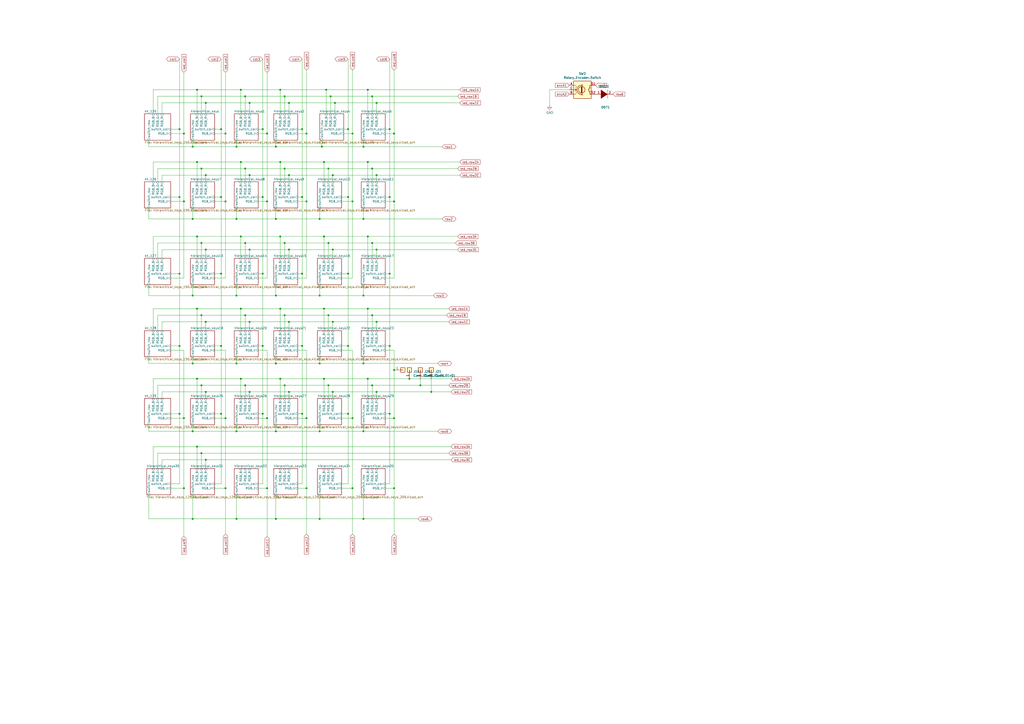
<source format=kicad_sch>
(kicad_sch
	(version 20231120)
	(generator "eeschema")
	(generator_version "8.0")
	(uuid "a544eb0a-75db-4baf-bf54-9ca21744343b")
	(paper "A2")
	(lib_symbols
		(symbol "Connector_Generic:Conn_01x01"
			(pin_names
				(offset 1.016) hide)
			(exclude_from_sim no)
			(in_bom yes)
			(on_board yes)
			(property "Reference" "J"
				(at 0 2.54 0)
				(effects
					(font
						(size 1.27 1.27)
					)
				)
			)
			(property "Value" "Conn_01x01"
				(at 0 -2.54 0)
				(effects
					(font
						(size 1.27 1.27)
					)
				)
			)
			(property "Footprint" ""
				(at 0 0 0)
				(effects
					(font
						(size 1.27 1.27)
					)
					(hide yes)
				)
			)
			(property "Datasheet" "~"
				(at 0 0 0)
				(effects
					(font
						(size 1.27 1.27)
					)
					(hide yes)
				)
			)
			(property "Description" "Generic connector, single row, 01x01, script generated (kicad-library-utils/schlib/autogen/connector/)"
				(at 0 0 0)
				(effects
					(font
						(size 1.27 1.27)
					)
					(hide yes)
				)
			)
			(property "ki_keywords" "connector"
				(at 0 0 0)
				(effects
					(font
						(size 1.27 1.27)
					)
					(hide yes)
				)
			)
			(property "ki_fp_filters" "Connector*:*_1x??_*"
				(at 0 0 0)
				(effects
					(font
						(size 1.27 1.27)
					)
					(hide yes)
				)
			)
			(symbol "Conn_01x01_1_1"
				(rectangle
					(start -1.27 0.127)
					(end 0 -0.127)
					(stroke
						(width 0.1524)
						(type default)
					)
					(fill
						(type none)
					)
				)
				(rectangle
					(start -1.27 1.27)
					(end 1.27 -1.27)
					(stroke
						(width 0.254)
						(type default)
					)
					(fill
						(type background)
					)
				)
				(pin passive line
					(at -5.08 0 0)
					(length 3.81)
					(name "Pin_1"
						(effects
							(font
								(size 1.27 1.27)
							)
						)
					)
					(number "1"
						(effects
							(font
								(size 1.27 1.27)
							)
						)
					)
				)
			)
		)
		(symbol "Device:Rotary_Encoder_Switch"
			(pin_names
				(offset 0.254) hide)
			(exclude_from_sim no)
			(in_bom yes)
			(on_board yes)
			(property "Reference" "SW"
				(at 0 6.604 0)
				(effects
					(font
						(size 1.27 1.27)
					)
				)
			)
			(property "Value" "Device_Rotary_Encoder_Switch"
				(at 0 -6.604 0)
				(effects
					(font
						(size 1.27 1.27)
					)
				)
			)
			(property "Footprint" ""
				(at -3.81 4.064 0)
				(effects
					(font
						(size 1.27 1.27)
					)
					(hide yes)
				)
			)
			(property "Datasheet" ""
				(at 0 6.604 0)
				(effects
					(font
						(size 1.27 1.27)
					)
					(hide yes)
				)
			)
			(property "Description" ""
				(at 0 0 0)
				(effects
					(font
						(size 1.27 1.27)
					)
					(hide yes)
				)
			)
			(property "ki_fp_filters" "RotaryEncoder*Switch*"
				(at 0 0 0)
				(effects
					(font
						(size 1.27 1.27)
					)
					(hide yes)
				)
			)
			(symbol "Rotary_Encoder_Switch_0_1"
				(rectangle
					(start -5.08 5.08)
					(end 5.08 -5.08)
					(stroke
						(width 0.254)
						(type default)
					)
					(fill
						(type background)
					)
				)
				(circle
					(center -3.81 0)
					(radius 0.254)
					(stroke
						(width 0)
						(type default)
					)
					(fill
						(type outline)
					)
				)
				(circle
					(center -0.381 0)
					(radius 1.905)
					(stroke
						(width 0.254)
						(type default)
					)
					(fill
						(type none)
					)
				)
				(arc
					(start -0.381 2.667)
					(mid -3.0988 -0.0635)
					(end -0.381 -2.794)
					(stroke
						(width 0.254)
						(type default)
					)
					(fill
						(type none)
					)
				)
				(polyline
					(pts
						(xy -0.635 -1.778) (xy -0.635 1.778)
					)
					(stroke
						(width 0.254)
						(type default)
					)
					(fill
						(type none)
					)
				)
				(polyline
					(pts
						(xy -0.381 -1.778) (xy -0.381 1.778)
					)
					(stroke
						(width 0.254)
						(type default)
					)
					(fill
						(type none)
					)
				)
				(polyline
					(pts
						(xy -0.127 1.778) (xy -0.127 -1.778)
					)
					(stroke
						(width 0.254)
						(type default)
					)
					(fill
						(type none)
					)
				)
				(polyline
					(pts
						(xy 3.81 0) (xy 3.429 0)
					)
					(stroke
						(width 0.254)
						(type default)
					)
					(fill
						(type none)
					)
				)
				(polyline
					(pts
						(xy 3.81 1.016) (xy 3.81 -1.016)
					)
					(stroke
						(width 0.254)
						(type default)
					)
					(fill
						(type none)
					)
				)
				(polyline
					(pts
						(xy -5.08 -2.54) (xy -3.81 -2.54) (xy -3.81 -2.032)
					)
					(stroke
						(width 0)
						(type default)
					)
					(fill
						(type none)
					)
				)
				(polyline
					(pts
						(xy -5.08 2.54) (xy -3.81 2.54) (xy -3.81 2.032)
					)
					(stroke
						(width 0)
						(type default)
					)
					(fill
						(type none)
					)
				)
				(polyline
					(pts
						(xy 0.254 -3.048) (xy -0.508 -2.794) (xy 0.127 -2.413)
					)
					(stroke
						(width 0.254)
						(type default)
					)
					(fill
						(type none)
					)
				)
				(polyline
					(pts
						(xy 0.254 2.921) (xy -0.508 2.667) (xy 0.127 2.286)
					)
					(stroke
						(width 0.254)
						(type default)
					)
					(fill
						(type none)
					)
				)
				(polyline
					(pts
						(xy 5.08 -2.54) (xy 4.318 -2.54) (xy 4.318 -1.016)
					)
					(stroke
						(width 0.254)
						(type default)
					)
					(fill
						(type none)
					)
				)
				(polyline
					(pts
						(xy 5.08 2.54) (xy 4.318 2.54) (xy 4.318 1.016)
					)
					(stroke
						(width 0.254)
						(type default)
					)
					(fill
						(type none)
					)
				)
				(polyline
					(pts
						(xy -5.08 0) (xy -3.81 0) (xy -3.81 -1.016) (xy -3.302 -2.032)
					)
					(stroke
						(width 0)
						(type default)
					)
					(fill
						(type none)
					)
				)
				(polyline
					(pts
						(xy -4.318 0) (xy -3.81 0) (xy -3.81 1.016) (xy -3.302 2.032)
					)
					(stroke
						(width 0)
						(type default)
					)
					(fill
						(type none)
					)
				)
				(circle
					(center 4.318 -1.016)
					(radius 0.127)
					(stroke
						(width 0.254)
						(type default)
					)
					(fill
						(type none)
					)
				)
				(circle
					(center 4.318 1.016)
					(radius 0.127)
					(stroke
						(width 0.254)
						(type default)
					)
					(fill
						(type none)
					)
				)
			)
			(symbol "Rotary_Encoder_Switch_1_1"
				(pin passive line
					(at -7.62 2.54 0)
					(length 2.54)
					(name "A"
						(effects
							(font
								(size 1.27 1.27)
							)
						)
					)
					(number "A"
						(effects
							(font
								(size 1.27 1.27)
							)
						)
					)
				)
				(pin passive line
					(at -7.62 -2.54 0)
					(length 2.54)
					(name "B"
						(effects
							(font
								(size 1.27 1.27)
							)
						)
					)
					(number "B"
						(effects
							(font
								(size 1.27 1.27)
							)
						)
					)
				)
				(pin passive line
					(at -7.62 0 0)
					(length 2.54)
					(name "C"
						(effects
							(font
								(size 1.27 1.27)
							)
						)
					)
					(number "C"
						(effects
							(font
								(size 1.27 1.27)
							)
						)
					)
				)
				(pin passive line
					(at 7.62 2.54 180)
					(length 2.54)
					(name "S1"
						(effects
							(font
								(size 1.27 1.27)
							)
						)
					)
					(number "S1"
						(effects
							(font
								(size 1.27 1.27)
							)
						)
					)
				)
				(pin passive line
					(at 7.62 -2.54 180)
					(length 2.54)
					(name "S2"
						(effects
							(font
								(size 1.27 1.27)
							)
						)
					)
					(number "S2"
						(effects
							(font
								(size 1.27 1.27)
							)
						)
					)
				)
			)
		)
		(symbol "power:GND"
			(power)
			(pin_names
				(offset 0)
			)
			(exclude_from_sim no)
			(in_bom yes)
			(on_board yes)
			(property "Reference" "#PWR"
				(at 0 -6.35 0)
				(effects
					(font
						(size 1.27 1.27)
					)
					(hide yes)
				)
			)
			(property "Value" "GND"
				(at 0 -3.81 0)
				(effects
					(font
						(size 1.27 1.27)
					)
				)
			)
			(property "Footprint" ""
				(at 0 0 0)
				(effects
					(font
						(size 1.27 1.27)
					)
					(hide yes)
				)
			)
			(property "Datasheet" ""
				(at 0 0 0)
				(effects
					(font
						(size 1.27 1.27)
					)
					(hide yes)
				)
			)
			(property "Description" "Power symbol creates a global label with name \"GND\" , ground"
				(at 0 0 0)
				(effects
					(font
						(size 1.27 1.27)
					)
					(hide yes)
				)
			)
			(property "ki_keywords" "power-flag"
				(at 0 0 0)
				(effects
					(font
						(size 1.27 1.27)
					)
					(hide yes)
				)
			)
			(symbol "GND_0_1"
				(polyline
					(pts
						(xy 0 0) (xy 0 -1.27) (xy 1.27 -1.27) (xy 0 -2.54) (xy -1.27 -1.27) (xy 0 -1.27)
					)
					(stroke
						(width 0)
						(type default)
					)
					(fill
						(type none)
					)
				)
			)
			(symbol "GND_1_1"
				(pin power_in line
					(at 0 0 270)
					(length 0) hide
					(name "GND"
						(effects
							(font
								(size 1.27 1.27)
							)
						)
					)
					(number "1"
						(effects
							(font
								(size 1.27 1.27)
							)
						)
					)
				)
			)
		)
		(symbol "pspice:DIODE"
			(pin_names
				(offset 1.016) hide)
			(exclude_from_sim no)
			(in_bom yes)
			(on_board yes)
			(property "Reference" "D"
				(at 0 3.81 0)
				(effects
					(font
						(size 1.27 1.27)
					)
				)
			)
			(property "Value" "DIODE"
				(at 0 -4.445 0)
				(effects
					(font
						(size 1.27 1.27)
					)
				)
			)
			(property "Footprint" ""
				(at 0 0 0)
				(effects
					(font
						(size 1.27 1.27)
					)
					(hide yes)
				)
			)
			(property "Datasheet" "~"
				(at 0 0 0)
				(effects
					(font
						(size 1.27 1.27)
					)
					(hide yes)
				)
			)
			(property "Description" "Diode symbol for simulation only. Pin order incompatible with official kicad footprints"
				(at 0 0 0)
				(effects
					(font
						(size 1.27 1.27)
					)
					(hide yes)
				)
			)
			(property "ki_keywords" "simulation"
				(at 0 0 0)
				(effects
					(font
						(size 1.27 1.27)
					)
					(hide yes)
				)
			)
			(symbol "DIODE_0_1"
				(polyline
					(pts
						(xy 1.905 2.54) (xy 1.905 -2.54)
					)
					(stroke
						(width 0)
						(type default)
					)
					(fill
						(type none)
					)
				)
				(polyline
					(pts
						(xy -1.905 2.54) (xy -1.905 -2.54) (xy 1.905 0)
					)
					(stroke
						(width 0)
						(type default)
					)
					(fill
						(type outline)
					)
				)
			)
			(symbol "DIODE_1_1"
				(pin input line
					(at -5.08 0 0)
					(length 3.81)
					(name "K"
						(effects
							(font
								(size 1.27 1.27)
							)
						)
					)
					(number "1"
						(effects
							(font
								(size 1.27 1.27)
							)
						)
					)
				)
				(pin input line
					(at 5.08 0 180)
					(length 3.81)
					(name "A"
						(effects
							(font
								(size 1.27 1.27)
							)
						)
					)
					(number "2"
						(effects
							(font
								(size 1.27 1.27)
							)
						)
					)
				)
			)
		)
	)
	(junction
		(at 250.19 227.33)
		(diameter 0)
		(color 0 0 0 0)
		(uuid "001c9333-98dd-4099-b0eb-dd4fc2b4d01f")
	)
	(junction
		(at 218.44 186.69)
		(diameter 0)
		(color 0 0 0 0)
		(uuid "02469fff-da7a-4510-840e-a360f899bdbe")
	)
	(junction
		(at 139.7 137.16)
		(diameter 0)
		(color 0 0 0 0)
		(uuid "02ec51b6-e89b-4254-8db7-efd5e3853113")
	)
	(junction
		(at 165.1 55.88)
		(diameter 0)
		(color 0 0 0 0)
		(uuid "038a55d3-8a6f-46ae-8db7-d5f69c15095d")
	)
	(junction
		(at 116.84 55.88)
		(diameter 0)
		(color 0 0 0 0)
		(uuid "05193b28-8e14-4e2e-aa03-24d2576311e8")
	)
	(junction
		(at 213.36 52.07)
		(diameter 0)
		(color 0 0 0 0)
		(uuid "05e3cfc3-74c9-45cb-954f-85eb92e78e6d")
	)
	(junction
		(at 215.9 182.88)
		(diameter 0)
		(color 0 0 0 0)
		(uuid "062e69dc-03d5-47ed-a189-e68648cbf102")
	)
	(junction
		(at 137.16 210.82)
		(diameter 0)
		(color 0 0 0 0)
		(uuid "081617e7-9efb-4d94-8bff-51876153709f")
	)
	(junction
		(at 111.76 85.09)
		(diameter 0)
		(color 0 0 0 0)
		(uuid "0ff508fd-18da-4ab7-9844-3c8a28c2587e")
	)
	(junction
		(at 187.96 179.07)
		(diameter 0)
		(color 0 0 0 0)
		(uuid "106818a9-d47d-456a-b352-545b3bdc4206")
	)
	(junction
		(at 190.5 140.97)
		(diameter 0)
		(color 0 0 0 0)
		(uuid "10716ae4-78a7-4d08-9961-f54214e078b0")
	)
	(junction
		(at 114.3 179.07)
		(diameter 0)
		(color 0 0 0 0)
		(uuid "10d3a814-88fa-43e0-8469-8b376b31bfd4")
	)
	(junction
		(at 215.9 55.88)
		(diameter 0)
		(color 0 0 0 0)
		(uuid "11dd62a0-3beb-460b-baf6-180b867d330b")
	)
	(junction
		(at 130.81 116.84)
		(diameter 0)
		(color 0 0 0 0)
		(uuid "1412a1b6-a54a-4d43-a034-0187a558eb66")
	)
	(junction
		(at 177.8 242.57)
		(diameter 0)
		(color 0 0 0 0)
		(uuid "155bf128-b9f3-4fd0-b12e-9d7206158397")
	)
	(junction
		(at 160.02 85.09)
		(diameter 0)
		(color 0 0 0 0)
		(uuid "1719a8eb-31dc-473b-a465-f19d9657af09")
	)
	(junction
		(at 218.44 144.78)
		(diameter 0)
		(color 0 0 0 0)
		(uuid "17aef1aa-a993-4190-82ef-649f0c7c3ebb")
	)
	(junction
		(at 104.14 200.66)
		(diameter 0)
		(color 0 0 0 0)
		(uuid "1b5e4aa8-d144-4502-8183-926ab19b0116")
	)
	(junction
		(at 167.64 59.69)
		(diameter 0)
		(color 0 0 0 0)
		(uuid "1cbcefa6-3921-415c-9590-2fd508b6caab")
	)
	(junction
		(at 116.84 182.88)
		(diameter 0)
		(color 0 0 0 0)
		(uuid "1eb77185-02cc-4e00-a09b-9a53b681fa6f")
	)
	(junction
		(at 154.94 283.21)
		(diameter 0)
		(color 0 0 0 0)
		(uuid "244e903e-89cd-433d-9527-ee5ee58a1f82")
	)
	(junction
		(at 119.38 227.33)
		(diameter 0)
		(color 0 0 0 0)
		(uuid "24d9ee40-4c0d-4a5a-8f04-21dd030e4aca")
	)
	(junction
		(at 130.81 283.21)
		(diameter 0)
		(color 0 0 0 0)
		(uuid "26575de0-a594-43da-b99a-11be443cb717")
	)
	(junction
		(at 187.96 93.98)
		(diameter 0)
		(color 0 0 0 0)
		(uuid "266776a1-34c9-4d38-9da1-fbd92c36934b")
	)
	(junction
		(at 228.6 116.84)
		(diameter 0)
		(color 0 0 0 0)
		(uuid "2a848e0b-53bb-4b2f-ab27-f263a51bf936")
	)
	(junction
		(at 213.36 219.71)
		(diameter 0)
		(color 0 0 0 0)
		(uuid "2cd7c578-8c6a-4667-95a7-728cfa9d139d")
	)
	(junction
		(at 218.44 227.33)
		(diameter 0)
		(color 0 0 0 0)
		(uuid "3154552c-800d-4b4f-89c2-4ecae0350a4d")
	)
	(junction
		(at 215.9 223.52)
		(diameter 0)
		(color 0 0 0 0)
		(uuid "3225346b-9746-400d-9615-5bc6cc5bf948")
	)
	(junction
		(at 213.36 93.98)
		(diameter 0)
		(color 0 0 0 0)
		(uuid "3429f3b4-2955-42d9-b96d-9f7efda34cc6")
	)
	(junction
		(at 167.64 186.69)
		(diameter 0)
		(color 0 0 0 0)
		(uuid "343d202f-2271-4bfa-845f-5a44b853cd30")
	)
	(junction
		(at 215.9 140.97)
		(diameter 0)
		(color 0 0 0 0)
		(uuid "35738514-26bd-4198-8eba-b2697ecec796")
	)
	(junction
		(at 111.76 171.45)
		(diameter 0)
		(color 0 0 0 0)
		(uuid "35ef9c4a-35f6-467b-a704-b1d9354880cf")
	)
	(junction
		(at 177.8 116.84)
		(diameter 0)
		(color 0 0 0 0)
		(uuid "38067e25-aa7a-4070-b338-a65d1325beae")
	)
	(junction
		(at 144.78 186.69)
		(diameter 0)
		(color 0 0 0 0)
		(uuid "39f264e4-2120-4e90-8fab-8fc5dd366863")
	)
	(junction
		(at 128.27 158.75)
		(diameter 0)
		(color 0 0 0 0)
		(uuid "3af9c508-ac7a-4358-bb92-7e77e35fdb82")
	)
	(junction
		(at 190.5 223.52)
		(diameter 0)
		(color 0 0 0 0)
		(uuid "4005d9d8-4eec-41e8-b1fa-6e81b8a16524")
	)
	(junction
		(at 162.56 93.98)
		(diameter 0)
		(color 0 0 0 0)
		(uuid "41f1359b-0298-463b-be42-785e8f08fa15")
	)
	(junction
		(at 116.84 223.52)
		(diameter 0)
		(color 0 0 0 0)
		(uuid "4200e843-9ca4-4b71-86b9-eb1804179a24")
	)
	(junction
		(at 175.26 74.93)
		(diameter 0)
		(color 0 0 0 0)
		(uuid "4250c017-4876-485d-8454-3e72ed2936bd")
	)
	(junction
		(at 106.68 283.21)
		(diameter 0)
		(color 0 0 0 0)
		(uuid "451cf89b-13a9-427f-9d5a-c13b4ffbc9de")
	)
	(junction
		(at 204.47 283.21)
		(diameter 0)
		(color 0 0 0 0)
		(uuid "45a589e8-83c5-49f7-92d0-e5687d5cc24b")
	)
	(junction
		(at 154.94 116.84)
		(diameter 0)
		(color 0 0 0 0)
		(uuid "476934af-0d21-435b-ad7f-3519cc8a9be6")
	)
	(junction
		(at 137.16 250.19)
		(diameter 0)
		(color 0 0 0 0)
		(uuid "49624557-781b-4405-ba71-4179b8e43587")
	)
	(junction
		(at 114.3 52.07)
		(diameter 0)
		(color 0 0 0 0)
		(uuid "4a70868b-123e-413b-ae02-2dd74a8a4048")
	)
	(junction
		(at 116.84 262.89)
		(diameter 0)
		(color 0 0 0 0)
		(uuid "4b61b72f-11f6-4bbc-a8aa-ac0db1e79664")
	)
	(junction
		(at 226.06 114.3)
		(diameter 0)
		(color 0 0 0 0)
		(uuid "4b7eba4b-6c3b-4902-8179-3ec8f1167c42")
	)
	(junction
		(at 165.1 97.79)
		(diameter 0)
		(color 0 0 0 0)
		(uuid "4b94cde1-9beb-4595-8236-8c2e8d95a79d")
	)
	(junction
		(at 119.38 59.69)
		(diameter 0)
		(color 0 0 0 0)
		(uuid "4c57ede4-6ce7-409f-b889-bbc78845d3f5")
	)
	(junction
		(at 218.44 59.69)
		(diameter 0)
		(color 0 0 0 0)
		(uuid "4d44ac96-c3d7-4fda-bf96-9bbfa77e8d69")
	)
	(junction
		(at 160.02 127)
		(diameter 0)
		(color 0 0 0 0)
		(uuid "4d65e9c7-3d3d-4907-b966-66affb063abd")
	)
	(junction
		(at 201.93 200.66)
		(diameter 0)
		(color 0 0 0 0)
		(uuid "4ddbeaa0-8f65-4eda-b289-ac61a380506f")
	)
	(junction
		(at 144.78 144.78)
		(diameter 0)
		(color 0 0 0 0)
		(uuid "4eb91fb9-0ce0-4bc2-be08-0298ba2ad794")
	)
	(junction
		(at 165.1 140.97)
		(diameter 0)
		(color 0 0 0 0)
		(uuid "4f29ee1c-8568-48dd-84b8-fd07a8707e5b")
	)
	(junction
		(at 185.42 300.99)
		(diameter 0)
		(color 0 0 0 0)
		(uuid "501880c3-8633-456f-9add-0e8fa1932ba6")
	)
	(junction
		(at 201.93 158.75)
		(diameter 0)
		(color 0 0 0 0)
		(uuid "50f6adda-17e5-4512-bd91-f0dd3f42c61b")
	)
	(junction
		(at 142.24 223.52)
		(diameter 0)
		(color 0 0 0 0)
		(uuid "5363b91e-45d3-47c6-b3b2-486a8c0b6744")
	)
	(junction
		(at 210.82 171.45)
		(diameter 0)
		(color 0 0 0 0)
		(uuid "53d01efd-a778-4236-b05a-908125ab99d3")
	)
	(junction
		(at 228.6 214.63)
		(diameter 0)
		(color 0 0 0 0)
		(uuid "53ef936d-b6bb-4706-b34a-ea6a3ad6956d")
	)
	(junction
		(at 190.5 97.79)
		(diameter 0)
		(color 0 0 0 0)
		(uuid "541fac18-be45-4b28-a4bc-f47ea8ea0386")
	)
	(junction
		(at 130.81 242.57)
		(diameter 0)
		(color 0 0 0 0)
		(uuid "5464ffc8-036b-43d2-9be7-3ab32a8b17e7")
	)
	(junction
		(at 128.27 240.03)
		(diameter 0)
		(color 0 0 0 0)
		(uuid "54c4f916-eba4-4fe3-9317-0527a10a776b")
	)
	(junction
		(at 152.4 158.75)
		(diameter 0)
		(color 0 0 0 0)
		(uuid "5555048d-7fb2-4c68-848e-02272209d363")
	)
	(junction
		(at 187.96 219.71)
		(diameter 0)
		(color 0 0 0 0)
		(uuid "56f0698f-f96f-4388-ab30-c7759b8a1fad")
	)
	(junction
		(at 160.02 171.45)
		(diameter 0)
		(color 0 0 0 0)
		(uuid "5a6ad81c-6905-4aa5-aaaa-8f1d5c01bdb5")
	)
	(junction
		(at 237.49 219.71)
		(diameter 0)
		(color 0 0 0 0)
		(uuid "5b33a72b-10e6-4e88-b565-a4143550609e")
	)
	(junction
		(at 194.31 59.69)
		(diameter 0)
		(color 0 0 0 0)
		(uuid "5c685afb-20a1-4cde-bf7b-d2f7f9f9fa03")
	)
	(junction
		(at 144.78 59.69)
		(diameter 0)
		(color 0 0 0 0)
		(uuid "618cd8e3-517f-4ec3-a247-434b9f6653b7")
	)
	(junction
		(at 185.42 171.45)
		(diameter 0)
		(color 0 0 0 0)
		(uuid "6241e6d3-a754-45b6-9f7c-e43019b93226")
	)
	(junction
		(at 114.3 219.71)
		(diameter 0)
		(color 0 0 0 0)
		(uuid "62f3cab9-d545-4de7-a887-fcedfd4a3710")
	)
	(junction
		(at 165.1 223.52)
		(diameter 0)
		(color 0 0 0 0)
		(uuid "65075499-4313-4727-be1c-8b855b4d18e3")
	)
	(junction
		(at 114.3 93.98)
		(diameter 0)
		(color 0 0 0 0)
		(uuid "6a374418-f43e-449a-b7f8-10e2f074f979")
	)
	(junction
		(at 162.56 219.71)
		(diameter 0)
		(color 0 0 0 0)
		(uuid "6d42ac4b-a369-4583-abdd-a173489276c5")
	)
	(junction
		(at 187.96 137.16)
		(diameter 0)
		(color 0 0 0 0)
		(uuid "6d54e3ed-9f64-4d95-ada3-62f6cdf5b450")
	)
	(junction
		(at 142.24 55.88)
		(diameter 0)
		(color 0 0 0 0)
		(uuid "6d98a467-af12-40cc-8324-3159978aa60c")
	)
	(junction
		(at 201.93 114.3)
		(diameter 0)
		(color 0 0 0 0)
		(uuid "721716e0-9d85-4e27-ac28-078cc5ca43d0")
	)
	(junction
		(at 154.94 77.47)
		(diameter 0)
		(color 0 0 0 0)
		(uuid "7269cdc8-4a8f-4f69-96ca-a8d4ec13ba39")
	)
	(junction
		(at 162.56 52.07)
		(diameter 0)
		(color 0 0 0 0)
		(uuid "733bfa9f-d2f7-4694-a762-72a72da778a5")
	)
	(junction
		(at 210.82 210.82)
		(diameter 0)
		(color 0 0 0 0)
		(uuid "73f88340-ed0b-4d91-831c-9454f789449f")
	)
	(junction
		(at 175.26 158.75)
		(diameter 0)
		(color 0 0 0 0)
		(uuid "750665e8-821c-4f0d-a3c0-378f2a2181b5")
	)
	(junction
		(at 139.7 219.71)
		(diameter 0)
		(color 0 0 0 0)
		(uuid "75b01d4b-9f86-42fb-a4c3-a258342dfbd8")
	)
	(junction
		(at 128.27 200.66)
		(diameter 0)
		(color 0 0 0 0)
		(uuid "76e870f5-7630-4ef6-b490-8bbe47cf5ee2")
	)
	(junction
		(at 144.78 101.6)
		(diameter 0)
		(color 0 0 0 0)
		(uuid "76f15bc7-d89d-4655-a9e1-45c9b37e1554")
	)
	(junction
		(at 106.68 116.84)
		(diameter 0)
		(color 0 0 0 0)
		(uuid "774140a1-49ad-4a4b-a4dc-1a1d5170a1ca")
	)
	(junction
		(at 111.76 127)
		(diameter 0)
		(color 0 0 0 0)
		(uuid "79476267-290e-445f-995b-0afd0e11a4b5")
	)
	(junction
		(at 116.84 140.97)
		(diameter 0)
		(color 0 0 0 0)
		(uuid "79650a93-ddb3-4eec-9103-17bfba30cf9d")
	)
	(junction
		(at 228.6 283.21)
		(diameter 0)
		(color 0 0 0 0)
		(uuid "7b4911dc-8811-41c4-8847-c34042ac7fbe")
	)
	(junction
		(at 104.14 158.75)
		(diameter 0)
		(color 0 0 0 0)
		(uuid "7c9e6bc4-2ccd-4d5e-86d2-aa42fe9fbe94")
	)
	(junction
		(at 191.77 55.88)
		(diameter 0)
		(color 0 0 0 0)
		(uuid "7ccf7819-31be-4289-84db-e3b3d6f6f261")
	)
	(junction
		(at 119.38 186.69)
		(diameter 0)
		(color 0 0 0 0)
		(uuid "7d3b93a0-c7b1-43a1-9750-11d00bec0757")
	)
	(junction
		(at 119.38 101.6)
		(diameter 0)
		(color 0 0 0 0)
		(uuid "7f6f0f90-6259-4fe5-93f8-72607d4fb4c5")
	)
	(junction
		(at 193.04 144.78)
		(diameter 0)
		(color 0 0 0 0)
		(uuid "810794ec-807e-4115-9395-e50ef5859eef")
	)
	(junction
		(at 160.02 300.99)
		(diameter 0)
		(color 0 0 0 0)
		(uuid "82cda266-50a7-4c02-a958-57806f6d70b2")
	)
	(junction
		(at 144.78 227.33)
		(diameter 0)
		(color 0 0 0 0)
		(uuid "8934a02e-17c2-4055-9f72-e28652832a86")
	)
	(junction
		(at 139.7 93.98)
		(diameter 0)
		(color 0 0 0 0)
		(uuid "8c51eb89-bf51-4a80-9d59-4b9b0f58e6cd")
	)
	(junction
		(at 111.76 250.19)
		(diameter 0)
		(color 0 0 0 0)
		(uuid "8cdc8ef9-532e-4bf5-9998-7213b9e692a2")
	)
	(junction
		(at 204.47 242.57)
		(diameter 0)
		(color 0 0 0 0)
		(uuid "8ecca10c-c8e9-4ca1-956b-832d8ddf4447")
	)
	(junction
		(at 116.84 97.79)
		(diameter 0)
		(color 0 0 0 0)
		(uuid "8f85d39d-a419-4f76-9e13-8530dec982d4")
	)
	(junction
		(at 201.93 240.03)
		(diameter 0)
		(color 0 0 0 0)
		(uuid "90c8a956-55c5-46d4-9c03-3e902d44ea3e")
	)
	(junction
		(at 215.9 97.79)
		(diameter 0)
		(color 0 0 0 0)
		(uuid "929ad35e-2c54-43e6-83e6-2c979ecadeef")
	)
	(junction
		(at 104.14 240.03)
		(diameter 0)
		(color 0 0 0 0)
		(uuid "932a03ce-28f2-44f2-8d08-eeb0a35dc051")
	)
	(junction
		(at 193.04 101.6)
		(diameter 0)
		(color 0 0 0 0)
		(uuid "939085ff-569e-4eb7-9041-fc9f3c80e0a2")
	)
	(junction
		(at 104.14 114.3)
		(diameter 0)
		(color 0 0 0 0)
		(uuid "943bc74e-9445-47df-81a6-c3afab355981")
	)
	(junction
		(at 204.47 116.84)
		(diameter 0)
		(color 0 0 0 0)
		(uuid "96a5664d-2467-490a-a33f-ea542baa662c")
	)
	(junction
		(at 226.06 74.93)
		(diameter 0)
		(color 0 0 0 0)
		(uuid "9b92ae74-3ef5-4b7d-a258-199da527a0f7")
	)
	(junction
		(at 228.6 77.47)
		(diameter 0)
		(color 0 0 0 0)
		(uuid "9ee4becf-a37c-403e-b45a-9e8af8b03201")
	)
	(junction
		(at 152.4 74.93)
		(diameter 0)
		(color 0 0 0 0)
		(uuid "9f0fda00-397d-4d43-af56-4d57032c2ffb")
	)
	(junction
		(at 111.76 210.82)
		(diameter 0)
		(color 0 0 0 0)
		(uuid "9f782c92-a5e8-49db-bfda-752b35522ce4")
	)
	(junction
		(at 106.68 242.57)
		(diameter 0)
		(color 0 0 0 0)
		(uuid "a0c73447-02e9-49ef-b1c4-1377fdf4cd5d")
	)
	(junction
		(at 106.68 77.47)
		(diameter 0)
		(color 0 0 0 0)
		(uuid "a13e1c1b-83bc-4857-96d1-7d27b3df25ef")
	)
	(junction
		(at 152.4 200.66)
		(diameter 0)
		(color 0 0 0 0)
		(uuid "a189596e-8e40-43cd-af83-38bcb0a6235f")
	)
	(junction
		(at 218.44 101.6)
		(diameter 0)
		(color 0 0 0 0)
		(uuid "a40b577b-1381-4bfc-9702-5eb6d98eca36")
	)
	(junction
		(at 167.64 227.33)
		(diameter 0)
		(color 0 0 0 0)
		(uuid "a7c7c560-266c-4b7f-a009-52fe9fbb4bb3")
	)
	(junction
		(at 111.76 300.99)
		(diameter 0)
		(color 0 0 0 0)
		(uuid "a81a8e0b-0d45-4382-9a75-2fcd120fa331")
	)
	(junction
		(at 185.42 250.19)
		(diameter 0)
		(color 0 0 0 0)
		(uuid "a90361cd-254c-4d27-ae1f-9a6c85bafe28")
	)
	(junction
		(at 167.64 101.6)
		(diameter 0)
		(color 0 0 0 0)
		(uuid "abe7f63d-253f-4a75-880a-fe21173b00af")
	)
	(junction
		(at 137.16 171.45)
		(diameter 0)
		(color 0 0 0 0)
		(uuid "af814ed8-1047-487c-acf9-bf8d47259e24")
	)
	(junction
		(at 162.56 137.16)
		(diameter 0)
		(color 0 0 0 0)
		(uuid "b11d308c-936d-4e66-9567-9d7f4f8cb314")
	)
	(junction
		(at 213.36 179.07)
		(diameter 0)
		(color 0 0 0 0)
		(uuid "b16ecdfa-298f-476a-95f8-52738eb86bd9")
	)
	(junction
		(at 226.06 200.66)
		(diameter 0)
		(color 0 0 0 0)
		(uuid "b18bf250-9c46-4b52-b121-f5e308988ee1")
	)
	(junction
		(at 177.8 283.21)
		(diameter 0)
		(color 0 0 0 0)
		(uuid "b2cf580e-0c1f-417c-a7b3-dde0b0acbf26")
	)
	(junction
		(at 137.16 127)
		(diameter 0)
		(color 0 0 0 0)
		(uuid "b54274a3-c792-49fe-8b54-80d1d735c687")
	)
	(junction
		(at 104.14 74.93)
		(diameter 0)
		(color 0 0 0 0)
		(uuid "b563dac2-991e-43cc-9c03-a2328a1d6fb0")
	)
	(junction
		(at 201.93 74.93)
		(diameter 0)
		(color 0 0 0 0)
		(uuid "b5975fa5-7868-4670-9c94-c3e6198ed542")
	)
	(junction
		(at 185.42 210.82)
		(diameter 0)
		(color 0 0 0 0)
		(uuid "b59f18ce-2e34-4b6e-b14d-8d73b8268179")
	)
	(junction
		(at 137.16 300.99)
		(diameter 0)
		(color 0 0 0 0)
		(uuid "c2da4452-70bd-4f83-a4f5-514126d5ab4d")
	)
	(junction
		(at 162.56 179.07)
		(diameter 0)
		(color 0 0 0 0)
		(uuid "c5c491d2-0f68-4a17-b0eb-f0f94fe14f17")
	)
	(junction
		(at 119.38 144.78)
		(diameter 0)
		(color 0 0 0 0)
		(uuid "c5ff27cb-c007-448a-b4b2-9df4c65f36e0")
	)
	(junction
		(at 119.38 266.7)
		(diameter 0)
		(color 0 0 0 0)
		(uuid "c60b5f66-30e3-48f3-88f7-86a63834a4a1")
	)
	(junction
		(at 114.3 137.16)
		(diameter 0)
		(color 0 0 0 0)
		(uuid "ca34421e-fc08-4c5b-bddf-b9dc031eab41")
	)
	(junction
		(at 137.16 85.09)
		(diameter 0)
		(color 0 0 0 0)
		(uuid "ccaddf69-c764-4787-a55d-3a755e6a32b2")
	)
	(junction
		(at 213.36 137.16)
		(diameter 0)
		(color 0 0 0 0)
		(uuid "cd1c7042-d2c5-4595-a9be-debc9d2f1f14")
	)
	(junction
		(at 139.7 52.07)
		(diameter 0)
		(color 0 0 0 0)
		(uuid "cda8f302-787e-4866-a754-36403a06d32a")
	)
	(junction
		(at 142.24 140.97)
		(diameter 0)
		(color 0 0 0 0)
		(uuid "ce7cca5e-2317-4ef8-9e17-fae6f21694b1")
	)
	(junction
		(at 210.82 127)
		(diameter 0)
		(color 0 0 0 0)
		(uuid "cf6822b6-5a9c-4860-8ae9-411043fc8f33")
	)
	(junction
		(at 185.42 127)
		(diameter 0)
		(color 0 0 0 0)
		(uuid "cf815d51-c956-4c5a-adde-c373cb025b07")
	)
	(junction
		(at 177.8 77.47)
		(diameter 0)
		(color 0 0 0 0)
		(uuid "d22a1016-b7b4-4360-9a42-59f2293dd806")
	)
	(junction
		(at 193.04 227.33)
		(diameter 0)
		(color 0 0 0 0)
		(uuid "d6161c98-7d64-4ee0-bd45-70e47248a447")
	)
	(junction
		(at 193.04 186.69)
		(diameter 0)
		(color 0 0 0 0)
		(uuid "d8cb70d4-50cb-4a89-b350-c46ba9b3e49a")
	)
	(junction
		(at 210.82 85.09)
		(diameter 0)
		(color 0 0 0 0)
		(uuid "d8e32bb2-0723-4ae4-85ee-49df197bc092")
	)
	(junction
		(at 160.02 250.19)
		(diameter 0)
		(color 0 0 0 0)
		(uuid "d97e90c2-7004-45c5-afb9-443d05e4efad")
	)
	(junction
		(at 167.64 144.78)
		(diameter 0)
		(color 0 0 0 0)
		(uuid "dba07dc0-37a1-4cc5-ac39-962042443db7")
	)
	(junction
		(at 210.82 250.19)
		(diameter 0)
		(color 0 0 0 0)
		(uuid "dc087527-9a56-46e4-b186-85037085dc1e")
	)
	(junction
		(at 165.1 182.88)
		(diameter 0)
		(color 0 0 0 0)
		(uuid "dc4d23d8-8288-49a9-9ce7-45b99bf70d6e")
	)
	(junction
		(at 175.26 200.66)
		(diameter 0)
		(color 0 0 0 0)
		(uuid "dca0e149-9b85-4f04-972c-e79f65ad6298")
	)
	(junction
		(at 154.94 242.57)
		(diameter 0)
		(color 0 0 0 0)
		(uuid "dd7203dd-25ef-4da5-9bf3-88ef5e5d4669")
	)
	(junction
		(at 175.26 114.3)
		(diameter 0)
		(color 0 0 0 0)
		(uuid "ddd2f02c-8156-4dc2-8542-dda6ef5a5c2c")
	)
	(junction
		(at 142.24 97.79)
		(diameter 0)
		(color 0 0 0 0)
		(uuid "e1d69508-d4d1-4849-ab81-8b3fd6c5a08f")
	)
	(junction
		(at 210.82 300.99)
		(diameter 0)
		(color 0 0 0 0)
		(uuid "e4c40f75-60a6-4e4b-909b-e4cea9accc89")
	)
	(junction
		(at 128.27 74.93)
		(diameter 0)
		(color 0 0 0 0)
		(uuid "e83e7fc2-562f-4414-94f5-867c26ee9120")
	)
	(junction
		(at 186.69 85.09)
		(diameter 0)
		(color 0 0 0 0)
		(uuid "e8aa0319-7b2f-45d9-82d0-9249e0b18442")
	)
	(junction
		(at 175.26 240.03)
		(diameter 0)
		(color 0 0 0 0)
		(uuid "e9c90a9f-064a-4318-ac44-6125bf08a078")
	)
	(junction
		(at 142.24 182.88)
		(diameter 0)
		(color 0 0 0 0)
		(uuid "ea7479e8-497f-4dca-b657-c0adef7f8f2c")
	)
	(junction
		(at 160.02 210.82)
		(diameter 0)
		(color 0 0 0 0)
		(uuid "eb3704e2-f24d-4e3d-b0b9-295a5c7004aa")
	)
	(junction
		(at 189.23 52.07)
		(diameter 0)
		(color 0 0 0 0)
		(uuid "eba82679-9b34-43c2-873d-e4585b5f4221")
	)
	(junction
		(at 243.84 223.52)
		(diameter 0)
		(color 0 0 0 0)
		(uuid "ed0a5953-7fb6-4e43-bb21-be5f89e1b46d")
	)
	(junction
		(at 130.81 77.47)
		(diameter 0)
		(color 0 0 0 0)
		(uuid "ee7d028c-d5f3-47a0-a08e-016cfa7c1987")
	)
	(junction
		(at 226.06 158.75)
		(diameter 0)
		(color 0 0 0 0)
		(uuid "eee69a04-c584-406d-ace8-12dcb2937df0")
	)
	(junction
		(at 139.7 179.07)
		(diameter 0)
		(color 0 0 0 0)
		(uuid "f009d3a8-c1ba-4abb-9816-8ffcabf1423b")
	)
	(junction
		(at 228.6 242.57)
		(diameter 0)
		(color 0 0 0 0)
		(uuid "f222c5ac-2f7b-459a-b4ea-6c53d70e4047")
	)
	(junction
		(at 114.3 259.08)
		(diameter 0)
		(color 0 0 0 0)
		(uuid "f3b5cb61-b921-4019-a734-62a65fa3d361")
	)
	(junction
		(at 204.47 77.47)
		(diameter 0)
		(color 0 0 0 0)
		(uuid "f73857f1-de13-459c-8f9c-6a69ddb1bdb8")
	)
	(junction
		(at 128.27 114.3)
		(diameter 0)
		(color 0 0 0 0)
		(uuid "f81c8fd5-2061-4ad8-8f86-1103b08acd9a")
	)
	(junction
		(at 226.06 240.03)
		(diameter 0)
		(color 0 0 0 0)
		(uuid "faa0da9c-168b-4775-951b-fc9295b612ad")
	)
	(junction
		(at 152.4 240.03)
		(diameter 0)
		(color 0 0 0 0)
		(uuid "faf4ed59-c417-4f01-8ed5-bb8b06080469")
	)
	(junction
		(at 152.4 114.3)
		(diameter 0)
		(color 0 0 0 0)
		(uuid "fc8ff2fd-b2b1-4464-a795-3fe818d68e9e")
	)
	(junction
		(at 190.5 182.88)
		(diameter 0)
		(color 0 0 0 0)
		(uuid "fe6e8a11-139e-4e3c-9293-6715e51f2f18")
	)
	(wire
		(pts
			(xy 218.44 186.69) (xy 218.44 191.77)
		)
		(stroke
			(width 0)
			(type default)
		)
		(uuid "00e09690-e51f-4ca1-bb1d-8cffb908b3b2")
	)
	(wire
		(pts
			(xy 226.06 114.3) (xy 226.06 158.75)
		)
		(stroke
			(width 0)
			(type default)
		)
		(uuid "00f3ea8b-8a54-4e56-84ff-d98f6c00496c")
	)
	(wire
		(pts
			(xy 91.44 66.04) (xy 91.44 55.88)
		)
		(stroke
			(width 0)
			(type default)
		)
		(uuid "01174a3b-84a1-4fe5-9030-2aa2577e4af4")
	)
	(wire
		(pts
			(xy 119.38 59.69) (xy 144.78 59.69)
		)
		(stroke
			(width 0)
			(type default)
		)
		(uuid "03e5758c-4833-4029-a79c-bc6bc5209d6f")
	)
	(wire
		(pts
			(xy 144.78 186.69) (xy 144.78 191.77)
		)
		(stroke
			(width 0)
			(type default)
		)
		(uuid "04e1d036-6547-4c0e-828e-bd18fb0bb6d2")
	)
	(wire
		(pts
			(xy 198.12 283.21) (xy 204.47 283.21)
		)
		(stroke
			(width 0)
			(type default)
		)
		(uuid "04fe7b31-2154-42fb-9a3c-9c2d25f19e73")
	)
	(wire
		(pts
			(xy 172.72 242.57) (xy 177.8 242.57)
		)
		(stroke
			(width 0)
			(type default)
		)
		(uuid "06b49f87-ece6-4f13-9df6-7a4cbde2c3d6")
	)
	(wire
		(pts
			(xy 124.46 280.67) (xy 128.27 280.67)
		)
		(stroke
			(width 0)
			(type default)
		)
		(uuid "06b52d5e-422c-40f5-b0dd-78fb55d7bd28")
	)
	(wire
		(pts
			(xy 128.27 158.75) (xy 128.27 200.66)
		)
		(stroke
			(width 0)
			(type default)
		)
		(uuid "076046ab-4b56-4060-b8d9-0d80806d0277")
	)
	(wire
		(pts
			(xy 116.84 55.88) (xy 142.24 55.88)
		)
		(stroke
			(width 0)
			(type default)
		)
		(uuid "07c32618-dcbc-4118-942a-fa996d0d9df1")
	)
	(wire
		(pts
			(xy 88.9 271.78) (xy 88.9 259.08)
		)
		(stroke
			(width 0)
			(type default)
		)
		(uuid "08e5fda1-d5d4-4969-9326-530d2ca0136c")
	)
	(wire
		(pts
			(xy 190.5 182.88) (xy 190.5 191.77)
		)
		(stroke
			(width 0)
			(type default)
		)
		(uuid "0973b93c-d93a-4150-8b8d-5e67a5d88873")
	)
	(wire
		(pts
			(xy 218.44 144.78) (xy 218.44 149.86)
		)
		(stroke
			(width 0)
			(type default)
		)
		(uuid "09aa5331-56f3-4727-bb78-d02a1e2c4b48")
	)
	(wire
		(pts
			(xy 149.86 203.2) (xy 154.94 203.2)
		)
		(stroke
			(width 0)
			(type default)
		)
		(uuid "0a02730e-3cd7-4d4c-bbaa-f7acb01390d1")
	)
	(wire
		(pts
			(xy 149.86 161.29) (xy 154.94 161.29)
		)
		(stroke
			(width 0)
			(type default)
		)
		(uuid "0a24b463-7c75-433a-bcaf-54e4e16d4c9c")
	)
	(wire
		(pts
			(xy 149.86 74.93) (xy 152.4 74.93)
		)
		(stroke
			(width 0)
			(type default)
		)
		(uuid "0ae55675-95b9-432f-89e3-c1bf85f7be6c")
	)
	(wire
		(pts
			(xy 144.78 66.04) (xy 144.78 59.69)
		)
		(stroke
			(width 0)
			(type default)
		)
		(uuid "0af275a2-6823-41fc-8ee6-5c0ababf4b65")
	)
	(wire
		(pts
			(xy 116.84 55.88) (xy 116.84 66.04)
		)
		(stroke
			(width 0)
			(type default)
		)
		(uuid "0bcf417f-df50-4ad7-ad6e-e881481d18bf")
	)
	(wire
		(pts
			(xy 99.06 242.57) (xy 106.68 242.57)
		)
		(stroke
			(width 0)
			(type default)
		)
		(uuid "0bffaee2-fe89-4d5b-b18c-7aa65d50d938")
	)
	(wire
		(pts
			(xy 104.14 200.66) (xy 104.14 240.03)
		)
		(stroke
			(width 0)
			(type default)
		)
		(uuid "0dd775c6-6a94-4da6-8559-7fcf52f158fa")
	)
	(wire
		(pts
			(xy 114.3 93.98) (xy 114.3 105.41)
		)
		(stroke
			(width 0)
			(type default)
		)
		(uuid "10111cd2-0af6-46cb-8fca-0e99890042a4")
	)
	(wire
		(pts
			(xy 139.7 179.07) (xy 139.7 191.77)
		)
		(stroke
			(width 0)
			(type default)
		)
		(uuid "1176cb5f-52ad-425a-84b1-08099f8d46b1")
	)
	(wire
		(pts
			(xy 165.1 140.97) (xy 190.5 140.97)
		)
		(stroke
			(width 0)
			(type default)
		)
		(uuid "1186c90a-5683-45f4-b199-63563def8ea2")
	)
	(wire
		(pts
			(xy 104.14 158.75) (xy 104.14 200.66)
		)
		(stroke
			(width 0)
			(type default)
		)
		(uuid "1199146e-a60b-416a-b503-e77d6d2892f9")
	)
	(wire
		(pts
			(xy 190.5 97.79) (xy 190.5 105.41)
		)
		(stroke
			(width 0)
			(type default)
		)
		(uuid "121e96c2-3cf1-4f1f-a1b4-fd7e17ab8e56")
	)
	(wire
		(pts
			(xy 210.82 210.82) (xy 254 210.82)
		)
		(stroke
			(width 0)
			(type default)
		)
		(uuid "12800857-4809-4185-90d1-40c161fa9b6b")
	)
	(wire
		(pts
			(xy 198.12 158.75) (xy 201.93 158.75)
		)
		(stroke
			(width 0)
			(type default)
		)
		(uuid "12d586e4-faff-49ce-9a83-f172772c8336")
	)
	(wire
		(pts
			(xy 172.72 280.67) (xy 175.26 280.67)
		)
		(stroke
			(width 0)
			(type default)
		)
		(uuid "134fe31c-fc01-485c-93ad-aa8190e79e22")
	)
	(wire
		(pts
			(xy 193.04 101.6) (xy 193.04 105.41)
		)
		(stroke
			(width 0)
			(type default)
		)
		(uuid "1353a7ac-810e-4310-9a89-a2a88dfd5db8")
	)
	(wire
		(pts
			(xy 124.46 74.93) (xy 128.27 74.93)
		)
		(stroke
			(width 0)
			(type default)
		)
		(uuid "13be061a-3753-44b6-b18e-36622426ca95")
	)
	(wire
		(pts
			(xy 210.82 81.28) (xy 210.82 85.09)
		)
		(stroke
			(width 0)
			(type default)
		)
		(uuid "14769dc5-8525-4984-8b15-a734ee247efa")
	)
	(wire
		(pts
			(xy 175.26 34.29) (xy 175.26 74.93)
		)
		(stroke
			(width 0)
			(type default)
		)
		(uuid "15fe8f3d-6077-4e0e-81d0-8ec3f4538981")
	)
	(wire
		(pts
			(xy 177.8 116.84) (xy 177.8 161.29)
		)
		(stroke
			(width 0)
			(type default)
		)
		(uuid "17b63237-4d9a-45b5-985b-74474a661b25")
	)
	(wire
		(pts
			(xy 124.46 114.3) (xy 128.27 114.3)
		)
		(stroke
			(width 0)
			(type default)
		)
		(uuid "1858879b-95ae-443d-84e7-e07d537861eb")
	)
	(wire
		(pts
			(xy 119.38 227.33) (xy 119.38 231.14)
		)
		(stroke
			(width 0)
			(type default)
		)
		(uuid "18caded1-7c07-4f53-9bd2-508e3cdf8d3c")
	)
	(wire
		(pts
			(xy 130.81 41.91) (xy 130.81 77.47)
		)
		(stroke
			(width 0)
			(type default)
		)
		(uuid "19570677-74b8-426b-bf24-23c14ae91755")
	)
	(wire
		(pts
			(xy 218.44 227.33) (xy 218.44 231.14)
		)
		(stroke
			(width 0)
			(type default)
		)
		(uuid "1997f51b-db87-49d4-9bf1-89da7eae2e6c")
	)
	(wire
		(pts
			(xy 226.06 34.29) (xy 226.06 74.93)
		)
		(stroke
			(width 0)
			(type default)
		)
		(uuid "19c56563-5fe3-442a-885b-418dbc2421eb")
	)
	(wire
		(pts
			(xy 116.84 97.79) (xy 142.24 97.79)
		)
		(stroke
			(width 0)
			(type default)
		)
		(uuid "1a336b9a-26f3-47a3-97b2-ec78f67d2f62")
	)
	(wire
		(pts
			(xy 106.68 283.21) (xy 106.68 311.15)
		)
		(stroke
			(width 0)
			(type default)
		)
		(uuid "1aaab57f-0cc8-4480-bb5d-9965d67cd64c")
	)
	(wire
		(pts
			(xy 142.24 140.97) (xy 165.1 140.97)
		)
		(stroke
			(width 0)
			(type default)
		)
		(uuid "1ad03d07-d77d-43bf-8f9f-ba701ce8ab2e")
	)
	(wire
		(pts
			(xy 114.3 259.08) (xy 261.62 259.08)
		)
		(stroke
			(width 0)
			(type default)
		)
		(uuid "1bb7b5ef-4898-416a-92c4-2f39cf920aa5")
	)
	(wire
		(pts
			(xy 226.06 200.66) (xy 226.06 240.03)
		)
		(stroke
			(width 0)
			(type default)
		)
		(uuid "1bdd5841-68b7-42e2-9447-cbdb608d8a08")
	)
	(wire
		(pts
			(xy 124.46 283.21) (xy 130.81 283.21)
		)
		(stroke
			(width 0)
			(type default)
		)
		(uuid "1df0b0a7-afa7-4e3b-b2c9-7f0efd220f63")
	)
	(wire
		(pts
			(xy 154.94 203.2) (xy 154.94 242.57)
		)
		(stroke
			(width 0)
			(type default)
		)
		(uuid "1dffefdf-a724-48fb-8cc7-ceddc0807f44")
	)
	(wire
		(pts
			(xy 86.36 85.09) (xy 111.76 85.09)
		)
		(stroke
			(width 0)
			(type default)
		)
		(uuid "1e8701fc-ad24-40ea-846a-e3db538d6077")
	)
	(wire
		(pts
			(xy 111.76 81.28) (xy 111.76 85.09)
		)
		(stroke
			(width 0)
			(type default)
		)
		(uuid "1f3003e6-dce5-420f-906b-3f1e92b67249")
	)
	(wire
		(pts
			(xy 185.42 165.1) (xy 185.42 171.45)
		)
		(stroke
			(width 0)
			(type default)
		)
		(uuid "1f8b2c0c-b042-4e2e-80f6-4959a27b238f")
	)
	(wire
		(pts
			(xy 218.44 227.33) (xy 250.19 227.33)
		)
		(stroke
			(width 0)
			(type default)
		)
		(uuid "20dd8ae7-d859-4ea4-8e35-12e8fcc63b19")
	)
	(wire
		(pts
			(xy 119.38 227.33) (xy 144.78 227.33)
		)
		(stroke
			(width 0)
			(type default)
		)
		(uuid "21209a9e-2c33-4dc6-8e68-012634967b11")
	)
	(wire
		(pts
			(xy 160.02 210.82) (xy 185.42 210.82)
		)
		(stroke
			(width 0)
			(type default)
		)
		(uuid "2297e890-3a20-4a1b-b864-e1aed7ae2148")
	)
	(wire
		(pts
			(xy 130.81 283.21) (xy 130.81 309.88)
		)
		(stroke
			(width 0)
			(type default)
		)
		(uuid "23d21ec1-8249-4b8a-b9ea-31837d589a74")
	)
	(wire
		(pts
			(xy 167.64 144.78) (xy 193.04 144.78)
		)
		(stroke
			(width 0)
			(type default)
		)
		(uuid "25b12a52-fe8c-49ad-9c5f-c8dfd7f4363a")
	)
	(wire
		(pts
			(xy 86.36 81.28) (xy 86.36 85.09)
		)
		(stroke
			(width 0)
			(type default)
		)
		(uuid "25d545dc-8f50-4573-922c-35ef5a2a3a19")
	)
	(wire
		(pts
			(xy 111.76 287.02) (xy 111.76 300.99)
		)
		(stroke
			(width 0)
			(type default)
		)
		(uuid "25f753d2-ca18-45f7-8f8b-3a63883ab992")
	)
	(wire
		(pts
			(xy 223.52 116.84) (xy 228.6 116.84)
		)
		(stroke
			(width 0)
			(type default)
		)
		(uuid "26e7df28-190d-4b94-99ce-a05cf55f9359")
	)
	(wire
		(pts
			(xy 218.44 101.6) (xy 266.7 101.6)
		)
		(stroke
			(width 0)
			(type default)
		)
		(uuid "27b9226b-2eef-46e2-ae1e-9958f0de6315")
	)
	(wire
		(pts
			(xy 165.1 223.52) (xy 190.5 223.52)
		)
		(stroke
			(width 0)
			(type default)
		)
		(uuid "27fb1e0e-9e45-47d0-ae83-8fc6a70b45a5")
	)
	(wire
		(pts
			(xy 187.96 137.16) (xy 187.96 149.86)
		)
		(stroke
			(width 0)
			(type default)
		)
		(uuid "2958bae3-a024-4abf-a7ed-56e98540d080")
	)
	(wire
		(pts
			(xy 215.9 223.52) (xy 243.84 223.52)
		)
		(stroke
			(width 0)
			(type default)
		)
		(uuid "2a5d4e1f-1cb0-4083-9e36-9ee205d5d499")
	)
	(wire
		(pts
			(xy 162.56 52.07) (xy 189.23 52.07)
		)
		(stroke
			(width 0)
			(type default)
		)
		(uuid "2afcfe7d-2756-4a03-ac2d-0e83bc35e03b")
	)
	(wire
		(pts
			(xy 99.06 158.75) (xy 104.14 158.75)
		)
		(stroke
			(width 0)
			(type default)
		)
		(uuid "2b901ab0-bc93-4417-94dc-cb22ae89f36e")
	)
	(wire
		(pts
			(xy 160.02 250.19) (xy 185.42 250.19)
		)
		(stroke
			(width 0)
			(type default)
		)
		(uuid "2ba9c42e-6ece-4198-a635-76841d4d484a")
	)
	(wire
		(pts
			(xy 213.36 219.71) (xy 213.36 231.14)
		)
		(stroke
			(width 0)
			(type default)
		)
		(uuid "2bc0af34-1c78-4377-a03f-17a65ae1942b")
	)
	(wire
		(pts
			(xy 228.6 40.64) (xy 228.6 77.47)
		)
		(stroke
			(width 0)
			(type default)
		)
		(uuid "2bde2fca-9cd0-4955-ac68-7da931419703")
	)
	(wire
		(pts
			(xy 193.04 227.33) (xy 218.44 227.33)
		)
		(stroke
			(width 0)
			(type default)
		)
		(uuid "2bf3608b-2123-4b84-b393-091779dae5be")
	)
	(wire
		(pts
			(xy 243.84 223.52) (xy 260.35 223.52)
		)
		(stroke
			(width 0)
			(type default)
		)
		(uuid "2cdafbd5-97c2-42c1-9a05-37116244fe67")
	)
	(wire
		(pts
			(xy 137.16 85.09) (xy 160.02 85.09)
		)
		(stroke
			(width 0)
			(type default)
		)
		(uuid "2e79e5df-a6db-416f-a63b-049885ec3182")
	)
	(wire
		(pts
			(xy 99.06 283.21) (xy 106.68 283.21)
		)
		(stroke
			(width 0)
			(type default)
		)
		(uuid "2f53a672-3c28-4643-8712-1a74eba8e721")
	)
	(wire
		(pts
			(xy 228.6 77.47) (xy 228.6 116.84)
		)
		(stroke
			(width 0)
			(type default)
		)
		(uuid "2f81f654-9b7e-4ee1-aa2c-d4d24ec72bd1")
	)
	(wire
		(pts
			(xy 86.36 207.01) (xy 86.36 210.82)
		)
		(stroke
			(width 0)
			(type default)
		)
		(uuid "309faef2-0073-446b-b1df-e498ab4c257d")
	)
	(wire
		(pts
			(xy 137.16 127) (xy 160.02 127)
		)
		(stroke
			(width 0)
			(type default)
		)
		(uuid "3158c50c-4c48-4729-a12b-e0f185ba6216")
	)
	(wire
		(pts
			(xy 119.38 101.6) (xy 119.38 105.41)
		)
		(stroke
			(width 0)
			(type default)
		)
		(uuid "32fffe98-78ca-46f8-9945-84584d277520")
	)
	(wire
		(pts
			(xy 154.94 116.84) (xy 154.94 161.29)
		)
		(stroke
			(width 0)
			(type default)
		)
		(uuid "33711050-9480-4470-87fc-8b35d1b8d2ad")
	)
	(wire
		(pts
			(xy 116.84 223.52) (xy 116.84 231.14)
		)
		(stroke
			(width 0)
			(type default)
		)
		(uuid "3460bf9f-3211-401c-8729-d202edc79161")
	)
	(wire
		(pts
			(xy 116.84 140.97) (xy 142.24 140.97)
		)
		(stroke
			(width 0)
			(type default)
		)
		(uuid "349f9501-4562-465f-bb0d-208ddbf46f94")
	)
	(wire
		(pts
			(xy 223.52 77.47) (xy 228.6 77.47)
		)
		(stroke
			(width 0)
			(type default)
		)
		(uuid "358d5dee-15eb-40ad-bbe4-34b32f79a962")
	)
	(wire
		(pts
			(xy 106.68 203.2) (xy 99.06 203.2)
		)
		(stroke
			(width 0)
			(type default)
		)
		(uuid "360d97c7-59dc-443d-8535-84a573710b0e")
	)
	(wire
		(pts
			(xy 149.86 77.47) (xy 154.94 77.47)
		)
		(stroke
			(width 0)
			(type default)
		)
		(uuid "36b499cd-bddd-46c5-a13f-0b02b2292848")
	)
	(wire
		(pts
			(xy 111.76 85.09) (xy 137.16 85.09)
		)
		(stroke
			(width 0)
			(type default)
		)
		(uuid "378af8b4-af3d-46e7-89ae-deff12ca9067")
	)
	(wire
		(pts
			(xy 213.36 219.71) (xy 237.49 219.71)
		)
		(stroke
			(width 0)
			(type default)
		)
		(uuid "37c4cacd-f200-4a33-96d4-6d9800a0721a")
	)
	(wire
		(pts
			(xy 111.76 165.1) (xy 111.76 171.45)
		)
		(stroke
			(width 0)
			(type default)
		)
		(uuid "37f31dec-63fc-4634-a141-5dc5d2b60fe4")
	)
	(wire
		(pts
			(xy 187.96 219.71) (xy 213.36 219.71)
		)
		(stroke
			(width 0)
			(type default)
		)
		(uuid "38bfafef-63d7-4540-9038-dd2341f6b09b")
	)
	(wire
		(pts
			(xy 93.98 59.69) (xy 93.98 66.04)
		)
		(stroke
			(width 0)
			(type default)
		)
		(uuid "395862d0-1957-4634-816f-a4f75dd0d47b")
	)
	(wire
		(pts
			(xy 191.77 55.88) (xy 191.77 66.04)
		)
		(stroke
			(width 0)
			(type default)
		)
		(uuid "39831995-c829-4501-8a32-bda3d74ba242")
	)
	(wire
		(pts
			(xy 162.56 93.98) (xy 187.96 93.98)
		)
		(stroke
			(width 0)
			(type default)
		)
		(uuid "3ac3f625-e43d-40d2-8e6d-ca8d2d7ad0f5")
	)
	(wire
		(pts
			(xy 88.9 231.14) (xy 88.9 219.71)
		)
		(stroke
			(width 0)
			(type default)
		)
		(uuid "3b3ad81e-0056-4ace-8d73-4c2dabf11358")
	)
	(wire
		(pts
			(xy 198.12 116.84) (xy 204.47 116.84)
		)
		(stroke
			(width 0)
			(type default)
		)
		(uuid "3b5a083d-a6d5-41ea-88f3-cba665d90d14")
	)
	(wire
		(pts
			(xy 190.5 182.88) (xy 215.9 182.88)
		)
		(stroke
			(width 0)
			(type default)
		)
		(uuid "3b63af8f-ddb6-47b0-8c34-53feaaad6c91")
	)
	(wire
		(pts
			(xy 215.9 97.79) (xy 265.43 97.79)
		)
		(stroke
			(width 0)
			(type default)
		)
		(uuid "3b9cfdcd-5973-402a-96d0-87559741909a")
	)
	(wire
		(pts
			(xy 91.44 182.88) (xy 116.84 182.88)
		)
		(stroke
			(width 0)
			(type default)
		)
		(uuid "3bd1be78-38c9-4ba5-b837-a9abdab497b3")
	)
	(wire
		(pts
			(xy 99.06 240.03) (xy 104.14 240.03)
		)
		(stroke
			(width 0)
			(type default)
		)
		(uuid "3c0bd048-0a7b-4280-845d-f6856b8f1b48")
	)
	(wire
		(pts
			(xy 330.2 52.07) (xy 318.77 52.07)
		)
		(stroke
			(width 0)
			(type default)
		)
		(uuid "3d6cdd62-5634-4e30-acf8-1b9c1dbf6653")
	)
	(wire
		(pts
			(xy 185.42 127) (xy 210.82 127)
		)
		(stroke
			(width 0)
			(type default)
		)
		(uuid "3e0392c0-affc-4114-9de5-1f1cfe79418a")
	)
	(wire
		(pts
			(xy 204.47 40.64) (xy 204.47 77.47)
		)
		(stroke
			(width 0)
			(type default)
		)
		(uuid "3f2a3d18-6776-4b9f-ae9b-b9dd55faba48")
	)
	(wire
		(pts
			(xy 213.36 137.16) (xy 213.36 149.86)
		)
		(stroke
			(width 0)
			(type default)
		)
		(uuid "3f712a80-fe0a-4f8a-9913-0cbcd378850a")
	)
	(wire
		(pts
			(xy 167.64 186.69) (xy 167.64 191.77)
		)
		(stroke
			(width 0)
			(type default)
		)
		(uuid "401edae6-b901-40d9-b13b-355455dff5b8")
	)
	(wire
		(pts
			(xy 86.36 165.1) (xy 86.36 171.45)
		)
		(stroke
			(width 0)
			(type default)
		)
		(uuid "40b14a16-fb82-4b9d-89dd-55cd98abb5cc")
	)
	(wire
		(pts
			(xy 128.27 200.66) (xy 128.27 240.03)
		)
		(stroke
			(width 0)
			(type default)
		)
		(uuid "42ff012d-5eb7-42b9-bb45-415cf26799c6")
	)
	(wire
		(pts
			(xy 114.3 137.16) (xy 139.7 137.16)
		)
		(stroke
			(width 0)
			(type default)
		)
		(uuid "4306afe7-e6af-4612-ab22-8732aab350ec")
	)
	(wire
		(pts
			(xy 162.56 52.07) (xy 162.56 66.04)
		)
		(stroke
			(width 0)
			(type default)
		)
		(uuid "433c96e7-a7f8-4c0b-af32-ed113878fee2")
	)
	(wire
		(pts
			(xy 172.72 77.47) (xy 177.8 77.47)
		)
		(stroke
			(width 0)
			(type default)
		)
		(uuid "442229d3-12fa-4fd3-a36b-495d92fd8a23")
	)
	(wire
		(pts
			(xy 139.7 52.07) (xy 162.56 52.07)
		)
		(stroke
			(width 0)
			(type default)
		)
		(uuid "44a17298-6812-47cc-bf3e-dacd51bf8a9a")
	)
	(wire
		(pts
			(xy 213.36 93.98) (xy 213.36 105.41)
		)
		(stroke
			(width 0)
			(type default)
		)
		(uuid "45d7d1b9-4ad9-49d6-95be-b08cd97bc9bc")
	)
	(wire
		(pts
			(xy 144.78 227.33) (xy 167.64 227.33)
		)
		(stroke
			(width 0)
			(type default)
		)
		(uuid "461dd9ce-663e-40b5-b130-546629384f40")
	)
	(wire
		(pts
			(xy 175.26 240.03) (xy 175.26 280.67)
		)
		(stroke
			(width 0)
			(type default)
		)
		(uuid "4661606b-e8c7-4229-b530-61acfcd1edc5")
	)
	(wire
		(pts
			(xy 165.1 55.88) (xy 191.77 55.88)
		)
		(stroke
			(width 0)
			(type default)
		)
		(uuid "473bd365-0326-4348-beb4-d6ba3f22c105")
	)
	(wire
		(pts
			(xy 99.06 280.67) (xy 104.14 280.67)
		)
		(stroke
			(width 0)
			(type default)
		)
		(uuid "4774c09b-cf2f-4ad9-afbf-eef881c8d4f4")
	)
	(wire
		(pts
			(xy 106.68 203.2) (xy 106.68 242.57)
		)
		(stroke
			(width 0)
			(type default)
		)
		(uuid "480b2747-60cf-460e-9f2c-493d07b974d3")
	)
	(wire
		(pts
			(xy 165.1 97.79) (xy 165.1 105.41)
		)
		(stroke
			(width 0)
			(type default)
		)
		(uuid "494759c2-6daf-4a39-911a-2fef166c2d15")
	)
	(wire
		(pts
			(xy 137.16 171.45) (xy 160.02 171.45)
		)
		(stroke
			(width 0)
			(type default)
		)
		(uuid "4978a6a1-0ac8-43e8-9999-9b871506891e")
	)
	(wire
		(pts
			(xy 210.82 250.19) (xy 254 250.19)
		)
		(stroke
			(width 0)
			(type default)
		)
		(uuid "4a11929d-9815-4865-9c87-e05b9efad2c3")
	)
	(wire
		(pts
			(xy 139.7 137.16) (xy 139.7 149.86)
		)
		(stroke
			(width 0)
			(type default)
		)
		(uuid "4a909b92-93e4-4bfb-85bf-c59b462932a5")
	)
	(wire
		(pts
			(xy 223.52 158.75) (xy 226.06 158.75)
		)
		(stroke
			(width 0)
			(type default)
		)
		(uuid "4c2ddc1c-10ff-465b-9440-679d981921f7")
	)
	(wire
		(pts
			(xy 91.44 231.14) (xy 91.44 223.52)
		)
		(stroke
			(width 0)
			(type default)
		)
		(uuid "4c6212f0-eba4-414a-bdad-261cae5963f4")
	)
	(wire
		(pts
			(xy 210.82 246.38) (xy 210.82 250.19)
		)
		(stroke
			(width 0)
			(type default)
		)
		(uuid "4c843bdb-6c9e-40dd-85e2-0567846e18ba")
	)
	(wire
		(pts
			(xy 193.04 144.78) (xy 193.04 149.86)
		)
		(stroke
			(width 0)
			(type default)
		)
		(uuid "4cead336-a7b5-4b48-9e87-470707e5207b")
	)
	(wire
		(pts
			(xy 175.26 200.66) (xy 175.26 240.03)
		)
		(stroke
			(width 0)
			(type default)
		)
		(uuid "4d74b0cb-f1f3-4111-a899-af78c31ffcdc")
	)
	(wire
		(pts
			(xy 86.36 287.02) (xy 86.36 300.99)
		)
		(stroke
			(width 0)
			(type default)
		)
		(uuid "4db55cb8-197b-4402-871f-ce582b65664b")
	)
	(wire
		(pts
			(xy 124.46 200.66) (xy 128.27 200.66)
		)
		(stroke
			(width 0)
			(type default)
		)
		(uuid "4e034e54-bea0-4e5e-bb58-55176b5f884a")
	)
	(wire
		(pts
			(xy 190.5 140.97) (xy 215.9 140.97)
		)
		(stroke
			(width 0)
			(type default)
		)
		(uuid "4f06d350-8bf5-4fb6-9e0c-b49e880e86b3")
	)
	(wire
		(pts
			(xy 88.9 179.07) (xy 88.9 191.77)
		)
		(stroke
			(width 0)
			(type default)
		)
		(uuid "4f162189-9afb-42e9-b085-2e47e041815c")
	)
	(wire
		(pts
			(xy 175.26 114.3) (xy 175.26 158.75)
		)
		(stroke
			(width 0)
			(type default)
		)
		(uuid "4f411f68-04bd-4175-a406-bcaa4cf6601e")
	)
	(wire
		(pts
			(xy 91.44 140.97) (xy 91.44 149.86)
		)
		(stroke
			(width 0)
			(type default)
		)
		(uuid "4f47971e-439f-4de3-b200-c7bf02ccef34")
	)
	(wire
		(pts
			(xy 194.31 66.04) (xy 194.31 59.69)
		)
		(stroke
			(width 0)
			(type default)
		)
		(uuid "4fc63901-4243-480d-9955-d98e6901b689")
	)
	(wire
		(pts
			(xy 142.24 140.97) (xy 142.24 149.86)
		)
		(stroke
			(width 0)
			(type default)
		)
		(uuid "50523225-35d9-4fef-9388-e794c79e4482")
	)
	(wire
		(pts
			(xy 139.7 219.71) (xy 139.7 231.14)
		)
		(stroke
			(width 0)
			(type default)
		)
		(uuid "50769216-b54c-4d0e-b8ea-4cea08dc776a")
	)
	(wire
		(pts
			(xy 144.78 101.6) (xy 144.78 105.41)
		)
		(stroke
			(width 0)
			(type default)
		)
		(uuid "50f35eca-bfbf-4f1c-97fc-65baa55fa271")
	)
	(wire
		(pts
			(xy 119.38 186.69) (xy 144.78 186.69)
		)
		(stroke
			(width 0)
			(type default)
		)
		(uuid "51878ff7-51fa-4881-9fb6-9deed906c80f")
	)
	(wire
		(pts
			(xy 154.94 41.91) (xy 154.94 77.47)
		)
		(stroke
			(width 0)
			(type default)
		)
		(uuid "51e8fb63-918b-45d7-b489-9e67703be309")
	)
	(wire
		(pts
			(xy 228.6 214.63) (xy 228.6 242.57)
		)
		(stroke
			(width 0)
			(type default)
		)
		(uuid "52eec903-5c3c-4331-98a7-be4d0c42f0e2")
	)
	(wire
		(pts
			(xy 160.02 171.45) (xy 185.42 171.45)
		)
		(stroke
			(width 0)
			(type default)
		)
		(uuid "53c2876f-4f35-48f0-82b3-4f1a1f4670f7")
	)
	(wire
		(pts
			(xy 111.76 250.19) (xy 137.16 250.19)
		)
		(stroke
			(width 0)
			(type default)
		)
		(uuid "53e34696-241f-47e5-a477-f469335c8a61")
	)
	(wire
		(pts
			(xy 91.44 55.88) (xy 116.84 55.88)
		)
		(stroke
			(width 0)
			(type default)
		)
		(uuid "5650cc1c-f228-46c7-b0a9-13f51cfcac92")
	)
	(wire
		(pts
			(xy 114.3 219.71) (xy 139.7 219.71)
		)
		(stroke
			(width 0)
			(type default)
		)
		(uuid "56a2afc5-ae0d-4906-98b3-8aebeb2ee8b4")
	)
	(wire
		(pts
			(xy 172.72 74.93) (xy 175.26 74.93)
		)
		(stroke
			(width 0)
			(type default)
		)
		(uuid "56b95a87-e5da-4d00-981c-63ee65405936")
	)
	(wire
		(pts
			(xy 137.16 210.82) (xy 160.02 210.82)
		)
		(stroke
			(width 0)
			(type default)
		)
		(uuid "56c2f06a-dc74-4a3d-81bc-eb6ca46f56e2")
	)
	(wire
		(pts
			(xy 116.84 182.88) (xy 116.84 191.77)
		)
		(stroke
			(width 0)
			(type default)
		)
		(uuid "571c1142-8404-4d54-968e-2c8fa799b564")
	)
	(wire
		(pts
			(xy 193.04 227.33) (xy 193.04 231.14)
		)
		(stroke
			(width 0)
			(type default)
		)
		(uuid "5775232e-3432-4a46-8d2d-a73977495478")
	)
	(wire
		(pts
			(xy 193.04 186.69) (xy 193.04 191.77)
		)
		(stroke
			(width 0)
			(type default)
		)
		(uuid "57ae9840-124e-4452-ba7c-7c97685bc149")
	)
	(wire
		(pts
			(xy 139.7 52.07) (xy 139.7 66.04)
		)
		(stroke
			(width 0)
			(type default)
		)
		(uuid "57c77edb-7ac1-4949-a63d-a8f82e5b31d9")
	)
	(wire
		(pts
			(xy 198.12 161.29) (xy 204.47 161.29)
		)
		(stroke
			(width 0)
			(type default)
		)
		(uuid "58ee4761-da73-406c-bce4-fca93c7e7e22")
	)
	(wire
		(pts
			(xy 137.16 300.99) (xy 160.02 300.99)
		)
		(stroke
			(width 0)
			(type default)
		)
		(uuid "59b25a2a-15dd-45f4-a1a0-d386ebd2aaa0")
	)
	(wire
		(pts
			(xy 144.78 144.78) (xy 144.78 149.86)
		)
		(stroke
			(width 0)
			(type default)
		)
		(uuid "5a18aced-8626-4c64-a89d-85866f8aed30")
	)
	(wire
		(pts
			(xy 130.81 203.2) (xy 130.81 242.57)
		)
		(stroke
			(width 0)
			(type default)
		)
		(uuid "5c03c34d-2428-4aca-b3a0-ee417440d1d0")
	)
	(wire
		(pts
			(xy 187.96 179.07) (xy 213.36 179.07)
		)
		(stroke
			(width 0)
			(type default)
		)
		(uuid "5c714f52-dd8c-4111-b701-68a4bde56ae8")
	)
	(wire
		(pts
			(xy 106.68 77.47) (xy 106.68 116.84)
		)
		(stroke
			(width 0)
			(type default)
		)
		(uuid "5ce97e59-9452-4a84-b5fa-4e83f63c8838")
	)
	(wire
		(pts
			(xy 86.36 127) (xy 111.76 127)
		)
		(stroke
			(width 0)
			(type default)
		)
		(uuid "5d3d7893-1d11-4f1d-9052-85cf0e07d281")
	)
	(wire
		(pts
			(xy 91.44 262.89) (xy 116.84 262.89)
		)
		(stroke
			(width 0)
			(type default)
		)
		(uuid "5de63234-5044-44f3-9e40-d3f60043b739")
	)
	(wire
		(pts
			(xy 204.47 283.21) (xy 204.47 309.88)
		)
		(stroke
			(width 0)
			(type default)
		)
		(uuid "5de988f0-b471-44b3-a938-2f7027ee13c0")
	)
	(wire
		(pts
			(xy 215.9 55.88) (xy 265.43 55.88)
		)
		(stroke
			(width 0)
			(type default)
		)
		(uuid "5fa6906c-1797-4185-97db-13c72032a584")
	)
	(wire
		(pts
			(xy 186.69 85.09) (xy 210.82 85.09)
		)
		(stroke
			(width 0)
			(type default)
		)
		(uuid "610bee85-5a32-4e94-9ca2-e055d055ab13")
	)
	(wire
		(pts
			(xy 91.44 223.52) (xy 116.84 223.52)
		)
		(stroke
			(width 0)
			(type default)
		)
		(uuid "6112c892-4590-4835-a49f-7679e39d476f")
	)
	(wire
		(pts
			(xy 172.72 116.84) (xy 177.8 116.84)
		)
		(stroke
			(width 0)
			(type default)
		)
		(uuid "6165230d-b4b3-4b1b-868a-35343d2cac74")
	)
	(wire
		(pts
			(xy 213.36 52.07) (xy 213.36 66.04)
		)
		(stroke
			(width 0)
			(type default)
		)
		(uuid "630fcb1c-e0ac-4bf4-a2e4-62aa2649a454")
	)
	(wire
		(pts
			(xy 198.12 280.67) (xy 201.93 280.67)
		)
		(stroke
			(width 0)
			(type default)
		)
		(uuid "64f3ab8d-2774-4677-ba1c-32620d5d0dd6")
	)
	(wire
		(pts
			(xy 124.46 240.03) (xy 128.27 240.03)
		)
		(stroke
			(width 0)
			(type default)
		)
		(uuid "6539551f-ff81-4708-bc1b-db4f6a87d2df")
	)
	(wire
		(pts
			(xy 190.5 140.97) (xy 190.5 149.86)
		)
		(stroke
			(width 0)
			(type default)
		)
		(uuid "671cdfe5-48f5-45d8-baeb-6c10afeaee02")
	)
	(wire
		(pts
			(xy 99.06 200.66) (xy 104.14 200.66)
		)
		(stroke
			(width 0)
			(type default)
		)
		(uuid "675ec21d-dbac-45d5-ab6b-d3b1d069a0c3")
	)
	(wire
		(pts
			(xy 86.36 120.65) (xy 86.36 127)
		)
		(stroke
			(width 0)
			(type default)
		)
		(uuid "676efd2f-1c48-4786-9e4b-2444f1e8f6ff")
	)
	(wire
		(pts
			(xy 111.76 120.65) (xy 111.76 127)
		)
		(stroke
			(width 0)
			(type default)
		)
		(uuid "67763d19-f622-4e1e-81e5-5b24da7c3f99")
	)
	(wire
		(pts
			(xy 91.44 140.97) (xy 116.84 140.97)
		)
		(stroke
			(width 0)
			(type default)
		)
		(uuid "67802f3b-d4cd-4afd-9e79-bb0013774154")
	)
	(wire
		(pts
			(xy 223.52 114.3) (xy 226.06 114.3)
		)
		(stroke
			(width 0)
			(type default)
		)
		(uuid "69063dc7-0efe-4e1b-9f09-7d002d8f83c7")
	)
	(wire
		(pts
			(xy 185.42 210.82) (xy 210.82 210.82)
		)
		(stroke
			(width 0)
			(type default)
		)
		(uuid "691af561-538d-4e8f-a916-26cad45eb7d6")
	)
	(wire
		(pts
			(xy 167.64 144.78) (xy 167.64 149.86)
		)
		(stroke
			(width 0)
			(type default)
		)
		(uuid "6960e8f3-7e81-4e27-b179-508f5e8f522b")
	)
	(wire
		(pts
			(xy 88.9 52.07) (xy 88.9 66.04)
		)
		(stroke
			(width 0)
			(type default)
		)
		(uuid "699106de-ed81-4bff-ac2a-074d38cf9b44")
	)
	(wire
		(pts
			(xy 130.81 116.84) (xy 130.81 161.29)
		)
		(stroke
			(width 0)
			(type default)
		)
		(uuid "69b3e9e9-0c97-4111-8610-9877e8656ba6")
	)
	(wire
		(pts
			(xy 228.6 203.2) (xy 228.6 214.63)
		)
		(stroke
			(width 0)
			(type default)
		)
		(uuid "69cc7269-6603-4c3a-b9bd-f86ee2870777")
	)
	(wire
		(pts
			(xy 99.06 161.29) (xy 106.68 161.29)
		)
		(stroke
			(width 0)
			(type default)
		)
		(uuid "69ea19f1-35f1-40c4-b1f2-98eb8a9e0a2f")
	)
	(wire
		(pts
			(xy 104.14 114.3) (xy 104.14 158.75)
		)
		(stroke
			(width 0)
			(type default)
		)
		(uuid "6a2b20ae-096c-4d9f-92f8-2087c865914f")
	)
	(wire
		(pts
			(xy 114.3 137.16) (xy 114.3 149.86)
		)
		(stroke
			(width 0)
			(type default)
		)
		(uuid "6d7d2de0-99d7-44f2-a0ee-1f24ab22a562")
	)
	(wire
		(pts
			(xy 128.27 240.03) (xy 128.27 280.67)
		)
		(stroke
			(width 0)
			(type default)
		)
		(uuid "6f61ab08-b7c9-4dd0-bc01-d9b93bf68959")
	)
	(wire
		(pts
			(xy 114.3 179.07) (xy 114.3 191.77)
		)
		(stroke
			(width 0)
			(type default)
		)
		(uuid "703c11a0-1fbb-470d-a046-ed270b5349eb")
	)
	(wire
		(pts
			(xy 114.3 259.08) (xy 114.3 271.78)
		)
		(stroke
			(width 0)
			(type default)
		)
		(uuid "71a518a4-c302-4c4e-8782-a9406ac595c3")
	)
	(wire
		(pts
			(xy 167.64 101.6) (xy 193.04 101.6)
		)
		(stroke
			(width 0)
			(type default)
		)
		(uuid "71bf1b73-47e0-4f71-9fe0-52996dfd7242")
	)
	(wire
		(pts
			(xy 139.7 137.16) (xy 162.56 137.16)
		)
		(stroke
			(width 0)
			(type default)
		)
		(uuid "7321a297-0d67-4f2f-ab32-ace7fdbb09ec")
	)
	(wire
		(pts
			(xy 88.9 219.71) (xy 114.3 219.71)
		)
		(stroke
			(width 0)
			(type default)
		)
		(uuid "73a60446-c065-4111-a704-e2e1b1b85ef4")
	)
	(wire
		(pts
			(xy 124.46 203.2) (xy 130.81 203.2)
		)
		(stroke
			(width 0)
			(type default)
		)
		(uuid "73fc8c49-efbd-4bcb-a4b9-4e3631fae5dd")
	)
	(wire
		(pts
			(xy 93.98 227.33) (xy 119.38 227.33)
		)
		(stroke
			(width 0)
			(type default)
		)
		(uuid "76725449-873f-4ac2-a639-c6ae727b9937")
	)
	(wire
		(pts
			(xy 215.9 223.52) (xy 215.9 231.14)
		)
		(stroke
			(width 0)
			(type default)
		)
		(uuid "76bbdd85-7c54-415d-97b9-9cf5e6c5d2fa")
	)
	(wire
		(pts
			(xy 167.64 101.6) (xy 167.64 105.41)
		)
		(stroke
			(width 0)
			(type default)
		)
		(uuid "77856020-6cdf-4f74-9c13-d07ef987ef44")
	)
	(wire
		(pts
			(xy 165.1 97.79) (xy 190.5 97.79)
		)
		(stroke
			(width 0)
			(type default)
		)
		(uuid "788cc6ff-a72d-498b-82a2-ac5eec743ad8")
	)
	(wire
		(pts
			(xy 186.69 81.28) (xy 186.69 85.09)
		)
		(stroke
			(width 0)
			(type default)
		)
		(uuid "789ca812-3e0c-4a3f-97bc-a916dd9bce80")
	)
	(wire
		(pts
			(xy 193.04 186.69) (xy 218.44 186.69)
		)
		(stroke
			(width 0)
			(type default)
		)
		(uuid "795c81c6-e013-40d7-b862-a3ce3efa8dc8")
	)
	(wire
		(pts
			(xy 187.96 179.07) (xy 187.96 191.77)
		)
		(stroke
			(width 0)
			(type default)
		)
		(uuid "7980805c-8f3f-4811-81e3-5590ae3428c7")
	)
	(wire
		(pts
			(xy 201.93 74.93) (xy 201.93 114.3)
		)
		(stroke
			(width 0)
			(type default)
		)
		(uuid "7a680296-ce4b-4efe-8a5b-9cf54b85d455")
	)
	(wire
		(pts
			(xy 88.9 93.98) (xy 88.9 105.41)
		)
		(stroke
			(width 0)
			(type default)
		)
		(uuid "7a7911ef-7d62-4341-b66f-78e419d852ad")
	)
	(wire
		(pts
			(xy 124.46 242.57) (xy 130.81 242.57)
		)
		(stroke
			(width 0)
			(type default)
		)
		(uuid "7c524346-e2d4-4aec-af0d-d073b7664031")
	)
	(wire
		(pts
			(xy 160.02 81.28) (xy 160.02 85.09)
		)
		(stroke
			(width 0)
			(type default)
		)
		(uuid "7d928d56-093a-4ca8-aed1-414b7e703b45")
	)
	(wire
		(pts
			(xy 154.94 242.57) (xy 154.94 283.21)
		)
		(stroke
			(width 0)
			(type default)
		)
		(uuid "7dc09af5-655e-412f-9888-12e67d3cea1d")
	)
	(wire
		(pts
			(xy 149.86 116.84) (xy 154.94 116.84)
		)
		(stroke
			(width 0)
			(type default)
		)
		(uuid "7deaa73e-cb8f-4119-bac3-9a3de8033c10")
	)
	(wire
		(pts
			(xy 114.3 219.71) (xy 114.3 231.14)
		)
		(stroke
			(width 0)
			(type default)
		)
		(uuid "7eb5148f-c870-4630-8931-034ff4eee7e3")
	)
	(wire
		(pts
			(xy 142.24 182.88) (xy 165.1 182.88)
		)
		(stroke
			(width 0)
			(type default)
		)
		(uuid "7fbc24cb-2cad-40e9-9b9f-1b424caef278")
	)
	(wire
		(pts
			(xy 93.98 101.6) (xy 119.38 101.6)
		)
		(stroke
			(width 0)
			(type default)
		)
		(uuid "800aed0d-be23-42b8-a8eb-47d9fbf2fed6")
	)
	(wire
		(pts
			(xy 137.16 120.65) (xy 137.16 127)
		)
		(stroke
			(width 0)
			(type default)
		)
		(uuid "8087f566-a94d-4bbc-985b-e49ee7762296")
	)
	(wire
		(pts
			(xy 228.6 283.21) (xy 228.6 309.88)
		)
		(stroke
			(width 0)
			(type default)
		)
		(uuid "814a3af2-7e7c-4afe-ac2c-487ec3576ce9")
	)
	(wire
		(pts
			(xy 210.82 165.1) (xy 210.82 171.45)
		)
		(stroke
			(width 0)
			(type default)
		)
		(uuid "8195a7cf-4576-44dd-9e0e-ee048fdb93dd")
	)
	(wire
		(pts
			(xy 119.38 66.04) (xy 119.38 59.69)
		)
		(stroke
			(width 0)
			(type default)
		)
		(uuid "81f33c62-e3d6-43e9-a26e-8d1f8fe11e26")
	)
	(wire
		(pts
			(xy 201.93 158.75) (xy 201.93 200.66)
		)
		(stroke
			(width 0)
			(type default)
		)
		(uuid "820c5121-6642-41f0-a4c0-3bfa20370ee7")
	)
	(wire
		(pts
			(xy 191.77 55.88) (xy 215.9 55.88)
		)
		(stroke
			(width 0)
			(type default)
		)
		(uuid "824f2d84-030a-4804-8227-cd0cc934e5a0")
	)
	(wire
		(pts
			(xy 139.7 93.98) (xy 162.56 93.98)
		)
		(stroke
			(width 0)
			(type default)
		)
		(uuid "837d30c6-e392-43a1-a28b-5e5db603f049")
	)
	(wire
		(pts
			(xy 114.3 93.98) (xy 139.7 93.98)
		)
		(stroke
			(width 0)
			(type default)
		)
		(uuid "841fef27-71f8-46b7-9fed-ae172962a3a1")
	)
	(wire
		(pts
			(xy 160.02 246.38) (xy 160.02 250.19)
		)
		(stroke
			(width 0)
			(type default)
		)
		(uuid "8458d41c-5d62-455d-b6e1-9f718c0faac9")
	)
	(wire
		(pts
			(xy 139.7 219.71) (xy 162.56 219.71)
		)
		(stroke
			(width 0)
			(type default)
		)
		(uuid "848da596-3b15-40b3-92e8-8be205ca0bee")
	)
	(wire
		(pts
			(xy 213.36 137.16) (xy 265.43 137.16)
		)
		(stroke
			(width 0)
			(type default)
		)
		(uuid "849c26be-cb54-42e4-b859-b01c6727eff4")
	)
	(wire
		(pts
			(xy 93.98 271.78) (xy 93.98 266.7)
		)
		(stroke
			(width 0)
			(type default)
		)
		(uuid "84b934b1-f0a5-4954-93eb-d62a375d9b29")
	)
	(wire
		(pts
			(xy 185.42 250.19) (xy 210.82 250.19)
		)
		(stroke
			(width 0)
			(type default)
		)
		(uuid "84d296ba-3d39-4264-ad19-947f90c54396")
	)
	(wire
		(pts
			(xy 93.98 149.86) (xy 93.98 144.78)
		)
		(stroke
			(width 0)
			(type default)
		)
		(uuid "85a5486a-16ab-42d9-b4c1-6f92f1f92717")
	)
	(wire
		(pts
			(xy 88.9 52.07) (xy 114.3 52.07)
		)
		(stroke
			(width 0)
			(type default)
		)
		(uuid "85bf88a9-d75f-4341-aa8d-0e260168698a")
	)
	(wire
		(pts
			(xy 223.52 240.03) (xy 226.06 240.03)
		)
		(stroke
			(width 0)
			(type default)
		)
		(uuid "86421967-21a1-4d93-a1b7-2f4b7b5d3737")
	)
	(wire
		(pts
			(xy 142.24 55.88) (xy 142.24 66.04)
		)
		(stroke
			(width 0)
			(type default)
		)
		(uuid "8718e688-2689-4d66-adeb-772ae3facf41")
	)
	(wire
		(pts
			(xy 172.72 203.2) (xy 177.8 203.2)
		)
		(stroke
			(width 0)
			(type default)
		)
		(uuid "8764dcef-846d-47dd-a451-eccc445f9732")
	)
	(wire
		(pts
			(xy 204.47 116.84) (xy 204.47 161.29)
		)
		(stroke
			(width 0)
			(type default)
		)
		(uuid "87b0456c-65d0-49fa-afa6-3fedbc42f735")
	)
	(wire
		(pts
			(xy 318.77 52.07) (xy 318.77 60.96)
		)
		(stroke
			(width 0)
			(type default)
		)
		(uuid "87dcda33-3276-4add-98be-7d91a687ab97")
	)
	(wire
		(pts
			(xy 86.36 250.19) (xy 111.76 250.19)
		)
		(stroke
			(width 0)
			(type default)
		)
		(uuid "88002554-c459-46e5-8b22-6ea6fe07fd4c")
	)
	(wire
		(pts
			(xy 228.6 116.84) (xy 228.6 161.29)
		)
		(stroke
			(width 0)
			(type default)
		)
		(uuid "88c9888f-870b-4ab0-bc39-c4c1b41bdb7a")
	)
	(wire
		(pts
			(xy 128.27 114.3) (xy 128.27 158.75)
		)
		(stroke
			(width 0)
			(type default)
		)
		(uuid "88d2c4b8-79f2-4e8b-9f70-b7e0ed9c70f8")
	)
	(wire
		(pts
			(xy 223.52 203.2) (xy 228.6 203.2)
		)
		(stroke
			(width 0)
			(type default)
		)
		(uuid "89977ece-b57f-4767-92ff-ca8c2541eaff")
	)
	(wire
		(pts
			(xy 160.02 127) (xy 185.42 127)
		)
		(stroke
			(width 0)
			(type default)
		)
		(uuid "8aa6867d-bcb7-4c41-b822-1675578d53a3")
	)
	(wire
		(pts
			(xy 111.76 127) (xy 137.16 127)
		)
		(stroke
			(width 0)
			(type default)
		)
		(uuid "8b290a17-6328-4178-9131-29524d345539")
	)
	(wire
		(pts
			(xy 177.8 40.64) (xy 177.8 77.47)
		)
		(stroke
			(width 0)
			(type default)
		)
		(uuid "8baa84bd-d391-4aa2-976f-e8d7163ea853")
	)
	(wire
		(pts
			(xy 160.02 300.99) (xy 185.42 300.99)
		)
		(stroke
			(width 0)
			(type default)
		)
		(uuid "8bd848f0-1c98-4a59-8406-b61e4ea67621")
	)
	(wire
		(pts
			(xy 228.6 242.57) (xy 228.6 283.21)
		)
		(stroke
			(width 0)
			(type default)
		)
		(uuid "8ced28e7-d5e3-465d-9715-9bdb15af96fd")
	)
	(wire
		(pts
			(xy 201.93 34.29) (xy 201.93 74.93)
		)
		(stroke
			(width 0)
			(type default)
		)
		(uuid "8d0c1d66-35ef-4a53-a28f-436a11b54f42")
	)
	(wire
		(pts
			(xy 210.82 171.45) (xy 251.46 171.45)
		)
		(stroke
			(width 0)
			(type default)
		)
		(uuid "8d6f4501-3bc0-4be6-98ed-042b3f32491f")
	)
	(wire
		(pts
			(xy 144.78 59.69) (xy 167.64 59.69)
		)
		(stroke
			(width 0)
			(type default)
		)
		(uuid "8e2b7f5a-1af4-4ad6-9b25-5aa61556e502")
	)
	(wire
		(pts
			(xy 185.42 207.01) (xy 185.42 210.82)
		)
		(stroke
			(width 0)
			(type default)
		)
		(uuid "8e8bd462-d228-46d3-9b7b-8a3182da07c1")
	)
	(wire
		(pts
			(xy 160.02 207.01) (xy 160.02 210.82)
		)
		(stroke
			(width 0)
			(type default)
		)
		(uuid "8fc062a7-114d-48eb-a8f8-71128838f380")
	)
	(wire
		(pts
			(xy 119.38 186.69) (xy 119.38 191.77)
		)
		(stroke
			(width 0)
			(type default)
		)
		(uuid "905216b4-cdec-4e41-9135-f0ea441fcf32")
	)
	(wire
		(pts
			(xy 204.47 203.2) (xy 204.47 242.57)
		)
		(stroke
			(width 0)
			(type default)
		)
		(uuid "90a773f4-bbd1-4a49-9626-80fb6c313804")
	)
	(wire
		(pts
			(xy 204.47 77.47) (xy 204.47 116.84)
		)
		(stroke
			(width 0)
			(type default)
		)
		(uuid "9128eee5-8428-4ddd-9e5b-be00936e8eb1")
	)
	(wire
		(pts
			(xy 91.44 191.77) (xy 91.44 182.88)
		)
		(stroke
			(width 0)
			(type default)
		)
		(uuid "91508fed-853f-428c-93e6-eea096c6d7db")
	)
	(wire
		(pts
			(xy 152.4 74.93) (xy 152.4 114.3)
		)
		(stroke
			(width 0)
			(type default)
		)
		(uuid "917a6c50-483c-4cbf-bcb0-c121af403d77")
	)
	(wire
		(pts
			(xy 128.27 74.93) (xy 128.27 114.3)
		)
		(stroke
			(width 0)
			(type default)
		)
		(uuid "91c1eb0a-67ae-4ef0-95ce-d060a03a7313")
	)
	(wire
		(pts
			(xy 111.76 300.99) (xy 137.16 300.99)
		)
		(stroke
			(width 0)
			(type default)
		)
		(uuid "91fe070a-a49b-4bc5-805a-42f23e10d114")
	)
	(wire
		(pts
			(xy 243.84 219.71) (xy 243.84 223.52)
		)
		(stroke
			(width 0)
			(type default)
		)
		(uuid "92a3613c-895d-4ad3-b536-9f0793cbe4a7")
	)
	(wire
		(pts
			(xy 199.39 77.47) (xy 204.47 77.47)
		)
		(stroke
			(width 0)
			(type default)
		)
		(uuid "93333937-0af5-4c5b-a0d9-f03a0a86a31f")
	)
	(wire
		(pts
			(xy 149.86 114.3) (xy 152.4 114.3)
		)
		(stroke
			(width 0)
			(type default)
		)
		(uuid "93c45eb2-a617-4baa-9f58-5c46f1804259")
	)
	(wire
		(pts
			(xy 213.36 93.98) (xy 266.7 93.98)
		)
		(stroke
			(width 0)
			(type default)
		)
		(uuid "9524b216-959c-4b12-b615-218517dc9ec1")
	)
	(wire
		(pts
			(xy 144.78 186.69) (xy 167.64 186.69)
		)
		(stroke
			(width 0)
			(type default)
		)
		(uuid "95b12084-4dc7-4b4e-9afa-1d22082158d8")
	)
	(wire
		(pts
			(xy 223.52 280.67) (xy 226.06 280.67)
		)
		(stroke
			(width 0)
			(type default)
		)
		(uuid "95ba7179-354e-402f-94ff-303b4b985a92")
	)
	(wire
		(pts
			(xy 93.98 144.78) (xy 119.38 144.78)
		)
		(stroke
			(width 0)
			(type default)
		)
		(uuid "95fd7453-cb74-400c-b2b0-c23ec2a339fb")
	)
	(wire
		(pts
			(xy 119.38 144.78) (xy 119.38 149.86)
		)
		(stroke
			(width 0)
			(type default)
		)
		(uuid "968f98b1-de3b-4f48-a9bd-ccc590dd330c")
	)
	(wire
		(pts
			(xy 93.98 191.77) (xy 93.98 186.69)
		)
		(stroke
			(width 0)
			(type default)
		)
		(uuid "97255f58-ad2f-4b64-9fd2-802aeeec7343")
	)
	(wire
		(pts
			(xy 162.56 179.07) (xy 187.96 179.07)
		)
		(stroke
			(width 0)
			(type default)
		)
		(uuid "98059251-cad3-41b9-b378-fa19643234e1")
	)
	(wire
		(pts
			(xy 190.5 223.52) (xy 215.9 223.52)
		)
		(stroke
			(width 0)
			(type default)
		)
		(uuid "9899c4aa-98bb-4987-acb3-a1b9f9dfc68a")
	)
	(wire
		(pts
			(xy 119.38 271.78) (xy 119.38 266.7)
		)
		(stroke
			(width 0)
			(type default)
		)
		(uuid "98b2b0ef-cd31-4c69-8989-64591cd5b461")
	)
	(wire
		(pts
			(xy 152.4 34.29) (xy 152.4 74.93)
		)
		(stroke
			(width 0)
			(type default)
		)
		(uuid "98c78427-acd5-4f90-9ad6-9f61c4809aec")
	)
	(wire
		(pts
			(xy 160.02 287.02) (xy 160.02 300.99)
		)
		(stroke
			(width 0)
			(type default)
		)
		(uuid "98fe66f3-ec8b-4515-ae34-617f2124a7ec")
	)
	(wire
		(pts
			(xy 99.06 114.3) (xy 104.14 114.3)
		)
		(stroke
			(width 0)
			(type default)
		)
		(uuid "990f9cc8-2b0c-46d7-ba07-b5f6ef9d3529")
	)
	(wire
		(pts
			(xy 226.06 240.03) (xy 226.06 280.67)
		)
		(stroke
			(width 0)
			(type default)
		)
		(uuid "9a627adf-35ad-481e-ba15-f80c654032b0")
	)
	(wire
		(pts
			(xy 190.5 97.79) (xy 215.9 97.79)
		)
		(stroke
			(width 0)
			(type default)
		)
		(uuid "9e18c054-fa3d-4b1f-9c0f-2d7a8f845909")
	)
	(wire
		(pts
			(xy 114.3 179.07) (xy 139.7 179.07)
		)
		(stroke
			(width 0)
			(type default)
		)
		(uuid "9e5cc15a-d9c6-4495-abd5-2405637ec86d")
	)
	(wire
		(pts
			(xy 215.9 55.88) (xy 215.9 66.04)
		)
		(stroke
			(width 0)
			(type default)
		)
		(uuid "a0ae4a4d-ca8b-40e6-8a60-3cc747b77b24")
	)
	(wire
		(pts
			(xy 213.36 179.07) (xy 213.36 191.77)
		)
		(stroke
			(width 0)
			(type default)
		)
		(uuid "a12b08d8-12fa-4530-b2ef-308dcc9f0f8c")
	)
	(wire
		(pts
			(xy 165.1 55.88) (xy 165.1 66.04)
		)
		(stroke
			(width 0)
			(type default)
		)
		(uuid "a197a0e2-8a06-4897-9f71-576bd450f999")
	)
	(wire
		(pts
			(xy 198.12 114.3) (xy 201.93 114.3)
		)
		(stroke
			(width 0)
			(type default)
		)
		(uuid "a19e972c-1098-402a-ac80-1e0d5d014218")
	)
	(wire
		(pts
			(xy 128.27 34.29) (xy 128.27 74.93)
		)
		(stroke
			(width 0)
			(type default)
		)
		(uuid "a27eb049-c992-4f11-a026-1e6a8d9d0160")
	)
	(wire
		(pts
			(xy 154.94 77.47) (xy 154.94 116.84)
		)
		(stroke
			(width 0)
			(type default)
		)
		(uuid "a3152bdd-c126-4775-b38d-a719b29173bf")
	)
	(wire
		(pts
			(xy 88.9 179.07) (xy 114.3 179.07)
		)
		(stroke
			(width 0)
			(type default)
		)
		(uuid "a33215da-5dfa-48b8-bc52-4e9dcc383492")
	)
	(wire
		(pts
			(xy 165.1 182.88) (xy 190.5 182.88)
		)
		(stroke
			(width 0)
			(type default)
		)
		(uuid "a3b85c9a-127c-4761-90fc-9a28f2753cdc")
	)
	(wire
		(pts
			(xy 198.12 200.66) (xy 201.93 200.66)
		)
		(stroke
			(width 0)
			(type default)
		)
		(uuid "a3fb2096-0612-41ae-9edb-222375c678c5")
	)
	(wire
		(pts
			(xy 139.7 93.98) (xy 139.7 105.41)
		)
		(stroke
			(width 0)
			(type default)
		)
		(uuid "a4169f1d-f325-42cd-93bc-2c13b95663ed")
	)
	(wire
		(pts
			(xy 152.4 240.03) (xy 152.4 280.67)
		)
		(stroke
			(width 0)
			(type default)
		)
		(uuid "a4b79765-e7a4-48e2-ae74-60fc13a1bc52")
	)
	(wire
		(pts
			(xy 218.44 66.04) (xy 218.44 59.69)
		)
		(stroke
			(width 0)
			(type default)
		)
		(uuid "a59434c6-eaad-4964-9460-017be3e76f80")
	)
	(wire
		(pts
			(xy 187.96 93.98) (xy 213.36 93.98)
		)
		(stroke
			(width 0)
			(type default)
		)
		(uuid "a5a7c030-805c-4108-8ceb-0b2dc61be948")
	)
	(wire
		(pts
			(xy 116.84 262.89) (xy 260.35 262.89)
		)
		(stroke
			(width 0)
			(type default)
		)
		(uuid "a5b050bd-d0e7-4968-84cb-2f2c354ac998")
	)
	(wire
		(pts
			(xy 218.44 59.69) (xy 266.7 59.69)
		)
		(stroke
			(width 0)
			(type default)
		)
		(uuid "a5b6550d-e802-4e91-a7d7-9b9b3d36f350")
	)
	(wire
		(pts
			(xy 149.86 240.03) (xy 152.4 240.03)
		)
		(stroke
			(width 0)
			(type default)
		)
		(uuid "a621371d-acca-40f7-a06d-75fcc1dad763")
	)
	(wire
		(pts
			(xy 215.9 140.97) (xy 264.16 140.97)
		)
		(stroke
			(width 0)
			(type default)
		)
		(uuid "a6478421-6dd2-4a3a-822c-897e6b982514")
	)
	(wire
		(pts
			(xy 162.56 219.71) (xy 162.56 231.14)
		)
		(stroke
			(width 0)
			(type default)
		)
		(uuid "a68addae-d431-4078-9a61-6507221df417")
	)
	(wire
		(pts
			(xy 137.16 165.1) (xy 137.16 171.45)
		)
		(stroke
			(width 0)
			(type default)
		)
		(uuid "a6ccc556-da88-4006-ae1a-cc35733efef3")
	)
	(wire
		(pts
			(xy 116.84 97.79) (xy 116.84 105.41)
		)
		(stroke
			(width 0)
			(type default)
		)
		(uuid "a7bc5771-ca1e-4811-a7c3-3d1c620df1e7")
	)
	(wire
		(pts
			(xy 116.84 223.52) (xy 142.24 223.52)
		)
		(stroke
			(width 0)
			(type default)
		)
		(uuid "a8408abe-7aba-4e1e-bc6d-bb1f3538b68b")
	)
	(wire
		(pts
			(xy 218.44 101.6) (xy 218.44 105.41)
		)
		(stroke
			(width 0)
			(type default)
		)
		(uuid "a8f46c63-090a-493a-970c-24bb361e26d2")
	)
	(wire
		(pts
			(xy 162.56 137.16) (xy 187.96 137.16)
		)
		(stroke
			(width 0)
			(type default)
		)
		(uuid "a914cca9-f1b2-4531-998b-d4ad155c7e1a")
	)
	(wire
		(pts
			(xy 88.9 93.98) (xy 114.3 93.98)
		)
		(stroke
			(width 0)
			(type default)
		)
		(uuid "a93a4e39-24db-469b-9e46-4d4fd48e73c3")
	)
	(wire
		(pts
			(xy 142.24 97.79) (xy 165.1 97.79)
		)
		(stroke
			(width 0)
			(type default)
		)
		(uuid "aa62fa57-cb0b-4782-a6b2-2fe6ccbe661f")
	)
	(wire
		(pts
			(xy 172.72 161.29) (xy 177.8 161.29)
		)
		(stroke
			(width 0)
			(type default)
		)
		(uuid "aa8a84b8-2a35-4ea8-a653-6101e2265cbd")
	)
	(wire
		(pts
			(xy 106.68 242.57) (xy 106.68 283.21)
		)
		(stroke
			(width 0)
			(type default)
		)
		(uuid "aaddaf96-84e2-45a4-9e8b-4d3aae7bbd3e")
	)
	(wire
		(pts
			(xy 93.98 59.69) (xy 119.38 59.69)
		)
		(stroke
			(width 0)
			(type default)
		)
		(uuid "abc0478d-39a5-4df3-8c34-0e94f13ef3fd")
	)
	(wire
		(pts
			(xy 223.52 161.29) (xy 228.6 161.29)
		)
		(stroke
			(width 0)
			(type default)
		)
		(uuid "ad5fd1f6-692b-4ce7-b849-dd84edb9edb4")
	)
	(wire
		(pts
			(xy 198.12 203.2) (xy 204.47 203.2)
		)
		(stroke
			(width 0)
			(type default)
		)
		(uuid "af04fa8e-387e-4ad3-84ad-467102b47651")
	)
	(wire
		(pts
			(xy 93.98 101.6) (xy 93.98 105.41)
		)
		(stroke
			(width 0)
			(type default)
		)
		(uuid "af56a058-67d1-4d88-bb5a-9b4dfd6ddb6a")
	)
	(wire
		(pts
			(xy 111.76 246.38) (xy 111.76 250.19)
		)
		(stroke
			(width 0)
			(type default)
		)
		(uuid "b0271cdd-de22-4bf4-8f55-fc137cfbd4ec")
	)
	(wire
		(pts
			(xy 160.02 120.65) (xy 160.02 127)
		)
		(stroke
			(width 0)
			(type default)
		)
		(uuid "b0b2b066-7fc5-4db8-9fe7-cb87099cad89")
	)
	(wire
		(pts
			(xy 149.86 242.57) (xy 154.94 242.57)
		)
		(stroke
			(width 0)
			(type default)
		)
		(uuid "b1e1b8b8-1ebe-460e-bd52-a51d450beb17")
	)
	(wire
		(pts
			(xy 177.8 283.21) (xy 177.8 309.88)
		)
		(stroke
			(width 0)
			(type default)
		)
		(uuid "b236a83d-55f8-485f-a12f-857ff10dfc14")
	)
	(wire
		(pts
			(xy 144.78 227.33) (xy 144.78 231.14)
		)
		(stroke
			(width 0)
			(type default)
		)
		(uuid "b25d0265-e044-4673-ac9d-a6b5eff73636")
	)
	(wire
		(pts
			(xy 185.42 287.02) (xy 185.42 300.99)
		)
		(stroke
			(width 0)
			(type default)
		)
		(uuid "b287f145-851e-45cc-b200-e62677b551d5")
	)
	(wire
		(pts
			(xy 137.16 207.01) (xy 137.16 210.82)
		)
		(stroke
			(width 0)
			(type default)
		)
		(uuid "b2b0f930-48ff-4b69-b293-5217a15e9174")
	)
	(wire
		(pts
			(xy 99.06 74.93) (xy 104.14 74.93)
		)
		(stroke
			(width 0)
			(type default)
		)
		(uuid "b3b30926-1365-444c-8a3d-4ddf249ef1b3")
	)
	(wire
		(pts
			(xy 137.16 250.19) (xy 160.02 250.19)
		)
		(stroke
			(width 0)
			(type default)
		)
		(uuid "b3db5bfb-6dca-495d-812d-de14732c8f3e")
	)
	(wire
		(pts
			(xy 172.72 200.66) (xy 175.26 200.66)
		)
		(stroke
			(width 0)
			(type default)
		)
		(uuid "b5394c28-7e89-4926-b8ad-f7d8e04bac4a")
	)
	(wire
		(pts
			(xy 201.93 114.3) (xy 201.93 158.75)
		)
		(stroke
			(width 0)
			(type default)
		)
		(uuid "b6cd701f-4223-4e72-a305-466869ccb250")
	)
	(wire
		(pts
			(xy 162.56 93.98) (xy 162.56 105.41)
		)
		(stroke
			(width 0)
			(type default)
		)
		(uuid "b6e55036-cef8-4dcc-884a-6c8fc22e792a")
	)
	(wire
		(pts
			(xy 111.76 171.45) (xy 137.16 171.45)
		)
		(stroke
			(width 0)
			(type default)
		)
		(uuid "b8b961e9-8a60-45fc-999a-a7a3baff4e0d")
	)
	(wire
		(pts
			(xy 114.3 52.07) (xy 114.3 66.04)
		)
		(stroke
			(width 0)
			(type default)
		)
		(uuid "bab2461a-de6c-402e-b931-0c090df36a6e")
	)
	(wire
		(pts
			(xy 210.82 287.02) (xy 210.82 300.99)
		)
		(stroke
			(width 0)
			(type default)
		)
		(uuid "bb3c7cee-172b-4158-b6e2-e5502dd3b5e2")
	)
	(wire
		(pts
			(xy 139.7 179.07) (xy 162.56 179.07)
		)
		(stroke
			(width 0)
			(type default)
		)
		(uuid "bbc364fc-fe75-4479-9850-753ac47e50a5")
	)
	(wire
		(pts
			(xy 210.82 207.01) (xy 210.82 210.82)
		)
		(stroke
			(width 0)
			(type default)
		)
		(uuid "bc0dbc57-3ae8-4ce5-a05c-2d6003bba475")
	)
	(wire
		(pts
			(xy 175.26 158.75) (xy 175.26 200.66)
		)
		(stroke
			(width 0)
			(type default)
		)
		(uuid "bdba5c85-c856-4472-bf62-fb1b3031ceee")
	)
	(wire
		(pts
			(xy 152.4 158.75) (xy 152.4 200.66)
		)
		(stroke
			(width 0)
			(type default)
		)
		(uuid "bde95c06-433a-4c03-bc48-e3abcdb4e054")
	)
	(wire
		(pts
			(xy 104.14 240.03) (xy 104.14 280.67)
		)
		(stroke
			(width 0)
			(type default)
		)
		(uuid "be654d54-e5a4-4d79-8f3b-bd257e77cea8")
	)
	(wire
		(pts
			(xy 177.8 203.2) (xy 177.8 242.57)
		)
		(stroke
			(width 0)
			(type default)
		)
		(uuid "bee1813b-d6c1-472f-99f8-4e164bdf11a2")
	)
	(wire
		(pts
			(xy 149.86 283.21) (xy 154.94 283.21)
		)
		(stroke
			(width 0)
			(type default)
		)
		(uuid "bee56d58-d61e-4d4b-bde4-55c6fc68c07d")
	)
	(wire
		(pts
			(xy 198.12 240.03) (xy 201.93 240.03)
		)
		(stroke
			(width 0)
			(type default)
		)
		(uuid "bff986fa-6f32-4bb9-ad25-fa622687b754")
	)
	(wire
		(pts
			(xy 104.14 74.93) (xy 104.14 114.3)
		)
		(stroke
			(width 0)
			(type default)
		)
		(uuid "c09938fd-06b9-4771-9f63-2311626243b3")
	)
	(wire
		(pts
			(xy 142.24 223.52) (xy 165.1 223.52)
		)
		(stroke
			(width 0)
			(type default)
		)
		(uuid "c1c017ff-35ec-4f05-9334-77a07d39c93e")
	)
	(wire
		(pts
			(xy 185.42 300.99) (xy 210.82 300.99)
		)
		(stroke
			(width 0)
			(type default)
		)
		(uuid "c454102f-dc92-4550-9492-797fc8e6b49c")
	)
	(wire
		(pts
			(xy 210.82 127) (xy 256.54 127)
		)
		(stroke
			(width 0)
			(type default)
		)
		(uuid "c49289a5-6b44-41ce-813f-cd76f0b89a4a")
	)
	(wire
		(pts
			(xy 88.9 149.86) (xy 88.9 137.16)
		)
		(stroke
			(width 0)
			(type default)
		)
		(uuid "c5081433-17de-4a93-92ff-2e87dd25d5e0")
	)
	(wire
		(pts
			(xy 106.68 116.84) (xy 106.68 161.29)
		)
		(stroke
			(width 0)
			(type default)
		)
		(uuid "c58fca6f-82c0-42e8-a9c4-1d44c52b5ba1")
	)
	(wire
		(pts
			(xy 88.9 137.16) (xy 114.3 137.16)
		)
		(stroke
			(width 0)
			(type default)
		)
		(uuid "c5c9137d-8390-49ea-800e-9ceacebd0df3")
	)
	(wire
		(pts
			(xy 119.38 266.7) (xy 261.62 266.7)
		)
		(stroke
			(width 0)
			(type default)
		)
		(uuid "c620963e-9797-49a2-8b33-20f1d87ead6e")
	)
	(wire
		(pts
			(xy 223.52 74.93) (xy 226.06 74.93)
		)
		(stroke
			(width 0)
			(type default)
		)
		(uuid "c839ebed-81db-48f8-abaf-67027ba99664")
	)
	(wire
		(pts
			(xy 162.56 137.16) (xy 162.56 149.86)
		)
		(stroke
			(width 0)
			(type default)
		)
		(uuid "c866dd79-0860-4032-9bca-150cc1ef28a5")
	)
	(wire
		(pts
			(xy 185.42 171.45) (xy 210.82 171.45)
		)
		(stroke
			(width 0)
			(type default)
		)
		(uuid "c8a44971-63c1-4a19-879d-b6647b2dc08d")
	)
	(wire
		(pts
			(xy 215.9 182.88) (xy 259.08 182.88)
		)
		(stroke
			(width 0)
			(type default)
		)
		(uuid "ca72095c-73a3-4d6c-be33-01a4a3d2105b")
	)
	(wire
		(pts
			(xy 194.31 59.69) (xy 218.44 59.69)
		)
		(stroke
			(width 0)
			(type default)
		)
		(uuid "ca81a745-1cb9-469f-8e5c-93b6c164cb38")
	)
	(wire
		(pts
			(xy 86.36 246.38) (xy 86.36 250.19)
		)
		(stroke
			(width 0)
			(type default)
		)
		(uuid "cc15f583-a41b-43af-ba94-a75455506a96")
	)
	(wire
		(pts
			(xy 187.96 93.98) (xy 187.96 105.41)
		)
		(stroke
			(width 0)
			(type default)
		)
		(uuid "cc8a7a39-9c57-411f-a719-c3e65a6977db")
	)
	(wire
		(pts
			(xy 111.76 210.82) (xy 137.16 210.82)
		)
		(stroke
			(width 0)
			(type default)
		)
		(uuid "ccc4cc25-ac17-45ef-825c-e079951ffb21")
	)
	(wire
		(pts
			(xy 124.46 116.84) (xy 130.81 116.84)
		)
		(stroke
			(width 0)
			(type default)
		)
		(uuid "cea5ba97-d213-4c1b-8d3f-a220008c7adb")
	)
	(wire
		(pts
			(xy 91.44 97.79) (xy 116.84 97.79)
		)
		(stroke
			(width 0)
			(type default)
		)
		(uuid "cedd8a9e-78cd-4fea-a246-1e97bc1ca9e3")
	)
	(wire
		(pts
			(xy 172.72 240.03) (xy 175.26 240.03)
		)
		(stroke
			(width 0)
			(type default)
		)
		(uuid "cf45f89f-da12-4f72-95f4-d5b3fa494692")
	)
	(wire
		(pts
			(xy 142.24 182.88) (xy 142.24 191.77)
		)
		(stroke
			(width 0)
			(type default)
		)
		(uuid "cf4a7133-9f7d-41a8-9c3a-a1cd9d8cc517")
	)
	(wire
		(pts
			(xy 198.12 242.57) (xy 204.47 242.57)
		)
		(stroke
			(width 0)
			(type default)
		)
		(uuid "cf6c3d25-5906-4af1-8650-5eac1315b367")
	)
	(wire
		(pts
			(xy 144.78 144.78) (xy 167.64 144.78)
		)
		(stroke
			(width 0)
			(type default)
		)
		(uuid "cf8e7df8-f008-46a6-b5dd-64365fc7c063")
	)
	(wire
		(pts
			(xy 86.36 300.99) (xy 111.76 300.99)
		)
		(stroke
			(width 0)
			(type default)
		)
		(uuid "d01102e9-b170-4eb1-a0a4-9a31feb850b7")
	)
	(wire
		(pts
			(xy 250.19 227.33) (xy 261.62 227.33)
		)
		(stroke
			(width 0)
			(type default)
		)
		(uuid "d1165ca6-05d3-4a0c-a3e5-a9290e8da597")
	)
	(wire
		(pts
			(xy 223.52 242.57) (xy 228.6 242.57)
		)
		(stroke
			(width 0)
			(type default)
		)
		(uuid "d252116f-dafd-46f7-8b01-2a0d46bd7c33")
	)
	(wire
		(pts
			(xy 162.56 179.07) (xy 162.56 191.77)
		)
		(stroke
			(width 0)
			(type default)
		)
		(uuid "d3db2f28-2429-4327-b2da-cf7374213bf7")
	)
	(wire
		(pts
			(xy 187.96 219.71) (xy 187.96 231.14)
		)
		(stroke
			(width 0)
			(type default)
		)
		(uuid "d4354aa6-0f3d-4ac5-901d-25cd39f696d4")
	)
	(wire
		(pts
			(xy 99.06 77.47) (xy 106.68 77.47)
		)
		(stroke
			(width 0)
			(type default)
		)
		(uuid "d44f38ab-8353-404a-b691-05c94ca987d9")
	)
	(wire
		(pts
			(xy 104.14 34.29) (xy 104.14 74.93)
		)
		(stroke
			(width 0)
			(type default)
		)
		(uuid "d5641ac9-9be7-46bf-90b3-6c83d852b5ba")
	)
	(wire
		(pts
			(xy 210.82 120.65) (xy 210.82 127)
		)
		(stroke
			(width 0)
			(type default)
		)
		(uuid "d5b800ca-1ab6-4b66-b5f7-2dda5658b504")
	)
	(wire
		(pts
			(xy 91.44 97.79) (xy 91.44 105.41)
		)
		(stroke
			(width 0)
			(type default)
		)
		(uuid "d5ebfb3a-e7dd-4785-85b7-9c4d56679e30")
	)
	(wire
		(pts
			(xy 152.4 114.3) (xy 152.4 158.75)
		)
		(stroke
			(width 0)
			(type default)
		)
		(uuid "d66d3c12-11ce-4566-9a45-962e329503d8")
	)
	(wire
		(pts
			(xy 226.06 158.75) (xy 226.06 200.66)
		)
		(stroke
			(width 0)
			(type default)
		)
		(uuid "d6b7ed9f-3311-4680-8f9f-6304cdf3e54a")
	)
	(wire
		(pts
			(xy 187.96 137.16) (xy 213.36 137.16)
		)
		(stroke
			(width 0)
			(type default)
		)
		(uuid "d7336927-e97e-48ed-a6b0-ef5abecbab7a")
	)
	(wire
		(pts
			(xy 165.1 140.97) (xy 165.1 149.86)
		)
		(stroke
			(width 0)
			(type default)
		)
		(uuid "d7c39605-25f7-428e-beca-9d1069bd73ac")
	)
	(wire
		(pts
			(xy 201.93 240.03) (xy 201.93 280.67)
		)
		(stroke
			(width 0)
			(type default)
		)
		(uuid "d89b423b-7259-4279-9e3d-e7765d59d18d")
	)
	(wire
		(pts
			(xy 177.8 242.57) (xy 177.8 283.21)
		)
		(stroke
			(width 0)
			(type default)
		)
		(uuid "d9b01e31-74bf-4339-a098-1327e8d126ac")
	)
	(wire
		(pts
			(xy 86.36 210.82) (xy 111.76 210.82)
		)
		(stroke
			(width 0)
			(type default)
		)
		(uuid "da6f4122-0ecc-496f-b0fd-e4abef534976")
	)
	(wire
		(pts
			(xy 201.93 200.66) (xy 201.93 240.03)
		)
		(stroke
			(width 0)
			(type default)
		)
		(uuid "dabf9a04-0bb2-46f3-82a0-42c9a85eb5f8")
	)
	(wire
		(pts
			(xy 172.72 158.75) (xy 175.26 158.75)
		)
		(stroke
			(width 0)
			(type default)
		)
		(uuid "dade8740-c881-4861-9d69-39bd0c0e7a09")
	)
	(wire
		(pts
			(xy 162.56 219.71) (xy 187.96 219.71)
		)
		(stroke
			(width 0)
			(type default)
		)
		(uuid "db522d40-bef0-49b7-a289-ca8cb57efde3")
	)
	(wire
		(pts
			(xy 172.72 114.3) (xy 175.26 114.3)
		)
		(stroke
			(width 0)
			(type default)
		)
		(uuid "dba9b241-0cf5-41a5-a16b-2607851ec88b")
	)
	(wire
		(pts
			(xy 93.98 231.14) (xy 93.98 227.33)
		)
		(stroke
			(width 0)
			(type default)
		)
		(uuid "dbb32717-247b-4a12-96e2-512603c800b6")
	)
	(wire
		(pts
			(xy 210.82 85.09) (xy 256.54 85.09)
		)
		(stroke
			(width 0)
			(type default)
		)
		(uuid "dc16c44c-f5c7-4263-b0d4-78f4a807170a")
	)
	(wire
		(pts
			(xy 193.04 101.6) (xy 218.44 101.6)
		)
		(stroke
			(width 0)
			(type default)
		)
		(uuid "dc350329-815e-49ef-a809-5f7c45986009")
	)
	(wire
		(pts
			(xy 142.24 223.52) (xy 142.24 231.14)
		)
		(stroke
			(width 0)
			(type default)
		)
		(uuid "dcc1ba92-d1bc-4cfa-a6ed-9f875ebdaf87")
	)
	(wire
		(pts
			(xy 165.1 223.52) (xy 165.1 231.14)
		)
		(stroke
			(width 0)
			(type default)
		)
		(uuid "dd13d1a4-1e70-45fa-9a1a-68b07aa3a2ab")
	)
	(wire
		(pts
			(xy 137.16 81.28) (xy 137.16 85.09)
		)
		(stroke
			(width 0)
			(type default)
		)
		(uuid "dde51ae5-b215-445e-92bb-4a12ec410531")
	)
	(wire
		(pts
			(xy 190.5 223.52) (xy 190.5 231.14)
		)
		(stroke
			(width 0)
			(type default)
		)
		(uuid "de3d58dd-40ad-4eff-af04-ed1953bd5c8d")
	)
	(wire
		(pts
			(xy 210.82 300.99) (xy 242.57 300.99)
		)
		(stroke
			(width 0)
			(type default)
		)
		(uuid "dea3bb06-6f78-4533-9aa5-6c73f18e8b65")
	)
	(wire
		(pts
			(xy 165.1 182.88) (xy 165.1 191.77)
		)
		(stroke
			(width 0)
			(type default)
		)
		(uuid "dea5f100-6e89-46cf-81e9-b20bff1d861b")
	)
	(wire
		(pts
			(xy 215.9 97.79) (xy 215.9 105.41)
		)
		(stroke
			(width 0)
			(type default)
		)
		(uuid "deea7dc7-7756-462a-ab0e-a74eb92e5f6a")
	)
	(wire
		(pts
			(xy 116.84 262.89) (xy 116.84 271.78)
		)
		(stroke
			(width 0)
			(type default)
		)
		(uuid "df0ad4dd-bd91-44af-a99f-b79605a6391d")
	)
	(wire
		(pts
			(xy 106.68 41.91) (xy 106.68 77.47)
		)
		(stroke
			(width 0)
			(type default)
		)
		(uuid "df8dc16c-bad5-46ba-ab22-92584bbbc415")
	)
	(wire
		(pts
			(xy 167.64 59.69) (xy 194.31 59.69)
		)
		(stroke
			(width 0)
			(type default)
		)
		(uuid "dfa51392-fd09-418a-818b-dca715e66555")
	)
	(wire
		(pts
			(xy 237.49 219.71) (xy 261.62 219.71)
		)
		(stroke
			(width 0)
			(type default)
		)
		(uuid "dfc6c394-8647-4caa-9113-f82d78f55bfc")
	)
	(wire
		(pts
			(xy 218.44 144.78) (xy 265.43 144.78)
		)
		(stroke
			(width 0)
			(type default)
		)
		(uuid "dfd6d362-9a28-4bcd-9206-65a4be5f75cb")
	)
	(wire
		(pts
			(xy 111.76 207.01) (xy 111.76 210.82)
		)
		(stroke
			(width 0)
			(type default)
		)
		(uuid "e09c719d-0008-48ab-a393-5bbf8678ba7b")
	)
	(wire
		(pts
			(xy 215.9 182.88) (xy 215.9 191.77)
		)
		(stroke
			(width 0)
			(type default)
		)
		(uuid "e09caef2-0101-40af-bcb3-5c26a087055a")
	)
	(wire
		(pts
			(xy 223.52 200.66) (xy 226.06 200.66)
		)
		(stroke
			(width 0)
			(type default)
		)
		(uuid "e0dc17ec-db47-41ba-83aa-c496a762e281")
	)
	(wire
		(pts
			(xy 152.4 200.66) (xy 152.4 240.03)
		)
		(stroke
			(width 0)
			(type default)
		)
		(uuid "e1b88aa4-d887-4eea-83ff-5c009f4390c4")
	)
	(wire
		(pts
			(xy 130.81 242.57) (xy 130.81 283.21)
		)
		(stroke
			(width 0)
			(type default)
		)
		(uuid "e475d6f1-02dc-4445-b269-e99085d118f0")
	)
	(wire
		(pts
			(xy 160.02 165.1) (xy 160.02 171.45)
		)
		(stroke
			(width 0)
			(type default)
		)
		(uuid "e4d2f565-25a0-48c6-be59-f4bf31ad2558")
	)
	(wire
		(pts
			(xy 175.26 74.93) (xy 175.26 114.3)
		)
		(stroke
			(width 0)
			(type default)
		)
		(uuid "e502d1d5-04b0-4d4b-b5c3-8c52d09668e7")
	)
	(wire
		(pts
			(xy 149.86 280.67) (xy 152.4 280.67)
		)
		(stroke
			(width 0)
			(type default)
		)
		(uuid "e50fd058-1532-45ee-909f-13513b927971")
	)
	(wire
		(pts
			(xy 185.42 120.65) (xy 185.42 127)
		)
		(stroke
			(width 0)
			(type default)
		)
		(uuid "e5d98723-124d-4fef-84bf-f60836f02366")
	)
	(wire
		(pts
			(xy 172.72 283.21) (xy 177.8 283.21)
		)
		(stroke
			(width 0)
			(type default)
		)
		(uuid "e64de8c3-5dd6-4cac-b77c-b72b696c2004")
	)
	(wire
		(pts
			(xy 93.98 266.7) (xy 119.38 266.7)
		)
		(stroke
			(width 0)
			(type default)
		)
		(uuid "e6ddbda6-04f5-493f-911c-38540be7c54c")
	)
	(wire
		(pts
			(xy 154.94 283.21) (xy 154.94 311.15)
		)
		(stroke
			(width 0)
			(type default)
		)
		(uuid "e713e18b-4a97-479d-a3b6-6358a52fa071")
	)
	(wire
		(pts
			(xy 204.47 242.57) (xy 204.47 283.21)
		)
		(stroke
			(width 0)
			(type default)
		)
		(uuid "ea4efe05-74ac-4767-a4b5-c422b210a4d9")
	)
	(wire
		(pts
			(xy 91.44 262.89) (xy 91.44 271.78)
		)
		(stroke
			(width 0)
			(type default)
		)
		(uuid "eab8acff-6305-41e1-b06a-e2f1288e48e7")
	)
	(wire
		(pts
			(xy 185.42 246.38) (xy 185.42 250.19)
		)
		(stroke
			(width 0)
			(type default)
		)
		(uuid "eab9c52c-3aa0-43a7-bc7f-7e234ff1e9f4")
	)
	(wire
		(pts
			(xy 213.36 52.07) (xy 266.7 52.07)
		)
		(stroke
			(width 0)
			(type default)
		)
		(uuid "eb419be8-c1e4-465b-91db-e2727d8ea735")
	)
	(wire
		(pts
			(xy 213.36 179.07) (xy 260.35 179.07)
		)
		(stroke
			(width 0)
			(type default)
		)
		(uuid "eb55f5bd-85a6-45b6-8c12-fb27e7b8fe9a")
	)
	(wire
		(pts
			(xy 167.64 227.33) (xy 167.64 231.14)
		)
		(stroke
			(width 0)
			(type default)
		)
		(uuid "ecb6ef9a-c5d7-42e7-9789-5e2fdd7a4074")
	)
	(wire
		(pts
			(xy 137.16 287.02) (xy 137.16 300.99)
		)
		(stroke
			(width 0)
			(type default)
		)
		(uuid "ed8a7f02-cf05-41d0-97b4-4388ef205e73")
	)
	(wire
		(pts
			(xy 167.64 59.69) (xy 167.64 66.04)
		)
		(stroke
			(width 0)
			(type default)
		)
		(uuid "ee0aaa44-161d-4136-af70-98f4bb9ed105")
	)
	(wire
		(pts
			(xy 149.86 200.66) (xy 152.4 200.66)
		)
		(stroke
			(width 0)
			(type default)
		)
		(uuid "ef9c1d4d-5db2-4c41-833e-14ce88347605")
	)
	(wire
		(pts
			(xy 124.46 161.29) (xy 130.81 161.29)
		)
		(stroke
			(width 0)
			(type default)
		)
		(uuid "f01d8789-f173-47d3-8877-4b4e71517504")
	)
	(wire
		(pts
			(xy 226.06 74.93) (xy 226.06 114.3)
		)
		(stroke
			(width 0)
			(type default)
		)
		(uuid "f17d0c5b-8d6f-4468-880c-6916bd36eb79")
	)
	(wire
		(pts
			(xy 189.23 52.07) (xy 213.36 52.07)
		)
		(stroke
			(width 0)
			(type default)
		)
		(uuid "f1f9f045-1145-4c33-b6d8-11b81f3fd968")
	)
	(wire
		(pts
			(xy 160.02 85.09) (xy 186.69 85.09)
		)
		(stroke
			(width 0)
			(type default)
		)
		(uuid "f223831a-fbb4-482e-bff9-32157dfb5887")
	)
	(wire
		(pts
			(xy 130.81 77.47) (xy 130.81 116.84)
		)
		(stroke
			(width 0)
			(type default)
		)
		(uuid "f2a58e4e-5e0a-4304-820f-48540c217952")
	)
	(wire
		(pts
			(xy 114.3 52.07) (xy 139.7 52.07)
		)
		(stroke
			(width 0)
			(type default)
		)
		(uuid "f30d81ac-0176-4a87-8a58-00b734a80668")
	)
	(wire
		(pts
			(xy 86.36 171.45) (xy 111.76 171.45)
		)
		(stroke
			(width 0)
			(type default)
		)
		(uuid "f357ddb5-3f44-43b0-b00d-d64f5c62ba4a")
	)
	(wire
		(pts
			(xy 142.24 97.79) (xy 142.24 105.41)
		)
		(stroke
			(width 0)
			(type default)
		)
		(uuid "f5c65096-2f64-4973-8979-b806abd0a99f")
	)
	(wire
		(pts
			(xy 119.38 101.6) (xy 144.78 101.6)
		)
		(stroke
			(width 0)
			(type default)
		)
		(uuid "f656ad4e-ea11-455d-9178-68d6b7d5ad3a")
	)
	(wire
		(pts
			(xy 189.23 52.07) (xy 189.23 66.04)
		)
		(stroke
			(width 0)
			(type default)
		)
		(uuid "f67fce6c-8fce-45ea-8053-5b048ee4fa9e")
	)
	(wire
		(pts
			(xy 193.04 144.78) (xy 218.44 144.78)
		)
		(stroke
			(width 0)
			(type default)
		)
		(uuid "f687b3f2-a2c5-41ce-bbb8-a27e16233e18")
	)
	(wire
		(pts
			(xy 167.64 227.33) (xy 193.04 227.33)
		)
		(stroke
			(width 0)
			(type default)
		)
		(uuid "f6ce0bb9-afe5-4490-8d7e-9bf687807550")
	)
	(wire
		(pts
			(xy 116.84 140.97) (xy 116.84 149.86)
		)
		(stroke
			(width 0)
			(type default)
		)
		(uuid "f6e07e49-c91c-40c1-b0db-0fd0ec1c115a")
	)
	(wire
		(pts
			(xy 142.24 55.88) (xy 165.1 55.88)
		)
		(stroke
			(width 0)
			(type default)
		)
		(uuid "f75aa5da-834d-4224-bfcb-67df4d192213")
	)
	(wire
		(pts
			(xy 137.16 246.38) (xy 137.16 250.19)
		)
		(stroke
			(width 0)
			(type default)
		)
		(uuid "f8f3a9fc-1e34-4573-a767-508104e8d242")
	)
	(wire
		(pts
			(xy 215.9 140.97) (xy 215.9 149.86)
		)
		(stroke
			(width 0)
			(type default)
		)
		(uuid "f949c798-5633-4701-9aae-c0615b95d169")
	)
	(wire
		(pts
			(xy 223.52 283.21) (xy 228.6 283.21)
		)
		(stroke
			(width 0)
			(type default)
		)
		(uuid "fa57304e-073c-4155-bb4b-7d3d7fba3cc3")
	)
	(wire
		(pts
			(xy 199.39 74.93) (xy 201.93 74.93)
		)
		(stroke
			(width 0)
			(type default)
		)
		(uuid "fab8279b-3fec-4cb2-a018-d83b34d9f33e")
	)
	(wire
		(pts
			(xy 116.84 182.88) (xy 142.24 182.88)
		)
		(stroke
			(width 0)
			(type default)
		)
		(uuid "fac70113-d185-4166-9848-d36e4f0dab3c")
	)
	(wire
		(pts
			(xy 124.46 77.47) (xy 130.81 77.47)
		)
		(stroke
			(width 0)
			(type default)
		)
		(uuid "faee95a5-b303-4ebd-bc3f-56811ba73d2c")
	)
	(wire
		(pts
			(xy 124.46 158.75) (xy 128.27 158.75)
		)
		(stroke
			(width 0)
			(type default)
		)
		(uuid "faff3e43-427f-45a5-b6a7-51519dd5be28")
	)
	(wire
		(pts
			(xy 167.64 186.69) (xy 193.04 186.69)
		)
		(stroke
			(width 0)
			(type default)
		)
		(uuid "fb17f8ab-84cf-4d09-8ca3-f22a74be359d")
	)
	(wire
		(pts
			(xy 149.86 158.75) (xy 152.4 158.75)
		)
		(stroke
			(width 0)
			(type default)
		)
		(uuid "fcbb61ea-3d3e-4310-a1cd-b0eedd54b64f")
	)
	(wire
		(pts
			(xy 177.8 77.47) (xy 177.8 116.84)
		)
		(stroke
			(width 0)
			(type default)
		)
		(uuid "fd823246-27fd-41fe-ad3b-332d114acaa9")
	)
	(wire
		(pts
			(xy 218.44 186.69) (xy 260.35 186.69)
		)
		(stroke
			(width 0)
			(type default)
		)
		(uuid "fdbab248-2f90-4137-ad1d-7358cd8b7c92")
	)
	(wire
		(pts
			(xy 119.38 144.78) (xy 144.78 144.78)
		)
		(stroke
			(width 0)
			(type default)
		)
		(uuid "fe34cd20-d21d-431b-8bb2-7f53c4756904")
	)
	(wire
		(pts
			(xy 144.78 101.6) (xy 167.64 101.6)
		)
		(stroke
			(width 0)
			(type default)
		)
		(uuid "fe9972ad-0a95-4f6d-9213-1d532e0fbb6c")
	)
	(wire
		(pts
			(xy 93.98 186.69) (xy 119.38 186.69)
		)
		(stroke
			(width 0)
			(type default)
		)
		(uuid "feb9862e-719e-4b57-aebe-6c7fa6da73c8")
	)
	(wire
		(pts
			(xy 99.06 116.84) (xy 106.68 116.84)
		)
		(stroke
			(width 0)
			(type default)
		)
		(uuid "fecaac50-05a8-4b3f-9035-368e58898d43")
	)
	(wire
		(pts
			(xy 250.19 219.71) (xy 250.19 227.33)
		)
		(stroke
			(width 0)
			(type default)
		)
		(uuid "fee2103d-f74b-4be1-9418-7bf2b727e5ac")
	)
	(wire
		(pts
			(xy 88.9 259.08) (xy 114.3 259.08)
		)
		(stroke
			(width 0)
			(type default)
		)
		(uuid "ffe09c9e-da8d-47e0-9041-d979b45af4c3")
	)
	(global_label "led_row2A"
		(shape input)
		(at 266.7 93.98 0)
		(fields_autoplaced yes)
		(effects
			(font
				(size 1.27 1.27)
			)
			(justify left)
		)
		(uuid "0c8366f4-9f41-4c98-84e8-bb0b8de7f16f")
		(property "Intersheetrefs" "${INTERSHEET_REFS}"
			(at 62.23 22.86 0)
			(effects
				(font
					(size 1.27 1.27)
				)
				(hide yes)
			)
		)
	)
	(global_label "led_row1C"
		(shape input)
		(at 266.7 59.69 0)
		(fields_autoplaced yes)
		(effects
			(font
				(size 1.27 1.27)
			)
			(justify left)
		)
		(uuid "159e11cb-895a-4788-a389-cbdcf1f48af2")
		(property "Intersheetrefs" "${INTERSHEET_REFS}"
			(at 62.23 11.43 0)
			(effects
				(font
					(size 1.27 1.27)
				)
				(hide yes)
			)
		)
	)
	(global_label "led_col6"
		(shape input)
		(at 228.6 40.64 90)
		(fields_autoplaced yes)
		(effects
			(font
				(size 1.27 1.27)
			)
			(justify left)
		)
		(uuid "17ba10ae-4375-432a-a499-94d1a16f1da0")
		(property "Intersheetrefs" "${INTERSHEET_REFS}"
			(at 58.42 16.51 0)
			(effects
				(font
					(size 1.27 1.27)
				)
				(hide yes)
			)
		)
	)
	(global_label "row3"
		(shape bidirectional)
		(at 251.46 171.45 0)
		(fields_autoplaced yes)
		(effects
			(font
				(size 1.27 1.27)
			)
			(justify left)
		)
		(uuid "1dfbf353-5b24-4c0f-8322-8fcd514ae75e")
		(property "Intersheetrefs" "${INTERSHEET_REFS}"
			(at 0 7.62 0)
			(effects
				(font
					(size 1.27 1.27)
				)
				(hide yes)
			)
		)
	)
	(global_label "led_col10"
		(shape input)
		(at 130.81 309.88 270)
		(fields_autoplaced yes)
		(effects
			(font
				(size 1.27 1.27)
			)
			(justify right)
		)
		(uuid "1e90c933-6cc2-4fe8-b257-3830be3d2cbe")
		(property "Intersheetrefs" "${INTERSHEET_REFS}"
			(at 130.81 321.4032 90)
			(effects
				(font
					(size 1.27 1.27)
				)
				(justify right)
				(hide yes)
			)
		)
	)
	(global_label "led_row2B"
		(shape input)
		(at 265.43 97.79 0)
		(fields_autoplaced yes)
		(effects
			(font
				(size 1.27 1.27)
			)
			(justify left)
		)
		(uuid "219d36dc-f69c-4634-b8fe-5f2763aae9f0")
		(property "Intersheetrefs" "${INTERSHEET_REFS}"
			(at 62.23 22.86 0)
			(effects
				(font
					(size 1.27 1.27)
				)
				(hide yes)
			)
		)
	)
	(global_label "col1"
		(shape bidirectional)
		(at 104.14 34.29 180)
		(fields_autoplaced yes)
		(effects
			(font
				(size 1.27 1.27)
			)
			(justify right)
		)
		(uuid "25bc3602-3fb4-4a04-94e3-21ba22562c24")
		(property "Intersheetrefs" "${INTERSHEET_REFS}"
			(at 0 0 0)
			(effects
				(font
					(size 1.27 1.27)
				)
				(hide yes)
			)
		)
	)
	(global_label "row4"
		(shape bidirectional)
		(at 254 210.82 0)
		(fields_autoplaced yes)
		(effects
			(font
				(size 1.27 1.27)
			)
			(justify left)
		)
		(uuid "2e0a9f64-1b78-4597-8d50-d12d2268a95a")
		(property "Intersheetrefs" "${INTERSHEET_REFS}"
			(at 0 11.43 0)
			(effects
				(font
					(size 1.27 1.27)
				)
				(hide yes)
			)
		)
	)
	(global_label "col7"
		(shape input)
		(at 345.44 49.53 0)
		(fields_autoplaced yes)
		(effects
			(font
				(size 1.27 1.27)
			)
			(justify left)
		)
		(uuid "2f291a4b-4ecb-4692-9ad2-324f9784c0d4")
		(property "Intersheetrefs" "${INTERSHEET_REFS}"
			(at 38.1 -12.7 0)
			(effects
				(font
					(size 1.27 1.27)
				)
				(hide yes)
			)
		)
	)
	(global_label "row2"
		(shape bidirectional)
		(at 256.54 127 0)
		(fields_autoplaced yes)
		(effects
			(font
				(size 1.27 1.27)
			)
			(justify left)
		)
		(uuid "337e8520-cbd2-42c0-8d17-743bab17cbbd")
		(property "Intersheetrefs" "${INTERSHEET_REFS}"
			(at 0 -1.27 0)
			(effects
				(font
					(size 1.27 1.27)
				)
				(hide yes)
			)
		)
	)
	(global_label "led_col3"
		(shape input)
		(at 154.94 41.91 90)
		(fields_autoplaced yes)
		(effects
			(font
				(size 1.27 1.27)
			)
			(justify left)
		)
		(uuid "3430aeb2-49f0-4ad8-ad48-17180ec2b359")
		(property "Intersheetrefs" "${INTERSHEET_REFS}"
			(at 57.15 17.78 0)
			(effects
				(font
					(size 1.27 1.27)
				)
				(hide yes)
			)
		)
	)
	(global_label "col3"
		(shape bidirectional)
		(at 152.4 34.29 180)
		(fields_autoplaced yes)
		(effects
			(font
				(size 1.27 1.27)
			)
			(justify right)
		)
		(uuid "38cfe839-c630-43d3-a9ec-6a89ba9e318a")
		(property "Intersheetrefs" "${INTERSHEET_REFS}"
			(at 0 0 0)
			(effects
				(font
					(size 1.27 1.27)
				)
				(hide yes)
			)
		)
	)
	(global_label "led_row3B"
		(shape input)
		(at 260.35 262.89 0)
		(fields_autoplaced yes)
		(effects
			(font
				(size 1.27 1.27)
			)
			(justify left)
		)
		(uuid "4022dac1-22ef-4262-a43f-e3064218351c")
		(property "Intersheetrefs" "${INTERSHEET_REFS}"
			(at 57.15 33.02 0)
			(effects
				(font
					(size 1.27 1.27)
				)
				(hide yes)
			)
		)
	)
	(global_label "led_row3A"
		(shape input)
		(at 261.62 259.08 0)
		(fields_autoplaced yes)
		(effects
			(font
				(size 1.27 1.27)
			)
			(justify left)
		)
		(uuid "41484d0b-ed2a-46c7-8658-aee3f953177f")
		(property "Intersheetrefs" "${INTERSHEET_REFS}"
			(at 57.15 33.02 0)
			(effects
				(font
					(size 1.27 1.27)
				)
				(hide yes)
			)
		)
	)
	(global_label "led_col4"
		(shape input)
		(at 177.8 40.64 90)
		(fields_autoplaced yes)
		(effects
			(font
				(size 1.27 1.27)
			)
			(justify left)
		)
		(uuid "46822e4c-e903-43e7-a21a-d0a734297d06")
		(property "Intersheetrefs" "${INTERSHEET_REFS}"
			(at 55.88 16.51 0)
			(effects
				(font
					(size 1.27 1.27)
				)
				(hide yes)
			)
		)
	)
	(global_label "led_col13"
		(shape input)
		(at 204.47 309.88 270)
		(fields_autoplaced yes)
		(effects
			(font
				(size 1.27 1.27)
			)
			(justify right)
		)
		(uuid "46a1a5cb-80e0-4b91-82ba-1614df34d088")
		(property "Intersheetrefs" "${INTERSHEET_REFS}"
			(at 204.47 321.4032 90)
			(effects
				(font
					(size 1.27 1.27)
				)
				(justify right)
				(hide yes)
			)
		)
	)
	(global_label "col5"
		(shape bidirectional)
		(at 201.93 34.29 180)
		(fields_autoplaced yes)
		(effects
			(font
				(size 1.27 1.27)
			)
			(justify right)
		)
		(uuid "49575217-40b0-4890-8acf-12982cca52b5")
		(property "Intersheetrefs" "${INTERSHEET_REFS}"
			(at 0 0 0)
			(effects
				(font
					(size 1.27 1.27)
				)
				(hide yes)
			)
		)
	)
	(global_label "col6"
		(shape bidirectional)
		(at 226.06 34.29 180)
		(fields_autoplaced yes)
		(effects
			(font
				(size 1.27 1.27)
			)
			(justify right)
		)
		(uuid "4a54c707-7b6f-4a3d-a74d-5e3526114aba")
		(property "Intersheetrefs" "${INTERSHEET_REFS}"
			(at 0 0 0)
			(effects
				(font
					(size 1.27 1.27)
				)
				(hide yes)
			)
		)
	)
	(global_label "led_col11"
		(shape input)
		(at 154.94 311.15 270)
		(fields_autoplaced yes)
		(effects
			(font
				(size 1.27 1.27)
			)
			(justify right)
		)
		(uuid "557bfa6a-bcf1-4553-9fcc-f37c1d16040a")
		(property "Intersheetrefs" "${INTERSHEET_REFS}"
			(at 154.94 322.6732 90)
			(effects
				(font
					(size 1.27 1.27)
				)
				(justify right)
				(hide yes)
			)
		)
	)
	(global_label "led_row2C"
		(shape input)
		(at 261.62 227.33 0)
		(fields_autoplaced yes)
		(effects
			(font
				(size 1.27 1.27)
			)
			(justify left)
		)
		(uuid "5a90f9b4-1725-4037-af69-cbab6148abfc")
		(property "Intersheetrefs" "${INTERSHEET_REFS}"
			(at 57.15 24.13 0)
			(effects
				(font
					(size 1.27 1.27)
				)
				(hide yes)
			)
		)
	)
	(global_label "led_row2C"
		(shape input)
		(at 266.7 101.6 0)
		(fields_autoplaced yes)
		(effects
			(font
				(size 1.27 1.27)
			)
			(justify left)
		)
		(uuid "5cc212cc-6f87-4cca-a94e-23cdecc78f1c")
		(property "Intersheetrefs" "${INTERSHEET_REFS}"
			(at 62.23 22.86 0)
			(effects
				(font
					(size 1.27 1.27)
				)
				(hide yes)
			)
		)
	)
	(global_label "row6"
		(shape input)
		(at 355.6 54.61 0)
		(fields_autoplaced yes)
		(effects
			(font
				(size 1.27 1.27)
			)
			(justify left)
		)
		(uuid "62a1f3d4-027d-4ecf-a37a-6fcf4263e9d2")
		(property "Intersheetrefs" "${INTERSHEET_REFS}"
			(at 38.1 -12.7 0)
			(effects
				(font
					(size 1.27 1.27)
				)
				(hide yes)
			)
		)
	)
	(global_label "led_row2B"
		(shape input)
		(at 260.35 223.52 0)
		(fields_autoplaced yes)
		(effects
			(font
				(size 1.27 1.27)
			)
			(justify left)
		)
		(uuid "6c011240-284e-4dd0-88d1-e6a7aa716fff")
		(property "Intersheetrefs" "${INTERSHEET_REFS}"
			(at 57.15 24.13 0)
			(effects
				(font
					(size 1.27 1.27)
				)
				(hide yes)
			)
		)
	)
	(global_label "led_col12"
		(shape input)
		(at 177.8 309.88 270)
		(fields_autoplaced yes)
		(effects
			(font
				(size 1.27 1.27)
			)
			(justify right)
		)
		(uuid "746c70d3-a05f-4b08-bd13-f142d9ca5151")
		(property "Intersheetrefs" "${INTERSHEET_REFS}"
			(at 177.8 321.4032 90)
			(effects
				(font
					(size 1.27 1.27)
				)
				(justify right)
				(hide yes)
			)
		)
	)
	(global_label "encA2"
		(shape input)
		(at 330.2 54.61 180)
		(fields_autoplaced yes)
		(effects
			(font
				(size 1.27 1.27)
			)
			(justify right)
		)
		(uuid "759788bd-3cb9-4d38-b58c-5cb10b7dca6b")
		(property "Intersheetrefs" "${INTERSHEET_REFS}"
			(at 38.1 -12.7 0)
			(effects
				(font
					(size 1.27 1.27)
				)
				(hide yes)
			)
		)
	)
	(global_label "led_row1A"
		(shape input)
		(at 266.7 52.07 0)
		(fields_autoplaced yes)
		(effects
			(font
				(size 1.27 1.27)
			)
			(justify left)
		)
		(uuid "78371dfa-d448-45a2-b217-b975a077dbdf")
		(property "Intersheetrefs" "${INTERSHEET_REFS}"
			(at 62.23 11.43 0)
			(effects
				(font
					(size 1.27 1.27)
				)
				(hide yes)
			)
		)
	)
	(global_label "led_col1"
		(shape input)
		(at 106.68 41.91 90)
		(fields_autoplaced yes)
		(effects
			(font
				(size 1.27 1.27)
			)
			(justify left)
		)
		(uuid "79c9cbff-9534-4b88-bff0-70f6baaf1efa")
		(property "Intersheetrefs" "${INTERSHEET_REFS}"
			(at 57.15 17.78 0)
			(effects
				(font
					(size 1.27 1.27)
				)
				(hide yes)
			)
		)
	)
	(global_label "led_row2A"
		(shape input)
		(at 261.62 219.71 0)
		(fields_autoplaced yes)
		(effects
			(font
				(size 1.27 1.27)
			)
			(justify left)
		)
		(uuid "83008bae-5a5c-47c0-ba92-a410c192ff04")
		(property "Intersheetrefs" "${INTERSHEET_REFS}"
			(at 57.15 24.13 0)
			(effects
				(font
					(size 1.27 1.27)
				)
				(hide yes)
			)
		)
	)
	(global_label "led_row1B"
		(shape input)
		(at 259.08 182.88 0)
		(fields_autoplaced yes)
		(effects
			(font
				(size 1.27 1.27)
			)
			(justify left)
		)
		(uuid "8d16bb17-2755-46a0-b74f-7a9b6fca7e06")
		(property "Intersheetrefs" "${INTERSHEET_REFS}"
			(at 55.88 13.97 0)
			(effects
				(font
					(size 1.27 1.27)
				)
				(hide yes)
			)
		)
	)
	(global_label "led_row3C"
		(shape input)
		(at 265.43 144.78 0)
		(fields_autoplaced yes)
		(effects
			(font
				(size 1.27 1.27)
			)
			(justify left)
		)
		(uuid "91036fab-f911-4d75-8121-0965e20be994")
		(property "Intersheetrefs" "${INTERSHEET_REFS}"
			(at 60.96 35.56 0)
			(effects
				(font
					(size 1.27 1.27)
				)
				(hide yes)
			)
		)
	)
	(global_label "led_col2"
		(shape input)
		(at 130.81 41.91 90)
		(fields_autoplaced yes)
		(effects
			(font
				(size 1.27 1.27)
			)
			(justify left)
		)
		(uuid "923e3ea1-c5a2-4d9d-b8b8-d9de9d7bad17")
		(property "Intersheetrefs" "${INTERSHEET_REFS}"
			(at 57.15 17.78 0)
			(effects
				(font
					(size 1.27 1.27)
				)
				(hide yes)
			)
		)
	)
	(global_label "led_col9"
		(shape input)
		(at 106.68 311.15 270)
		(fields_autoplaced yes)
		(effects
			(font
				(size 1.27 1.27)
			)
			(justify right)
		)
		(uuid "9a20a4f4-f34c-4789-8452-879a39b4aa16")
		(property "Intersheetrefs" "${INTERSHEET_REFS}"
			(at 106.68 321.4637 90)
			(effects
				(font
					(size 1.27 1.27)
				)
				(justify right)
				(hide yes)
			)
		)
	)
	(global_label "led_row3C"
		(shape input)
		(at 261.62 266.7 0)
		(fields_autoplaced yes)
		(effects
			(font
				(size 1.27 1.27)
			)
			(justify left)
		)
		(uuid "9d9d2570-cd8e-47af-882f-88e3fddd6535")
		(property "Intersheetrefs" "${INTERSHEET_REFS}"
			(at 57.15 33.02 0)
			(effects
				(font
					(size 1.27 1.27)
				)
				(hide yes)
			)
		)
	)
	(global_label "led_row3B"
		(shape input)
		(at 264.16 140.97 0)
		(fields_autoplaced yes)
		(effects
			(font
				(size 1.27 1.27)
			)
			(justify left)
		)
		(uuid "a069aea3-c20b-41e8-84c4-d9c17492646c")
		(property "Intersheetrefs" "${INTERSHEET_REFS}"
			(at 60.96 35.56 0)
			(effects
				(font
					(size 1.27 1.27)
				)
				(hide yes)
			)
		)
	)
	(global_label "led_row1A"
		(shape input)
		(at 260.35 179.07 0)
		(fields_autoplaced yes)
		(effects
			(font
				(size 1.27 1.27)
			)
			(justify left)
		)
		(uuid "ae54bea3-7134-4f9b-a532-00ba863e63b0")
		(property "Intersheetrefs" "${INTERSHEET_REFS}"
			(at 55.88 13.97 0)
			(effects
				(font
					(size 1.27 1.27)
				)
				(hide yes)
			)
		)
	)
	(global_label "led_row3A"
		(shape input)
		(at 265.43 137.16 0)
		(fields_autoplaced yes)
		(effects
			(font
				(size 1.27 1.27)
			)
			(justify left)
		)
		(uuid "b0b84f7a-849e-4126-8a75-6d5a5ef525df")
		(property "Intersheetrefs" "${INTERSHEET_REFS}"
			(at 60.96 35.56 0)
			(effects
				(font
					(size 1.27 1.27)
				)
				(hide yes)
			)
		)
	)
	(global_label "led_row1C"
		(shape input)
		(at 260.35 186.69 0)
		(fields_autoplaced yes)
		(effects
			(font
				(size 1.27 1.27)
			)
			(justify left)
		)
		(uuid "b7f03eb7-3c96-4c43-acb4-cd4a76a4e81b")
		(property "Intersheetrefs" "${INTERSHEET_REFS}"
			(at 55.88 13.97 0)
			(effects
				(font
					(size 1.27 1.27)
				)
				(hide yes)
			)
		)
	)
	(global_label "col4"
		(shape bidirectional)
		(at 175.26 34.29 180)
		(fields_autoplaced yes)
		(effects
			(font
				(size 1.27 1.27)
			)
			(justify right)
		)
		(uuid "be4b72db-0e02-4d9b-844a-aff689b4e648")
		(property "Intersheetrefs" "${INTERSHEET_REFS}"
			(at 0 0 0)
			(effects
				(font
					(size 1.27 1.27)
				)
				(hide yes)
			)
		)
	)
	(global_label "led_col14"
		(shape input)
		(at 228.6 309.88 270)
		(fields_autoplaced yes)
		(effects
			(font
				(size 1.27 1.27)
			)
			(justify right)
		)
		(uuid "bef043f6-20df-41bc-a245-a9e53a29e16e")
		(property "Intersheetrefs" "${INTERSHEET_REFS}"
			(at 228.6 321.4032 90)
			(effects
				(font
					(size 1.27 1.27)
				)
				(justify right)
				(hide yes)
			)
		)
	)
	(global_label "led_col5"
		(shape input)
		(at 204.47 40.64 90)
		(fields_autoplaced yes)
		(effects
			(font
				(size 1.27 1.27)
			)
			(justify left)
		)
		(uuid "c0fa966c-ee7c-4825-9474-adca7c8d479b")
		(property "Intersheetrefs" "${INTERSHEET_REFS}"
			(at 58.42 16.51 0)
			(effects
				(font
					(size 1.27 1.27)
				)
				(hide yes)
			)
		)
	)
	(global_label "col2"
		(shape bidirectional)
		(at 128.27 34.29 180)
		(fields_autoplaced yes)
		(effects
			(font
				(size 1.27 1.27)
			)
			(justify right)
		)
		(uuid "c1bac86f-cbf6-4c5b-b60d-c26fa73d9c09")
		(property "Intersheetrefs" "${INTERSHEET_REFS}"
			(at 0 0 0)
			(effects
				(font
					(size 1.27 1.27)
				)
				(hide yes)
			)
		)
	)
	(global_label "row5"
		(shape bidirectional)
		(at 254 250.19 0)
		(fields_autoplaced yes)
		(effects
			(font
				(size 1.27 1.27)
			)
			(justify left)
		)
		(uuid "d3e133b7-2c84-4206-a2b1-e693cb57fe56")
		(property "Intersheetrefs" "${INTERSHEET_REFS}"
			(at 0 15.24 0)
			(effects
				(font
					(size 1.27 1.27)
				)
				(hide yes)
			)
		)
	)
	(global_label "row6"
		(shape bidirectional)
		(at 242.57 300.99 0)
		(fields_autoplaced yes)
		(effects
			(font
				(size 1.27 1.27)
			)
			(justify left)
		)
		(uuid "da481376-0e49-44d3-91b8-aaa39b869dd1")
		(property "Intersheetrefs" "${INTERSHEET_REFS}"
			(at 0 30.48 0)
			(effects
				(font
					(size 1.27 1.27)
				)
				(hide yes)
			)
		)
	)
	(global_label "led_row1B"
		(shape input)
		(at 265.43 55.88 0)
		(fields_autoplaced yes)
		(effects
			(font
				(size 1.27 1.27)
			)
			(justify left)
		)
		(uuid "e1a32f53-a880-4b10-85d6-0b72b9abc053")
		(property "Intersheetrefs" "${INTERSHEET_REFS}"
			(at 62.23 11.43 0)
			(effects
				(font
					(size 1.27 1.27)
				)
				(hide yes)
			)
		)
	)
	(global_label "row1"
		(shape bidirectional)
		(at 256.54 85.09 0)
		(fields_autoplaced yes)
		(effects
			(font
				(size 1.27 1.27)
			)
			(justify left)
		)
		(uuid "f0ff5d1c-5481-4958-b844-4f68a17d4166")
		(property "Intersheetrefs" "${INTERSHEET_REFS}"
			(at 0 -7.62 0)
			(effects
				(font
					(size 1.27 1.27)
				)
				(hide yes)
			)
		)
	)
	(global_label "encA1"
		(shape input)
		(at 330.2 49.53 180)
		(fields_autoplaced yes)
		(effects
			(font
				(size 1.27 1.27)
			)
			(justify right)
		)
		(uuid "f6983918-fe05-46ea-b355-bc522ec53440")
		(property "Intersheetrefs" "${INTERSHEET_REFS}"
			(at 38.1 -12.7 0)
			(effects
				(font
					(size 1.27 1.27)
				)
				(hide yes)
			)
		)
	)
	(symbol
		(lib_id "Device:Rotary_Encoder_Switch")
		(at 337.82 52.07 0)
		(unit 1)
		(exclude_from_sim no)
		(in_bom yes)
		(on_board yes)
		(dnp no)
		(uuid "00000000-0000-0000-0000-000060d96427")
		(property "Reference" "SW2"
			(at 337.82 42.7482 0)
			(effects
				(font
					(size 1.27 1.27)
				)
			)
		)
		(property "Value" "Rotary_Encoder_Switch"
			(at 337.82 45.0596 0)
			(effects
				(font
					(size 1.27 1.27)
				)
			)
		)
		(property "Footprint" "vladkvit_keyb:RotaryEncoderEC11_MX_combo"
			(at 334.01 48.006 0)
			(effects
				(font
					(size 1.27 1.27)
				)
				(hide yes)
			)
		)
		(property "Datasheet" "~"
			(at 337.82 45.466 0)
			(effects
				(font
					(size 1.27 1.27)
				)
				(hide yes)
			)
		)
		(property "Description" ""
			(at 337.82 52.07 0)
			(effects
				(font
					(size 1.27 1.27)
				)
				(hide yes)
			)
		)
		(pin "A"
			(uuid "3486901d-91b3-453a-88eb-a93061648062")
		)
		(pin "B"
			(uuid "7e9438c7-634e-4028-a4d7-0108f02b26bf")
		)
		(pin "C"
			(uuid "3105e885-c574-40ce-8143-e5e452c2580f")
		)
		(pin "S1"
			(uuid "6d2b1940-c565-4d94-9920-d2da5df6c253")
		)
		(pin "S2"
			(uuid "097170c7-2144-4948-8a96-33e46e84f878")
		)
		(instances
			(project "ortho_half"
				(path "/0217dfc4-fc13-4699-99ad-d9948522648e/00000000-0000-0000-0000-00005f15430e"
					(reference "SW2")
					(unit 1)
				)
			)
		)
	)
	(symbol
		(lib_id "power:GND")
		(at 318.77 60.96 0)
		(unit 1)
		(exclude_from_sim no)
		(in_bom yes)
		(on_board yes)
		(dnp no)
		(uuid "00000000-0000-0000-0000-000060d9642d")
		(property "Reference" "#PWR0108"
			(at 318.77 67.31 0)
			(effects
				(font
					(size 1.27 1.27)
				)
				(hide yes)
			)
		)
		(property "Value" "GND"
			(at 318.897 65.3542 0)
			(effects
				(font
					(size 1.27 1.27)
				)
			)
		)
		(property "Footprint" ""
			(at 318.77 60.96 0)
			(effects
				(font
					(size 1.27 1.27)
				)
				(hide yes)
			)
		)
		(property "Datasheet" ""
			(at 318.77 60.96 0)
			(effects
				(font
					(size 1.27 1.27)
				)
				(hide yes)
			)
		)
		(property "Description" ""
			(at 318.77 60.96 0)
			(effects
				(font
					(size 1.27 1.27)
				)
				(hide yes)
			)
		)
		(pin "1"
			(uuid "a372327e-358e-42e2-997f-4bf3ad31741a")
		)
		(instances
			(project "ortho_half"
				(path "/0217dfc4-fc13-4699-99ad-d9948522648e/00000000-0000-0000-0000-00005f15430e"
					(reference "#PWR0108")
					(unit 1)
				)
			)
		)
	)
	(symbol
		(lib_id "pspice:DIODE")
		(at 350.52 54.61 0)
		(unit 1)
		(exclude_from_sim no)
		(in_bom yes)
		(on_board yes)
		(dnp no)
		(uuid "00000000-0000-0000-0000-0000610fca95")
		(property "Reference" "D571"
			(at 351.282 62.23 0)
			(effects
				(font
					(size 1.27 1.27)
				)
			)
		)
		(property "Value" "DIODE"
			(at 350.52 50.1904 0)
			(effects
				(font
					(size 1.27 1.27)
				)
			)
		)
		(property "Footprint" "Diode_SMD:D_SOD-123"
			(at 350.52 54.61 0)
			(effects
				(font
					(size 1.27 1.27)
				)
				(hide yes)
			)
		)
		(property "Datasheet" "~"
			(at 350.52 54.61 0)
			(effects
				(font
					(size 1.27 1.27)
				)
				(hide yes)
			)
		)
		(property "Description" ""
			(at 350.52 54.61 0)
			(effects
				(font
					(size 1.27 1.27)
				)
				(hide yes)
			)
		)
		(pin "1"
			(uuid "f1f4d871-0962-4692-851b-f7d3ef465078")
		)
		(pin "2"
			(uuid "60c2d4f1-2082-46ff-b38e-4ca9252bc196")
		)
		(instances
			(project "ortho_half"
				(path "/0217dfc4-fc13-4699-99ad-d9948522648e/00000000-0000-0000-0000-00005f15430e"
					(reference "D571")
					(unit 1)
				)
			)
		)
	)
	(symbol
		(lib_id "Connector_Generic:Conn_01x01")
		(at 250.19 214.63 90)
		(unit 1)
		(exclude_from_sim no)
		(in_bom yes)
		(on_board yes)
		(dnp no)
		(uuid "03acf8b2-8451-48df-acf7-38396c52ebec")
		(property "Reference" "J21"
			(at 252.4252 215.5444 90)
			(effects
				(font
					(size 1.27 1.27)
				)
				(justify right)
			)
		)
		(property "Value" "Conn_01x01"
			(at 252.4252 217.8558 90)
			(effects
				(font
					(size 1.27 1.27)
				)
				(justify right)
			)
		)
		(property "Footprint" "TestPoint:TestPoint_Pad_D1.5mm"
			(at 250.19 214.63 0)
			(effects
				(font
					(size 1.27 1.27)
				)
				(hide yes)
			)
		)
		(property "Datasheet" "~"
			(at 250.19 214.63 0)
			(effects
				(font
					(size 1.27 1.27)
				)
				(hide yes)
			)
		)
		(property "Description" ""
			(at 250.19 214.63 0)
			(effects
				(font
					(size 1.27 1.27)
				)
				(hide yes)
			)
		)
		(pin "1"
			(uuid "f1701505-9065-4fef-bd4b-4c7e4cda85cd")
		)
		(instances
			(project "ortho_half"
				(path "/0217dfc4-fc13-4699-99ad-d9948522648e/00000000-0000-0000-0000-00005f15430e"
					(reference "J21")
					(unit 1)
				)
			)
		)
	)
	(symbol
		(lib_id "Connector_Generic:Conn_01x01")
		(at 243.84 214.63 90)
		(unit 1)
		(exclude_from_sim no)
		(in_bom yes)
		(on_board yes)
		(dnp no)
		(uuid "2950543c-1fa4-42f9-bebc-43f8236d92fe")
		(property "Reference" "J20"
			(at 246.0752 215.5444 90)
			(effects
				(font
					(size 1.27 1.27)
				)
				(justify right)
			)
		)
		(property "Value" "Conn_01x01"
			(at 246.0752 217.8558 90)
			(effects
				(font
					(size 1.27 1.27)
				)
				(justify right)
			)
		)
		(property "Footprint" "TestPoint:TestPoint_Pad_D1.5mm"
			(at 243.84 214.63 0)
			(effects
				(font
					(size 1.27 1.27)
				)
				(hide yes)
			)
		)
		(property "Datasheet" "~"
			(at 243.84 214.63 0)
			(effects
				(font
					(size 1.27 1.27)
				)
				(hide yes)
			)
		)
		(property "Description" ""
			(at 243.84 214.63 0)
			(effects
				(font
					(size 1.27 1.27)
				)
				(hide yes)
			)
		)
		(pin "1"
			(uuid "6f8028ee-f680-4a5c-bc7c-7b42665e48b9")
		)
		(instances
			(project "ortho_half"
				(path "/0217dfc4-fc13-4699-99ad-d9948522648e/00000000-0000-0000-0000-00005f15430e"
					(reference "J20")
					(unit 1)
				)
			)
		)
	)
	(symbol
		(lib_id "Connector_Generic:Conn_01x01")
		(at 233.68 214.63 0)
		(unit 1)
		(exclude_from_sim no)
		(in_bom yes)
		(on_board yes)
		(dnp no)
		(uuid "2cc71491-445d-474a-a046-d6e455dc6fb2")
		(property "Reference" "J18"
			(at 235.712 213.5632 0)
			(effects
				(font
					(size 1.27 1.27)
				)
				(justify left)
				(hide yes)
			)
		)
		(property "Value" "Conn_01x01"
			(at 235.712 215.8746 0)
			(effects
				(font
					(size 1.27 1.27)
				)
				(justify left)
				(hide yes)
			)
		)
		(property "Footprint" "TestPoint:TestPoint_Pad_D1.5mm"
			(at 233.68 214.63 0)
			(effects
				(font
					(size 1.27 1.27)
				)
				(hide yes)
			)
		)
		(property "Datasheet" "~"
			(at 233.68 214.63 0)
			(effects
				(font
					(size 1.27 1.27)
				)
				(hide yes)
			)
		)
		(property "Description" ""
			(at 233.68 214.63 0)
			(effects
				(font
					(size 1.27 1.27)
				)
				(hide yes)
			)
		)
		(pin "1"
			(uuid "1240fe73-3ec6-4121-bb83-ca1a9ab908c1")
		)
		(instances
			(project "ortho_half"
				(path "/0217dfc4-fc13-4699-99ad-d9948522648e/00000000-0000-0000-0000-00005f15430e"
					(reference "J18")
					(unit 1)
				)
			)
		)
	)
	(symbol
		(lib_id "Connector_Generic:Conn_01x01")
		(at 237.49 214.63 90)
		(unit 1)
		(exclude_from_sim no)
		(in_bom yes)
		(on_board yes)
		(dnp no)
		(uuid "3de51f35-02ea-4280-8dcc-cf622b8e95c7")
		(property "Reference" "J19"
			(at 239.7252 215.5444 90)
			(effects
				(font
					(size 1.27 1.27)
				)
				(justify right)
			)
		)
		(property "Value" "Conn_01x01"
			(at 239.7252 217.8558 90)
			(effects
				(font
					(size 1.27 1.27)
				)
				(justify right)
			)
		)
		(property "Footprint" "TestPoint:TestPoint_Pad_D1.5mm"
			(at 237.49 214.63 0)
			(effects
				(font
					(size 1.27 1.27)
				)
				(hide yes)
			)
		)
		(property "Datasheet" "~"
			(at 237.49 214.63 0)
			(effects
				(font
					(size 1.27 1.27)
				)
				(hide yes)
			)
		)
		(property "Description" ""
			(at 237.49 214.63 0)
			(effects
				(font
					(size 1.27 1.27)
				)
				(hide yes)
			)
		)
		(pin "1"
			(uuid "6025131f-8a15-435c-87b8-2020f1c8ab86")
		)
		(instances
			(project "ortho_half"
				(path "/0217dfc4-fc13-4699-99ad-d9948522648e/00000000-0000-0000-0000-00005f15430e"
					(reference "J19")
					(unit 1)
				)
			)
		)
	)
	(sheet
		(at 158.75 149.86)
		(size 13.97 15.24)
		(fields_autoplaced yes)
		(stroke
			(width 0.1524)
			(type solid)
		)
		(fill
			(color 0 0 0 0.0000)
		)
		(uuid "04452474-67f3-4e1e-a2e2-a7444476f457")
		(property "Sheetname" "hierarchical_keys15"
			(at 158.75 149.1484 0)
			(effects
				(font
					(size 1.27 1.27)
				)
				(justify left bottom)
			)
		)
		(property "Sheetfile" "hierarchical_keys.kicad_sch"
			(at 158.75 165.6846 0)
			(effects
				(font
					(size 1.27 1.27)
				)
				(justify left top)
			)
		)
		(pin "RGB_R" input
			(at 167.64 149.86 90)
			(effects
				(font
					(size 1.27 1.27)
				)
				(justify right)
			)
			(uuid "679d220e-41ef-4a65-9ccd-95bb8022a204")
		)
		(pin "RGB_V" input
			(at 172.72 161.29 0)
			(effects
				(font
					(size 1.27 1.27)
				)
				(justify right)
			)
			(uuid "b39e7b04-2d2d-4b46-b679-4778df79f854")
		)
		(pin "RGB_B" input
			(at 162.56 149.86 90)
			(effects
				(font
					(size 1.27 1.27)
				)
				(justify right)
			)
			(uuid "d1c9a27d-a7b6-474b-a07e-b8a8c72cbed4")
		)
		(pin "RGB_G" input
			(at 165.1 149.86 90)
			(effects
				(font
					(size 1.27 1.27)
				)
				(justify right)
			)
			(uuid "b09a4f01-a60a-4479-aee4-b2fdef3ca438")
		)
		(pin "switch_col" input
			(at 172.72 158.75 0)
			(effects
				(font
					(size 1.27 1.27)
				)
				(justify right)
			)
			(uuid "239f5507-d87e-4ac3-b44f-03d2581bcb70")
		)
		(pin "switch_row" input
			(at 160.02 165.1 270)
			(effects
				(font
					(size 1.27 1.27)
				)
				(justify left)
			)
			(uuid "688d9c2e-babb-4943-b655-a4e1f0ef4d64")
		)
		(instances
			(project "ortho_half"
				(path "/0217dfc4-fc13-4699-99ad-d9948522648e/00000000-0000-0000-0000-00005f15430e"
					(page "34")
				)
			)
		)
	)
	(sheet
		(at 209.55 105.41)
		(size 13.97 15.24)
		(fields_autoplaced yes)
		(stroke
			(width 0.1524)
			(type solid)
		)
		(fill
			(color 0 0 0 0.0000)
		)
		(uuid "108241cc-646c-427c-bbcb-53fe436e2b15")
		(property "Sheetname" "hierarchical_keys11"
			(at 209.55 104.6984 0)
			(effects
				(font
					(size 1.27 1.27)
				)
				(justify left bottom)
			)
		)
		(property "Sheetfile" "hierarchical_keys.kicad_sch"
			(at 209.55 121.2346 0)
			(effects
				(font
					(size 1.27 1.27)
				)
				(justify left top)
			)
		)
		(pin "RGB_R" input
			(at 218.44 105.41 90)
			(effects
				(font
					(size 1.27 1.27)
				)
				(justify right)
			)
			(uuid "c4ecc7b9-fe4c-445a-b448-d06bb0b0683a")
		)
		(pin "RGB_V" input
			(at 223.52 116.84 0)
			(effects
				(font
					(size 1.27 1.27)
				)
				(justify right)
			)
			(uuid "f0298328-9364-43cf-aab2-165b76d41177")
		)
		(pin "RGB_B" input
			(at 213.36 105.41 90)
			(effects
				(font
					(size 1.27 1.27)
				)
				(justify right)
			)
			(uuid "acc18617-3560-4b3a-a3fd-cecaf22aceec")
		)
		(pin "RGB_G" input
			(at 215.9 105.41 90)
			(effects
				(font
					(size 1.27 1.27)
				)
				(justify right)
			)
			(uuid "06c199ed-64ac-420e-ba55-519cfc05b92d")
		)
		(pin "switch_col" input
			(at 223.52 114.3 0)
			(effects
				(font
					(size 1.27 1.27)
				)
				(justify right)
			)
			(uuid "1125e2b4-c0c6-453e-a5ba-288b62ce387e")
		)
		(pin "switch_row" input
			(at 210.82 120.65 270)
			(effects
				(font
					(size 1.27 1.27)
				)
				(justify left)
			)
			(uuid "9f13abaa-cdff-4c75-9e82-1efb477c13eb")
		)
		(instances
			(project "ortho_half"
				(path "/0217dfc4-fc13-4699-99ad-d9948522648e/00000000-0000-0000-0000-00005f15430e"
					(page "26")
				)
			)
		)
	)
	(sheet
		(at 135.89 105.41)
		(size 13.97 15.24)
		(fields_autoplaced yes)
		(stroke
			(width 0.1524)
			(type solid)
		)
		(fill
			(color 0 0 0 0.0000)
		)
		(uuid "12486cd0-13ff-4e64-b66b-228cd9982db9")
		(property "Sheetname" "hierarchical_keys8"
			(at 135.89 104.6984 0)
			(effects
				(font
					(size 1.27 1.27)
				)
				(justify left bottom)
			)
		)
		(property "Sheetfile" "hierarchical_keys.kicad_sch"
			(at 135.89 121.2346 0)
			(effects
				(font
					(size 1.27 1.27)
				)
				(justify left top)
			)
		)
		(pin "RGB_R" input
			(at 144.78 105.41 90)
			(effects
				(font
					(size 1.27 1.27)
				)
				(justify right)
			)
			(uuid "dda5d644-59ca-41d4-92e7-ce71c3cdab2d")
		)
		(pin "RGB_V" input
			(at 149.86 116.84 0)
			(effects
				(font
					(size 1.27 1.27)
				)
				(justify right)
			)
			(uuid "e6a5fd8b-c933-49eb-86e4-1f40311b1b1c")
		)
		(pin "RGB_B" input
			(at 139.7 105.41 90)
			(effects
				(font
					(size 1.27 1.27)
				)
				(justify right)
			)
			(uuid "026b6785-34af-42b5-a16e-67fcc2ba5426")
		)
		(pin "RGB_G" input
			(at 142.24 105.41 90)
			(effects
				(font
					(size 1.27 1.27)
				)
				(justify right)
			)
			(uuid "4b5fd156-b53c-4fc0-b01b-71ae7a5ab3c1")
		)
		(pin "switch_col" input
			(at 149.86 114.3 0)
			(effects
				(font
					(size 1.27 1.27)
				)
				(justify right)
			)
			(uuid "12a40006-9037-4fe1-8fb7-4498f4ecb9b0")
		)
		(pin "switch_row" input
			(at 137.16 120.65 270)
			(effects
				(font
					(size 1.27 1.27)
				)
				(justify left)
			)
			(uuid "39408c68-4547-4117-8071-73234a282258")
		)
		(instances
			(project "ortho_half"
				(path "/0217dfc4-fc13-4699-99ad-d9948522648e/00000000-0000-0000-0000-00005f15430e"
					(page "23")
				)
			)
		)
	)
	(sheet
		(at 83.82 149.86)
		(size 15.24 15.24)
		(fields_autoplaced yes)
		(stroke
			(width 0.1524)
			(type solid)
		)
		(fill
			(color 0 0 0 0.0000)
		)
		(uuid "16161786-71b3-42fd-a9ab-f0dbf2dce39d")
		(property "Sheetname" "kh_127"
			(at 83.82 149.1484 0)
			(effects
				(font
					(size 1.27 1.27)
				)
				(justify left bottom)
			)
		)
		(property "Sheetfile" "hierarchical_keys_150.kicad_sch"
			(at 83.82 165.6846 0)
			(effects
				(font
					(size 1.27 1.27)
				)
				(justify left top)
			)
		)
		(pin "RGB_R" input
			(at 93.98 149.86 90)
			(effects
				(font
					(size 1.27 1.27)
				)
				(justify right)
			)
			(uuid "b0382de0-eb1b-4d93-b4ff-d8200b04cfa9")
		)
		(pin "RGB_V" input
			(at 99.06 161.29 0)
			(effects
				(font
					(size 1.27 1.27)
				)
				(justify right)
			)
			(uuid "8987fd7c-42bc-4c6b-b3ab-cfcdf964aa47")
		)
		(pin "RGB_B" input
			(at 88.9 149.86 90)
			(effects
				(font
					(size 1.27 1.27)
				)
				(justify right)
			)
			(uuid "a2a00b67-0502-451f-b31c-e1007f1cba87")
		)
		(pin "RGB_G" input
			(at 91.44 149.86 90)
			(effects
				(font
					(size 1.27 1.27)
				)
				(justify right)
			)
			(uuid "97fb9b7e-14eb-4c90-bf54-5ad532cdf162")
		)
		(pin "switch_col" input
			(at 99.06 158.75 0)
			(effects
				(font
					(size 1.27 1.27)
				)
				(justify right)
			)
			(uuid "8db91810-d040-490a-b93b-f84583063827")
		)
		(pin "switch_row" input
			(at 86.36 165.1 270)
			(effects
				(font
					(size 1.27 1.27)
				)
				(justify left)
			)
			(uuid "27a02045-787b-4581-be8c-ed826d604b91")
		)
		(instances
			(project "ortho_half"
				(path "/0217dfc4-fc13-4699-99ad-d9948522648e/00000000-0000-0000-0000-00005f15430e"
					(page "31")
				)
			)
		)
	)
	(sheet
		(at 184.15 271.78)
		(size 13.97 15.24)
		(fields_autoplaced yes)
		(stroke
			(width 0.1524)
			(type solid)
		)
		(fill
			(color 0 0 0 0.0000)
		)
		(uuid "19c1d365-e8c3-487b-8bb3-33a31c7800ff")
		(property "Sheetname" "hierarchical_keys34"
			(at 184.15 271.0684 0)
			(effects
				(font
					(size 1.27 1.27)
				)
				(justify left bottom)
			)
		)
		(property "Sheetfile" "hierarchical_keys_200.kicad_sch"
			(at 184.15 287.6046 0)
			(effects
				(font
					(size 1.27 1.27)
				)
				(justify left top)
			)
		)
		(pin "RGB_R" input
			(at 193.04 271.78 90)
			(effects
				(font
					(size 1.27 1.27)
				)
				(justify right)
			)
			(uuid "a53604a1-0c7a-4d3e-9b11-32852dbbbde1")
		)
		(pin "RGB_V" input
			(at 198.12 283.21 0)
			(effects
				(font
					(size 1.27 1.27)
				)
				(justify right)
			)
			(uuid "b1602db6-b33f-44e0-b5cd-a9178fffea26")
		)
		(pin "RGB_B" input
			(at 187.96 271.78 90)
			(effects
				(font
					(size 1.27 1.27)
				)
				(justify right)
			)
			(uuid "a46e7a61-d5db-4ba0-9f71-0c7865971d3e")
		)
		(pin "RGB_G" input
			(at 190.5 271.78 90)
			(effects
				(font
					(size 1.27 1.27)
				)
				(justify right)
			)
			(uuid "a572d7b2-cd79-45c4-b10e-bb96b0084491")
		)
		(pin "switch_col" input
			(at 198.12 280.67 0)
			(effects
				(font
					(size 1.27 1.27)
				)
				(justify right)
			)
			(uuid "f929eb53-22bc-404d-9f90-293481bf8c36")
		)
		(pin "switch_row" input
			(at 185.42 287.02 270)
			(effects
				(font
					(size 1.27 1.27)
				)
				(justify left)
			)
			(uuid "79ea28dc-b67f-4270-97d4-5970527fd382")
		)
		(instances
			(project "ortho_half"
				(path "/0217dfc4-fc13-4699-99ad-d9948522648e/00000000-0000-0000-0000-00005f15430e"
					(page "65")
				)
			)
		)
	)
	(sheet
		(at 135.89 271.78)
		(size 13.97 15.24)
		(fields_autoplaced yes)
		(stroke
			(width 0.1524)
			(type solid)
		)
		(fill
			(color 0 0 0 0.0000)
		)
		(uuid "1e53d279-95db-481a-a48c-a1712c6ef226")
		(property "Sheetname" "hierarchical_keys32"
			(at 135.89 271.0684 0)
			(effects
				(font
					(size 1.27 1.27)
				)
				(justify left bottom)
			)
		)
		(property "Sheetfile" "hierarchical_keys_125.kicad_sch"
			(at 135.89 287.6046 0)
			(effects
				(font
					(size 1.27 1.27)
				)
				(justify left top)
			)
		)
		(pin "RGB_R" input
			(at 144.78 271.78 90)
			(effects
				(font
					(size 1.27 1.27)
				)
				(justify right)
			)
			(uuid "f86d262b-bc70-47d0-a819-ea6024a9c76e")
		)
		(pin "RGB_V" input
			(at 149.86 283.21 0)
			(effects
				(font
					(size 1.27 1.27)
				)
				(justify right)
			)
			(uuid "e1cedf5d-647a-4615-992d-5b0d8854019c")
		)
		(pin "RGB_B" input
			(at 139.7 271.78 90)
			(effects
				(font
					(size 1.27 1.27)
				)
				(justify right)
			)
			(uuid "ad8eb8eb-9cc6-4893-bd9b-78209afa7e3b")
		)
		(pin "RGB_G" input
			(at 142.24 271.78 90)
			(effects
				(font
					(size 1.27 1.27)
				)
				(justify right)
			)
			(uuid "f8d884b3-24c6-4bec-b7bb-34b7141abdaa")
		)
		(pin "switch_col" input
			(at 149.86 280.67 0)
			(effects
				(font
					(size 1.27 1.27)
				)
				(justify right)
			)
			(uuid "3265f750-c2f7-42fa-aa01-80669c797e9d")
		)
		(pin "switch_row" input
			(at 137.16 287.02 270)
			(effects
				(font
					(size 1.27 1.27)
				)
				(justify left)
			)
			(uuid "105a253b-0b78-440c-8acd-861331080f98")
		)
		(instances
			(project "ortho_half"
				(path "/0217dfc4-fc13-4699-99ad-d9948522648e/00000000-0000-0000-0000-00005f15430e"
					(page "63")
				)
			)
		)
	)
	(sheet
		(at 135.89 231.14)
		(size 13.97 15.24)
		(fields_autoplaced yes)
		(stroke
			(width 0.1524)
			(type solid)
		)
		(fill
			(color 0 0 0 0.0000)
		)
		(uuid "1eec75c9-c11d-4544-bcdb-e911bfda2032")
		(property "Sheetname" "hierarchical_keys26"
			(at 135.89 230.4284 0)
			(effects
				(font
					(size 1.27 1.27)
				)
				(justify left bottom)
			)
		)
		(property "Sheetfile" "hierarchical_keys.kicad_sch"
			(at 135.89 246.9646 0)
			(effects
				(font
					(size 1.27 1.27)
				)
				(justify left top)
			)
		)
		(pin "RGB_R" input
			(at 144.78 231.14 90)
			(effects
				(font
					(size 1.27 1.27)
				)
				(justify right)
			)
			(uuid "f009c876-c245-471d-b34f-ae584c800a7d")
		)
		(pin "RGB_V" input
			(at 149.86 242.57 0)
			(effects
				(font
					(size 1.27 1.27)
				)
				(justify right)
			)
			(uuid "02a4e617-eb68-477a-acf4-f015c0a12f9f")
		)
		(pin "RGB_B" input
			(at 139.7 231.14 90)
			(effects
				(font
					(size 1.27 1.27)
				)
				(justify right)
			)
			(uuid "4c293e1a-8df8-4efc-8cc5-ef6b6fab160a")
		)
		(pin "RGB_G" input
			(at 142.24 231.14 90)
			(effects
				(font
					(size 1.27 1.27)
				)
				(justify right)
			)
			(uuid "4f80ce95-fcf9-4b39-8373-c30ab520bb89")
		)
		(pin "switch_col" input
			(at 149.86 240.03 0)
			(effects
				(font
					(size 1.27 1.27)
				)
				(justify right)
			)
			(uuid "35609e2e-3b01-4530-9bfe-ad60475804a4")
		)
		(pin "switch_row" input
			(at 137.16 246.38 270)
			(effects
				(font
					(size 1.27 1.27)
				)
				(justify left)
			)
			(uuid "ed63a1b4-250b-4467-ac6b-59ff9c128897")
		)
		(instances
			(project "ortho_half"
				(path "/0217dfc4-fc13-4699-99ad-d9948522648e/00000000-0000-0000-0000-00005f15430e"
					(page "53")
				)
			)
		)
	)
	(sheet
		(at 110.49 66.04)
		(size 13.97 15.24)
		(fields_autoplaced yes)
		(stroke
			(width 0.1524)
			(type solid)
		)
		(fill
			(color 0 0 0 0.0000)
		)
		(uuid "227ddb92-a42c-4d05-a358-547491937b25")
		(property "Sheetname" "hierarchical_keys"
			(at 110.49 65.3284 0)
			(effects
				(font
					(size 1.27 1.27)
				)
				(justify left bottom)
			)
		)
		(property "Sheetfile" "hierarchical_keys.kicad_sch"
			(at 110.49 81.8646 0)
			(effects
				(font
					(size 1.27 1.27)
				)
				(justify left top)
			)
		)
		(pin "RGB_R" input
			(at 119.38 66.04 90)
			(effects
				(font
					(size 1.27 1.27)
				)
				(justify right)
			)
			(uuid "15131e17-15e0-4bd7-b90f-16481636baf9")
		)
		(pin "RGB_V" input
			(at 124.46 77.47 0)
			(effects
				(font
					(size 1.27 1.27)
				)
				(justify right)
			)
			(uuid "bbdf2fbb-4c90-4953-9930-c371c851bbed")
		)
		(pin "RGB_B" input
			(at 114.3 66.04 90)
			(effects
				(font
					(size 1.27 1.27)
				)
				(justify right)
			)
			(uuid "920bf47c-ade9-44c8-a53d-7f3a2b3ac479")
		)
		(pin "RGB_G" input
			(at 116.84 66.04 90)
			(effects
				(font
					(size 1.27 1.27)
				)
				(justify right)
			)
			(uuid "95f6cf2b-4cd8-4a19-a080-32aaa2b9058e")
		)
		(pin "switch_col" input
			(at 124.46 74.93 0)
			(effects
				(font
					(size 1.27 1.27)
				)
				(justify right)
			)
			(uuid "cc3bfec1-9525-4bd7-ac4b-5bdd87e14542")
		)
		(pin "switch_row" input
			(at 111.76 81.28 270)
			(effects
				(font
					(size 1.27 1.27)
				)
				(justify left)
			)
			(uuid "d71298e3-cb18-4e91-8a3e-0d078893edd4")
		)
		(instances
			(project "ortho_half"
				(path "/0217dfc4-fc13-4699-99ad-d9948522648e/00000000-0000-0000-0000-00005f15430e"
					(page "12")
				)
			)
		)
	)
	(sheet
		(at 110.49 231.14)
		(size 13.97 15.24)
		(fields_autoplaced yes)
		(stroke
			(width 0.1524)
			(type solid)
		)
		(fill
			(color 0 0 0 0.0000)
		)
		(uuid "251cbccc-a480-48b6-a477-365bda5badf4")
		(property "Sheetname" "hierarchical_keys25"
			(at 110.49 230.4284 0)
			(effects
				(font
					(size 1.27 1.27)
				)
				(justify left bottom)
			)
		)
		(property "Sheetfile" "hierarchical_keys.kicad_sch"
			(at 110.49 246.9646 0)
			(effects
				(font
					(size 1.27 1.27)
				)
				(justify left top)
			)
		)
		(pin "RGB_R" input
			(at 119.38 231.14 90)
			(effects
				(font
					(size 1.27 1.27)
				)
				(justify right)
			)
			(uuid "f1d6295a-46d4-485e-ad59-50ad9ed0e33d")
		)
		(pin "RGB_V" input
			(at 124.46 242.57 0)
			(effects
				(font
					(size 1.27 1.27)
				)
				(justify right)
			)
			(uuid "f094f3e2-1fcc-4fa8-b000-230fe9fad7a3")
		)
		(pin "RGB_B" input
			(at 114.3 231.14 90)
			(effects
				(font
					(size 1.27 1.27)
				)
				(justify right)
			)
			(uuid "acbd371b-1cca-4937-9a70-f533c96d814b")
		)
		(pin "RGB_G" input
			(at 116.84 231.14 90)
			(effects
				(font
					(size 1.27 1.27)
				)
				(justify right)
			)
			(uuid "2ae5a9dc-2333-4d13-9bed-fca2f9c80a95")
		)
		(pin "switch_col" input
			(at 124.46 240.03 0)
			(effects
				(font
					(size 1.27 1.27)
				)
				(justify right)
			)
			(uuid "0ba5e8d0-c6ae-45eb-84ad-6f6e9d134797")
		)
		(pin "switch_row" input
			(at 111.76 246.38 270)
			(effects
				(font
					(size 1.27 1.27)
				)
				(justify left)
			)
			(uuid "56d53903-c223-472b-9461-961c43f9eb3e")
		)
		(instances
			(project "ortho_half"
				(path "/0217dfc4-fc13-4699-99ad-d9948522648e/00000000-0000-0000-0000-00005f15430e"
					(page "52")
				)
			)
		)
	)
	(sheet
		(at 135.89 66.04)
		(size 13.97 15.24)
		(fields_autoplaced yes)
		(stroke
			(width 0.1524)
			(type solid)
		)
		(fill
			(color 0 0 0 0.0000)
		)
		(uuid "2d63e5ab-a012-408b-b77b-63810becf420")
		(property "Sheetname" "hierarchical_keys1"
			(at 135.89 65.3284 0)
			(effects
				(font
					(size 1.27 1.27)
				)
				(justify left bottom)
			)
		)
		(property "Sheetfile" "hierarchical_keys.kicad_sch"
			(at 135.89 81.8646 0)
			(effects
				(font
					(size 1.27 1.27)
				)
				(justify left top)
			)
		)
		(pin "RGB_R" input
			(at 144.78 66.04 90)
			(effects
				(font
					(size 1.27 1.27)
				)
				(justify right)
			)
			(uuid "6a3c3507-7213-4c14-8f11-5cfc45f4daf1")
		)
		(pin "RGB_V" input
			(at 149.86 77.47 0)
			(effects
				(font
					(size 1.27 1.27)
				)
				(justify right)
			)
			(uuid "4f4e72be-c760-4bbb-9c7c-b7624a86fe88")
		)
		(pin "RGB_B" input
			(at 139.7 66.04 90)
			(effects
				(font
					(size 1.27 1.27)
				)
				(justify right)
			)
			(uuid "7356eb95-89cf-4918-8d8b-9e76ffae9103")
		)
		(pin "RGB_G" input
			(at 142.24 66.04 90)
			(effects
				(font
					(size 1.27 1.27)
				)
				(justify right)
			)
			(uuid "fb561ea9-6c5c-4372-a94e-5e8470af4188")
		)
		(pin "switch_col" input
			(at 149.86 74.93 0)
			(effects
				(font
					(size 1.27 1.27)
				)
				(justify right)
			)
			(uuid "f05659fb-540f-44c9-87ca-cc3e001536aa")
		)
		(pin "switch_row" input
			(at 137.16 81.28 270)
			(effects
				(font
					(size 1.27 1.27)
				)
				(justify left)
			)
			(uuid "d1643755-7740-4382-bfca-e5d33a8d57dc")
		)
		(instances
			(project "ortho_half"
				(path "/0217dfc4-fc13-4699-99ad-d9948522648e/00000000-0000-0000-0000-00005f15430e"
					(page "13")
				)
			)
		)
	)
	(sheet
		(at 83.82 231.14)
		(size 15.24 15.24)
		(fields_autoplaced yes)
		(stroke
			(width 0.1524)
			(type solid)
		)
		(fill
			(color 0 0 0 0.0000)
		)
		(uuid "36e2917c-9df6-4d49-a877-495fe5c36a3e")
		(property "Sheetname" "kh_129"
			(at 83.82 230.4284 0)
			(effects
				(font
					(size 1.27 1.27)
				)
				(justify left bottom)
			)
		)
		(property "Sheetfile" "hierarchical_keys_150.kicad_sch"
			(at 83.82 246.9646 0)
			(effects
				(font
					(size 1.27 1.27)
				)
				(justify left top)
			)
		)
		(pin "RGB_R" input
			(at 93.98 231.14 90)
			(effects
				(font
					(size 1.27 1.27)
				)
				(justify right)
			)
			(uuid "7430cfb1-5ef1-4eb1-a1f8-5dd4035f8491")
		)
		(pin "RGB_V" input
			(at 99.06 242.57 0)
			(effects
				(font
					(size 1.27 1.27)
				)
				(justify right)
			)
			(uuid "fcc079f9-9712-4c64-bfaa-11e4a045667b")
		)
		(pin "RGB_B" input
			(at 88.9 231.14 90)
			(effects
				(font
					(size 1.27 1.27)
				)
				(justify right)
			)
			(uuid "85a19153-46c1-4e1a-8ae1-7ee23872a9f2")
		)
		(pin "RGB_G" input
			(at 91.44 231.14 90)
			(effects
				(font
					(size 1.27 1.27)
				)
				(justify right)
			)
			(uuid "0bf2060f-abad-4caf-9711-14652d723a7a")
		)
		(pin "switch_col" input
			(at 99.06 240.03 0)
			(effects
				(font
					(size 1.27 1.27)
				)
				(justify right)
			)
			(uuid "d2827a40-0506-49b9-b732-0c870b4a2d6e")
		)
		(pin "switch_row" input
			(at 86.36 246.38 270)
			(effects
				(font
					(size 1.27 1.27)
				)
				(justify left)
			)
			(uuid "cd87a40f-d4a6-4211-bbd1-2f986bb39580")
		)
		(instances
			(project "ortho_half"
				(path "/0217dfc4-fc13-4699-99ad-d9948522648e/00000000-0000-0000-0000-00005f15430e"
					(page "51")
				)
			)
		)
	)
	(sheet
		(at 110.49 105.41)
		(size 13.97 15.24)
		(fields_autoplaced yes)
		(stroke
			(width 0.1524)
			(type solid)
		)
		(fill
			(color 0 0 0 0.0000)
		)
		(uuid "3725aea9-04c8-4f9b-b43a-b861b9375f6c")
		(property "Sheetname" "hierarchical_keys7"
			(at 110.49 104.6984 0)
			(effects
				(font
					(size 1.27 1.27)
				)
				(justify left bottom)
			)
		)
		(property "Sheetfile" "hierarchical_keys.kicad_sch"
			(at 110.49 121.2346 0)
			(effects
				(font
					(size 1.27 1.27)
				)
				(justify left top)
			)
		)
		(pin "RGB_R" input
			(at 119.38 105.41 90)
			(effects
				(font
					(size 1.27 1.27)
				)
				(justify right)
			)
			(uuid "a01d6f5b-3db5-43c4-857a-769ab5344575")
		)
		(pin "RGB_V" input
			(at 124.46 116.84 0)
			(effects
				(font
					(size 1.27 1.27)
				)
				(justify right)
			)
			(uuid "09776d90-3bbc-4a15-8339-fd07c659adac")
		)
		(pin "RGB_B" input
			(at 114.3 105.41 90)
			(effects
				(font
					(size 1.27 1.27)
				)
				(justify right)
			)
			(uuid "57f3740b-d418-4d84-ac0f-cbe5f3bb0e6a")
		)
		(pin "RGB_G" input
			(at 116.84 105.41 90)
			(effects
				(font
					(size 1.27 1.27)
				)
				(justify right)
			)
			(uuid "58a1ed2d-4280-4621-bcaf-1d461a171e3b")
		)
		(pin "switch_col" input
			(at 124.46 114.3 0)
			(effects
				(font
					(size 1.27 1.27)
				)
				(justify right)
			)
			(uuid "a87d0a06-ea6f-463c-bc98-64c143711968")
		)
		(pin "switch_row" input
			(at 111.76 120.65 270)
			(effects
				(font
					(size 1.27 1.27)
				)
				(justify left)
			)
			(uuid "cfedae7d-b0af-4098-93e5-323ac4aa6064")
		)
		(instances
			(project "ortho_half"
				(path "/0217dfc4-fc13-4699-99ad-d9948522648e/00000000-0000-0000-0000-00005f15430e"
					(page "22")
				)
			)
		)
	)
	(sheet
		(at 184.15 149.86)
		(size 13.97 15.24)
		(fields_autoplaced yes)
		(stroke
			(width 0.1524)
			(type solid)
		)
		(fill
			(color 0 0 0 0.0000)
		)
		(uuid "393ae28c-6308-4ebd-b608-6ef37ed5fad3")
		(property "Sheetname" "hierarchical_keys16"
			(at 184.15 149.1484 0)
			(effects
				(font
					(size 1.27 1.27)
				)
				(justify left bottom)
			)
		)
		(property "Sheetfile" "hierarchical_keys.kicad_sch"
			(at 184.15 165.6846 0)
			(effects
				(font
					(size 1.27 1.27)
				)
				(justify left top)
			)
		)
		(pin "RGB_R" input
			(at 193.04 149.86 90)
			(effects
				(font
					(size 1.27 1.27)
				)
				(justify right)
			)
			(uuid "a81504b6-082d-4313-b868-2e2a35d3b9cd")
		)
		(pin "RGB_V" input
			(at 198.12 161.29 0)
			(effects
				(font
					(size 1.27 1.27)
				)
				(justify right)
			)
			(uuid "fb409645-4d7a-4fdc-b92c-55ba189e24cb")
		)
		(pin "RGB_B" input
			(at 187.96 149.86 90)
			(effects
				(font
					(size 1.27 1.27)
				)
				(justify right)
			)
			(uuid "94bc8ff5-c575-4a4c-b138-8f043fe76b8d")
		)
		(pin "RGB_G" input
			(at 190.5 149.86 90)
			(effects
				(font
					(size 1.27 1.27)
				)
				(justify right)
			)
			(uuid "bbcfeea3-4b66-4436-9777-9be483b26035")
		)
		(pin "switch_col" input
			(at 198.12 158.75 0)
			(effects
				(font
					(size 1.27 1.27)
				)
				(justify right)
			)
			(uuid "66c5daae-e058-4737-b0e0-431e8512c002")
		)
		(pin "switch_row" input
			(at 185.42 165.1 270)
			(effects
				(font
					(size 1.27 1.27)
				)
				(justify left)
			)
			(uuid "e18fd18f-ba11-4b5e-83ab-c1d036dea25a")
		)
		(instances
			(project "ortho_half"
				(path "/0217dfc4-fc13-4699-99ad-d9948522648e/00000000-0000-0000-0000-00005f15430e"
					(page "35")
				)
			)
		)
	)
	(sheet
		(at 158.75 66.04)
		(size 13.97 15.24)
		(fields_autoplaced yes)
		(stroke
			(width 0.1524)
			(type solid)
		)
		(fill
			(color 0 0 0 0.0000)
		)
		(uuid "3e462b4f-c6b6-4f99-b72c-e90605f5922a")
		(property "Sheetname" "hierarchical_keys3"
			(at 158.75 65.3284 0)
			(effects
				(font
					(size 1.27 1.27)
				)
				(justify left bottom)
			)
		)
		(property "Sheetfile" "hierarchical_keys.kicad_sch"
			(at 158.75 81.8646 0)
			(effects
				(font
					(size 1.27 1.27)
				)
				(justify left top)
			)
		)
		(pin "RGB_R" input
			(at 167.64 66.04 90)
			(effects
				(font
					(size 1.27 1.27)
				)
				(justify right)
			)
			(uuid "df946fb9-1f98-4184-9688-89a3349f7096")
		)
		(pin "RGB_V" input
			(at 172.72 77.47 0)
			(effects
				(font
					(size 1.27 1.27)
				)
				(justify right)
			)
			(uuid "0044dcbb-9113-4244-96bf-9d22c762b5d7")
		)
		(pin "RGB_B" input
			(at 162.56 66.04 90)
			(effects
				(font
					(size 1.27 1.27)
				)
				(justify right)
			)
			(uuid "0553ab7b-8653-41f3-85f8-a8b9b3b6fa30")
		)
		(pin "RGB_G" input
			(at 165.1 66.04 90)
			(effects
				(font
					(size 1.27 1.27)
				)
				(justify right)
			)
			(uuid "49eb3db2-c802-4d95-8b10-73a5064fbeef")
		)
		(pin "switch_col" input
			(at 172.72 74.93 0)
			(effects
				(font
					(size 1.27 1.27)
				)
				(justify right)
			)
			(uuid "70b47858-e80e-4fc5-b294-48601718a77a")
		)
		(pin "switch_row" input
			(at 160.02 81.28 270)
			(effects
				(font
					(size 1.27 1.27)
				)
				(justify left)
			)
			(uuid "4cda0493-9d4a-47c4-933a-a11f171e9de1")
		)
		(instances
			(project "ortho_half"
				(path "/0217dfc4-fc13-4699-99ad-d9948522648e/00000000-0000-0000-0000-00005f15430e"
					(page "14")
				)
			)
		)
	)
	(sheet
		(at 209.55 271.78)
		(size 13.97 15.24)
		(fields_autoplaced yes)
		(stroke
			(width 0.1524)
			(type solid)
		)
		(fill
			(color 0 0 0 0.0000)
		)
		(uuid "4008de6f-ce59-4bfc-bb4a-9cce8a715cca")
		(property "Sheetname" "hierarchical_keys35"
			(at 209.55 271.0684 0)
			(effects
				(font
					(size 1.27 1.27)
				)
				(justify left bottom)
			)
		)
		(property "Sheetfile" "hierarchical_keys_200.kicad_sch"
			(at 209.55 287.6046 0)
			(effects
				(font
					(size 1.27 1.27)
				)
				(justify left top)
			)
		)
		(pin "RGB_R" input
			(at 218.44 271.78 90)
			(effects
				(font
					(size 1.27 1.27)
				)
				(justify right)
			)
			(uuid "13de8956-b85f-4d8b-ac30-a1215204a6b0")
		)
		(pin "RGB_V" input
			(at 223.52 283.21 0)
			(effects
				(font
					(size 1.27 1.27)
				)
				(justify right)
			)
			(uuid "e6a24b1a-90c5-4e8e-b062-f75dac8cc2ba")
		)
		(pin "RGB_B" input
			(at 213.36 271.78 90)
			(effects
				(font
					(size 1.27 1.27)
				)
				(justify right)
			)
			(uuid "15525e17-c46b-4356-bf54-1589cfb2e9eb")
		)
		(pin "RGB_G" input
			(at 215.9 271.78 90)
			(effects
				(font
					(size 1.27 1.27)
				)
				(justify right)
			)
			(uuid "d8d072c3-bfc1-49d4-a5ff-ab39fc3c4067")
		)
		(pin "switch_col" input
			(at 223.52 280.67 0)
			(effects
				(font
					(size 1.27 1.27)
				)
				(justify right)
			)
			(uuid "f1160244-cd2c-42ee-9f34-7848be9120f5")
		)
		(pin "switch_row" input
			(at 210.82 287.02 270)
			(effects
				(font
					(size 1.27 1.27)
				)
				(justify left)
			)
			(uuid "44c6b7cb-3fe9-4f05-a514-6b58bab9e19d")
		)
		(instances
			(project "ortho_half"
				(path "/0217dfc4-fc13-4699-99ad-d9948522648e/00000000-0000-0000-0000-00005f15430e"
					(page "66")
				)
			)
		)
	)
	(sheet
		(at 135.89 149.86)
		(size 13.97 15.24)
		(fields_autoplaced yes)
		(stroke
			(width 0.1524)
			(type solid)
		)
		(fill
			(color 0 0 0 0.0000)
		)
		(uuid "434d555c-4a4e-4b25-b5a5-baded7f12a85")
		(property "Sheetname" "hierarchical_keys14"
			(at 135.89 149.1484 0)
			(effects
				(font
					(size 1.27 1.27)
				)
				(justify left bottom)
			)
		)
		(property "Sheetfile" "hierarchical_keys.kicad_sch"
			(at 135.89 165.6846 0)
			(effects
				(font
					(size 1.27 1.27)
				)
				(justify left top)
			)
		)
		(pin "RGB_R" input
			(at 144.78 149.86 90)
			(effects
				(font
					(size 1.27 1.27)
				)
				(justify right)
			)
			(uuid "0b95d7b2-0742-4ad7-9af7-c28c6bd616c2")
		)
		(pin "RGB_V" input
			(at 149.86 161.29 0)
			(effects
				(font
					(size 1.27 1.27)
				)
				(justify right)
			)
			(uuid "1f2d1dad-b7f3-4281-9d8f-e9257ad0bb57")
		)
		(pin "RGB_B" input
			(at 139.7 149.86 90)
			(effects
				(font
					(size 1.27 1.27)
				)
				(justify right)
			)
			(uuid "75fd98a5-cf97-4416-a947-9e81b6a51465")
		)
		(pin "RGB_G" input
			(at 142.24 149.86 90)
			(effects
				(font
					(size 1.27 1.27)
				)
				(justify right)
			)
			(uuid "3342a8c8-0125-4175-a6aa-21aa3bb30e6e")
		)
		(pin "switch_col" input
			(at 149.86 158.75 0)
			(effects
				(font
					(size 1.27 1.27)
				)
				(justify right)
			)
			(uuid "6c396482-348a-4f14-a636-fb74b773c417")
		)
		(pin "switch_row" input
			(at 137.16 165.1 270)
			(effects
				(font
					(size 1.27 1.27)
				)
				(justify left)
			)
			(uuid "c4e9e9f2-6a66-4dd5-9472-da9dff3b71ee")
		)
		(instances
			(project "ortho_half"
				(path "/0217dfc4-fc13-4699-99ad-d9948522648e/00000000-0000-0000-0000-00005f15430e"
					(page "33")
				)
			)
		)
	)
	(sheet
		(at 158.75 231.14)
		(size 13.97 15.24)
		(fields_autoplaced yes)
		(stroke
			(width 0.1524)
			(type solid)
		)
		(fill
			(color 0 0 0 0.0000)
		)
		(uuid "57ebb2c8-cd92-43ca-87e0-964f98ab3803")
		(property "Sheetname" "hierarchical_keys27"
			(at 158.75 230.4284 0)
			(effects
				(font
					(size 1.27 1.27)
				)
				(justify left bottom)
			)
		)
		(property "Sheetfile" "hierarchical_keys.kicad_sch"
			(at 158.75 246.9646 0)
			(effects
				(font
					(size 1.27 1.27)
				)
				(justify left top)
			)
		)
		(pin "RGB_R" input
			(at 167.64 231.14 90)
			(effects
				(font
					(size 1.27 1.27)
				)
				(justify right)
			)
			(uuid "368644e8-c929-48cc-9b2c-653c17e87ae8")
		)
		(pin "RGB_V" input
			(at 172.72 242.57 0)
			(effects
				(font
					(size 1.27 1.27)
				)
				(justify right)
			)
			(uuid "c8a87730-831b-423d-a992-867773e5177c")
		)
		(pin "RGB_B" input
			(at 162.56 231.14 90)
			(effects
				(font
					(size 1.27 1.27)
				)
				(justify right)
			)
			(uuid "b2a21a9e-75a7-4102-a2bc-2ef3407fc153")
		)
		(pin "RGB_G" input
			(at 165.1 231.14 90)
			(effects
				(font
					(size 1.27 1.27)
				)
				(justify right)
			)
			(uuid "9a978d58-ed1b-4214-adef-e3e1b57613df")
		)
		(pin "switch_col" input
			(at 172.72 240.03 0)
			(effects
				(font
					(size 1.27 1.27)
				)
				(justify right)
			)
			(uuid "ade39e4c-27b5-416e-94ca-e911c6a4c58e")
		)
		(pin "switch_row" input
			(at 160.02 246.38 270)
			(effects
				(font
					(size 1.27 1.27)
				)
				(justify left)
			)
			(uuid "9bf208c3-c8ca-4d7b-9ac6-27508fedc30b")
		)
		(instances
			(project "ortho_half"
				(path "/0217dfc4-fc13-4699-99ad-d9948522648e/00000000-0000-0000-0000-00005f15430e"
					(page "54")
				)
			)
		)
	)
	(sheet
		(at 83.82 191.77)
		(size 15.24 15.24)
		(fields_autoplaced yes)
		(stroke
			(width 0.1524)
			(type solid)
		)
		(fill
			(color 0 0 0 0.0000)
		)
		(uuid "6a7a0925-9918-4e5b-9b45-c1c8e836020b")
		(property "Sheetname" "kh_128"
			(at 83.82 191.0584 0)
			(effects
				(font
					(size 1.27 1.27)
				)
				(justify left bottom)
			)
		)
		(property "Sheetfile" "hierarchical_keys_150.kicad_sch"
			(at 83.82 207.5946 0)
			(effects
				(font
					(size 1.27 1.27)
				)
				(justify left top)
			)
		)
		(pin "RGB_R" input
			(at 93.98 191.77 90)
			(effects
				(font
					(size 1.27 1.27)
				)
				(justify right)
			)
			(uuid "4a4838c1-96ec-4ea0-b530-a84fae5ee19a")
		)
		(pin "RGB_V" input
			(at 99.06 203.2 0)
			(effects
				(font
					(size 1.27 1.27)
				)
				(justify right)
			)
			(uuid "27dc1de9-ff99-4217-b9bb-ba56602917ba")
		)
		(pin "RGB_B" input
			(at 88.9 191.77 90)
			(effects
				(font
					(size 1.27 1.27)
				)
				(justify right)
			)
			(uuid "c088fc61-a102-4ed8-91f6-eaced799b84c")
		)
		(pin "RGB_G" input
			(at 91.44 191.77 90)
			(effects
				(font
					(size 1.27 1.27)
				)
				(justify right)
			)
			(uuid "d39296fa-7af2-4684-bfb3-5652c478b8c6")
		)
		(pin "switch_col" input
			(at 99.06 200.66 0)
			(effects
				(font
					(size 1.27 1.27)
				)
				(justify right)
			)
			(uuid "e284b5e8-e6bb-48a1-9635-7ed153da8cb6")
		)
		(pin "switch_row" input
			(at 86.36 207.01 270)
			(effects
				(font
					(size 1.27 1.27)
				)
				(justify left)
			)
			(uuid "20aea45f-e122-4327-82cc-5cb9f557f3bb")
		)
		(instances
			(project "ortho_half"
				(path "/0217dfc4-fc13-4699-99ad-d9948522648e/00000000-0000-0000-0000-00005f15430e"
					(page "41")
				)
			)
		)
	)
	(sheet
		(at 135.89 191.77)
		(size 13.97 15.24)
		(fields_autoplaced yes)
		(stroke
			(width 0.1524)
			(type solid)
		)
		(fill
			(color 0 0 0 0.0000)
		)
		(uuid "6b484496-65ee-41f2-9a45-377dc39add5e")
		(property "Sheetname" "hierarchical_keys20"
			(at 135.89 191.0584 0)
			(effects
				(font
					(size 1.27 1.27)
				)
				(justify left bottom)
			)
		)
		(property "Sheetfile" "hierarchical_keys.kicad_sch"
			(at 135.89 207.5946 0)
			(effects
				(font
					(size 1.27 1.27)
				)
				(justify left top)
			)
		)
		(pin "RGB_R" input
			(at 144.78 191.77 90)
			(effects
				(font
					(size 1.27 1.27)
				)
				(justify right)
			)
			(uuid "526dc0b4-5862-4c97-b0ce-dafb3f90ee9a")
		)
		(pin "RGB_V" input
			(at 149.86 203.2 0)
			(effects
				(font
					(size 1.27 1.27)
				)
				(justify right)
			)
			(uuid "022c8407-30ba-4f67-b36e-69364d0c565a")
		)
		(pin "RGB_B" input
			(at 139.7 191.77 90)
			(effects
				(font
					(size 1.27 1.27)
				)
				(justify right)
			)
			(uuid "6a4b199e-054a-4fb0-a4c5-d2a7cdb11e2a")
		)
		(pin "RGB_G" input
			(at 142.24 191.77 90)
			(effects
				(font
					(size 1.27 1.27)
				)
				(justify right)
			)
			(uuid "c892a937-b245-4891-a5ee-ce2e5dd6fe46")
		)
		(pin "switch_col" input
			(at 149.86 200.66 0)
			(effects
				(font
					(size 1.27 1.27)
				)
				(justify right)
			)
			(uuid "c7a2461b-1a84-48ba-811a-dd08c210e77b")
		)
		(pin "switch_row" input
			(at 137.16 207.01 270)
			(effects
				(font
					(size 1.27 1.27)
				)
				(justify left)
			)
			(uuid "4edf89a8-432c-49cd-9332-c735547bfbf1")
		)
		(instances
			(project "ortho_half"
				(path "/0217dfc4-fc13-4699-99ad-d9948522648e/00000000-0000-0000-0000-00005f15430e"
					(page "43")
				)
			)
		)
	)
	(sheet
		(at 110.49 191.77)
		(size 13.97 15.24)
		(fields_autoplaced yes)
		(stroke
			(width 0.1524)
			(type solid)
		)
		(fill
			(color 0 0 0 0.0000)
		)
		(uuid "6dcce8d7-d568-4bbc-b46b-2dd9702108d9")
		(property "Sheetname" "hierarchical_keys19"
			(at 110.49 191.0584 0)
			(effects
				(font
					(size 1.27 1.27)
				)
				(justify left bottom)
			)
		)
		(property "Sheetfile" "hierarchical_keys.kicad_sch"
			(at 110.49 207.5946 0)
			(effects
				(font
					(size 1.27 1.27)
				)
				(justify left top)
			)
		)
		(pin "RGB_R" input
			(at 119.38 191.77 90)
			(effects
				(font
					(size 1.27 1.27)
				)
				(justify right)
			)
			(uuid "6b73bb35-98ea-475d-b5d9-d86168c45294")
		)
		(pin "RGB_V" input
			(at 124.46 203.2 0)
			(effects
				(font
					(size 1.27 1.27)
				)
				(justify right)
			)
			(uuid "0ebced73-f19b-494c-b1fb-081b9345c4e0")
		)
		(pin "RGB_B" input
			(at 114.3 191.77 90)
			(effects
				(font
					(size 1.27 1.27)
				)
				(justify right)
			)
			(uuid "4a3d0778-c7bc-458a-b90b-a19d8460ea6d")
		)
		(pin "RGB_G" input
			(at 116.84 191.77 90)
			(effects
				(font
					(size 1.27 1.27)
				)
				(justify right)
			)
			(uuid "70d3c994-d5a0-4dd6-a64d-670a4fb92ffc")
		)
		(pin "switch_col" input
			(at 124.46 200.66 0)
			(effects
				(font
					(size 1.27 1.27)
				)
				(justify right)
			)
			(uuid "eef9d86f-7f27-49ca-aa7f-4f8d0652c004")
		)
		(pin "switch_row" input
			(at 111.76 207.01 270)
			(effects
				(font
					(size 1.27 1.27)
				)
				(justify left)
			)
			(uuid "e768ca4d-6ba9-42bc-924c-851bc936c8e8")
		)
		(instances
			(project "ortho_half"
				(path "/0217dfc4-fc13-4699-99ad-d9948522648e/00000000-0000-0000-0000-00005f15430e"
					(page "42")
				)
			)
		)
	)
	(sheet
		(at 110.49 271.78)
		(size 13.97 15.24)
		(fields_autoplaced yes)
		(stroke
			(width 0.1524)
			(type solid)
		)
		(fill
			(color 0 0 0 0.0000)
		)
		(uuid "7a67f58e-a4de-4fd2-a981-d4ac0c2905fb")
		(property "Sheetname" "hierarchical_keys31"
			(at 110.49 271.0684 0)
			(effects
				(font
					(size 1.27 1.27)
				)
				(justify left bottom)
			)
		)
		(property "Sheetfile" "hierarchical_keys_125.kicad_sch"
			(at 110.49 287.6046 0)
			(effects
				(font
					(size 1.27 1.27)
				)
				(justify left top)
			)
		)
		(pin "RGB_R" input
			(at 119.38 271.78 90)
			(effects
				(font
					(size 1.27 1.27)
				)
				(justify right)
			)
			(uuid "f29dc88b-156d-45f6-b223-c8e2e6a9e0f1")
		)
		(pin "RGB_V" input
			(at 124.46 283.21 0)
			(effects
				(font
					(size 1.27 1.27)
				)
				(justify right)
			)
			(uuid "50edc6fa-f9a1-43d3-a778-55e8aa9e9f2c")
		)
		(pin "RGB_B" input
			(at 114.3 271.78 90)
			(effects
				(font
					(size 1.27 1.27)
				)
				(justify right)
			)
			(uuid "101800bf-279f-4ccc-9b8a-191c95b5f981")
		)
		(pin "RGB_G" input
			(at 116.84 271.78 90)
			(effects
				(font
					(size 1.27 1.27)
				)
				(justify right)
			)
			(uuid "4d5ee24d-80ce-49d8-9fae-0a3e981dc005")
		)
		(pin "switch_col" input
			(at 124.46 280.67 0)
			(effects
				(font
					(size 1.27 1.27)
				)
				(justify right)
			)
			(uuid "d6797eba-f75c-47ef-92b1-889463f10f04")
		)
		(pin "switch_row" input
			(at 111.76 287.02 270)
			(effects
				(font
					(size 1.27 1.27)
				)
				(justify left)
			)
			(uuid "28f902eb-ed47-459e-b78b-268894946a15")
		)
		(instances
			(project "ortho_half"
				(path "/0217dfc4-fc13-4699-99ad-d9948522648e/00000000-0000-0000-0000-00005f15430e"
					(page "62")
				)
			)
		)
	)
	(sheet
		(at 185.42 66.04)
		(size 13.97 15.24)
		(fields_autoplaced yes)
		(stroke
			(width 0.1524)
			(type solid)
		)
		(fill
			(color 0 0 0 0.0000)
		)
		(uuid "7d7a0dc2-94e3-449c-9778-63ad4ccc4129")
		(property "Sheetname" "hierarchical_keys4"
			(at 185.42 65.3284 0)
			(effects
				(font
					(size 1.27 1.27)
				)
				(justify left bottom)
			)
		)
		(property "Sheetfile" "hierarchical_keys.kicad_sch"
			(at 185.42 81.8646 0)
			(effects
				(font
					(size 1.27 1.27)
				)
				(justify left top)
			)
		)
		(pin "RGB_R" input
			(at 194.31 66.04 90)
			(effects
				(font
					(size 1.27 1.27)
				)
				(justify right)
			)
			(uuid "62314223-4c9e-4efe-8627-80a5a90b2160")
		)
		(pin "RGB_V" input
			(at 199.39 77.47 0)
			(effects
				(font
					(size 1.27 1.27)
				)
				(justify right)
			)
			(uuid "acbb7dff-e3c0-418f-803b-13541155ff4a")
		)
		(pin "RGB_B" input
			(at 189.23 66.04 90)
			(effects
				(font
					(size 1.27 1.27)
				)
				(justify right)
			)
			(uuid "624e3a89-8ce5-4551-9e51-f97abb4c1384")
		)
		(pin "RGB_G" input
			(at 191.77 66.04 90)
			(effects
				(font
					(size 1.27 1.27)
				)
				(justify right)
			)
			(uuid "f82035c3-4b48-4de6-8915-e0f2cdfb46b3")
		)
		(pin "switch_col" input
			(at 199.39 74.93 0)
			(effects
				(font
					(size 1.27 1.27)
				)
				(justify right)
			)
			(uuid "e67f5dd2-7902-4eba-abd7-411743b57187")
		)
		(pin "switch_row" input
			(at 186.69 81.28 270)
			(effects
				(font
					(size 1.27 1.27)
				)
				(justify left)
			)
			(uuid "08c2097e-dd71-4f17-8136-75043ca924f0")
		)
		(instances
			(project "ortho_half"
				(path "/0217dfc4-fc13-4699-99ad-d9948522648e/00000000-0000-0000-0000-00005f15430e"
					(page "15")
				)
			)
		)
	)
	(sheet
		(at 184.15 191.77)
		(size 13.97 15.24)
		(fields_autoplaced yes)
		(stroke
			(width 0.1524)
			(type solid)
		)
		(fill
			(color 0 0 0 0.0000)
		)
		(uuid "7e72ef84-a1f9-41b5-a682-40b013e877d5")
		(property "Sheetname" "hierarchical_keys22"
			(at 184.15 191.0584 0)
			(effects
				(font
					(size 1.27 1.27)
				)
				(justify left bottom)
			)
		)
		(property "Sheetfile" "hierarchical_keys.kicad_sch"
			(at 184.15 207.5946 0)
			(effects
				(font
					(size 1.27 1.27)
				)
				(justify left top)
			)
		)
		(pin "RGB_R" input
			(at 193.04 191.77 90)
			(effects
				(font
					(size 1.27 1.27)
				)
				(justify right)
			)
			(uuid "5f070b48-ea41-4520-b6d4-7957d98807ca")
		)
		(pin "RGB_V" input
			(at 198.12 203.2 0)
			(effects
				(font
					(size 1.27 1.27)
				)
				(justify right)
			)
			(uuid "297791cc-0c51-4f86-a94c-f3cba3283583")
		)
		(pin "RGB_B" input
			(at 187.96 191.77 90)
			(effects
				(font
					(size 1.27 1.27)
				)
				(justify right)
			)
			(uuid "9df4f24d-4f1b-4df0-8212-be76a57d94ce")
		)
		(pin "RGB_G" input
			(at 190.5 191.77 90)
			(effects
				(font
					(size 1.27 1.27)
				)
				(justify right)
			)
			(uuid "865802c2-4a07-4787-a72f-954972ec27b3")
		)
		(pin "switch_col" input
			(at 198.12 200.66 0)
			(effects
				(font
					(size 1.27 1.27)
				)
				(justify right)
			)
			(uuid "8c06a9c4-b2dc-46b8-900e-4e334bd5eca9")
		)
		(pin "switch_row" input
			(at 185.42 207.01 270)
			(effects
				(font
					(size 1.27 1.27)
				)
				(justify left)
			)
			(uuid "8638c32b-a23b-462c-ac78-5e4828dbf049")
		)
		(instances
			(project "ortho_half"
				(path "/0217dfc4-fc13-4699-99ad-d9948522648e/00000000-0000-0000-0000-00005f15430e"
					(page "45")
				)
			)
		)
	)
	(sheet
		(at 158.75 105.41)
		(size 13.97 15.24)
		(fields_autoplaced yes)
		(stroke
			(width 0.1524)
			(type solid)
		)
		(fill
			(color 0 0 0 0.0000)
		)
		(uuid "80e042eb-3949-40eb-98c5-fb2abbfdfffc")
		(property "Sheetname" "hierarchical_keys9"
			(at 158.75 104.6984 0)
			(effects
				(font
					(size 1.27 1.27)
				)
				(justify left bottom)
			)
		)
		(property "Sheetfile" "hierarchical_keys.kicad_sch"
			(at 158.75 121.2346 0)
			(effects
				(font
					(size 1.27 1.27)
				)
				(justify left top)
			)
		)
		(pin "RGB_R" input
			(at 167.64 105.41 90)
			(effects
				(font
					(size 1.27 1.27)
				)
				(justify right)
			)
			(uuid "1947c20e-7131-49e8-97f2-47a98015240a")
		)
		(pin "RGB_V" input
			(at 172.72 116.84 0)
			(effects
				(font
					(size 1.27 1.27)
				)
				(justify right)
			)
			(uuid "44a776db-7c6f-4a84-aa09-799ca01d7a60")
		)
		(pin "RGB_B" input
			(at 162.56 105.41 90)
			(effects
				(font
					(size 1.27 1.27)
				)
				(justify right)
			)
			(uuid "3a3fc46d-8ef4-423b-9f35-9860896d7d04")
		)
		(pin "RGB_G" input
			(at 165.1 105.41 90)
			(effects
				(font
					(size 1.27 1.27)
				)
				(justify right)
			)
			(uuid "7c465b8c-957c-453e-a058-4d14334c0d01")
		)
		(pin "switch_col" input
			(at 172.72 114.3 0)
			(effects
				(font
					(size 1.27 1.27)
				)
				(justify right)
			)
			(uuid "f945a09e-4c85-44bf-bd44-6a9fa0c0db00")
		)
		(pin "switch_row" input
			(at 160.02 120.65 270)
			(effects
				(font
					(size 1.27 1.27)
				)
				(justify left)
			)
			(uuid "1e523df2-6a35-42cd-8f9c-e7310f0489d0")
		)
		(instances
			(project "ortho_half"
				(path "/0217dfc4-fc13-4699-99ad-d9948522648e/00000000-0000-0000-0000-00005f15430e"
					(page "24")
				)
			)
		)
	)
	(sheet
		(at 209.55 191.77)
		(size 13.97 15.24)
		(fields_autoplaced yes)
		(stroke
			(width 0.1524)
			(type solid)
		)
		(fill
			(color 0 0 0 0.0000)
		)
		(uuid "81c44745-5527-4402-b812-8fb4e5710e91")
		(property "Sheetname" "hierarchical_keys23"
			(at 209.55 191.0584 0)
			(effects
				(font
					(size 1.27 1.27)
				)
				(justify left bottom)
			)
		)
		(property "Sheetfile" "hierarchical_keys.kicad_sch"
			(at 209.55 207.5946 0)
			(effects
				(font
					(size 1.27 1.27)
				)
				(justify left top)
			)
		)
		(pin "RGB_R" input
			(at 218.44 191.77 90)
			(effects
				(font
					(size 1.27 1.27)
				)
				(justify right)
			)
			(uuid "5c913433-4d19-443c-a4e0-a3365a65c731")
		)
		(pin "RGB_V" input
			(at 223.52 203.2 0)
			(effects
				(font
					(size 1.27 1.27)
				)
				(justify right)
			)
			(uuid "4b9cec6d-971a-40bf-9fce-ce12383a10e5")
		)
		(pin "RGB_B" input
			(at 213.36 191.77 90)
			(effects
				(font
					(size 1.27 1.27)
				)
				(justify right)
			)
			(uuid "5d0fccc3-01d2-47ac-95ea-ba05173d892a")
		)
		(pin "RGB_G" input
			(at 215.9 191.77 90)
			(effects
				(font
					(size 1.27 1.27)
				)
				(justify right)
			)
			(uuid "bc3bd267-6971-467a-9ab7-eaa521deb8a1")
		)
		(pin "switch_col" input
			(at 223.52 200.66 0)
			(effects
				(font
					(size 1.27 1.27)
				)
				(justify right)
			)
			(uuid "4c824d88-ca41-42b1-988b-2310c412a879")
		)
		(pin "switch_row" input
			(at 210.82 207.01 270)
			(effects
				(font
					(size 1.27 1.27)
				)
				(justify left)
			)
			(uuid "259066c9-0c76-4ec5-9b46-36583b23e987")
		)
		(instances
			(project "ortho_half"
				(path "/0217dfc4-fc13-4699-99ad-d9948522648e/00000000-0000-0000-0000-00005f15430e"
					(page "46")
				)
			)
		)
	)
	(sheet
		(at 158.75 191.77)
		(size 13.97 15.24)
		(fields_autoplaced yes)
		(stroke
			(width 0.1524)
			(type solid)
		)
		(fill
			(color 0 0 0 0.0000)
		)
		(uuid "99ce5f03-aa2e-404e-99f6-cb4236a98927")
		(property "Sheetname" "hierarchical_keys21"
			(at 158.75 191.0584 0)
			(effects
				(font
					(size 1.27 1.27)
				)
				(justify left bottom)
			)
		)
		(property "Sheetfile" "hierarchical_keys.kicad_sch"
			(at 158.75 207.5946 0)
			(effects
				(font
					(size 1.27 1.27)
				)
				(justify left top)
			)
		)
		(pin "RGB_R" input
			(at 167.64 191.77 90)
			(effects
				(font
					(size 1.27 1.27)
				)
				(justify right)
			)
			(uuid "20cb6b28-2233-4eaf-b214-45288e87d3d2")
		)
		(pin "RGB_V" input
			(at 172.72 203.2 0)
			(effects
				(font
					(size 1.27 1.27)
				)
				(justify right)
			)
			(uuid "b7a8dd06-862a-4afe-b73d-2b221fc3835f")
		)
		(pin "RGB_B" input
			(at 162.56 191.77 90)
			(effects
				(font
					(size 1.27 1.27)
				)
				(justify right)
			)
			(uuid "ea6d86a3-3961-4456-90f9-5fe91ee437ed")
		)
		(pin "RGB_G" input
			(at 165.1 191.77 90)
			(effects
				(font
					(size 1.27 1.27)
				)
				(justify right)
			)
			(uuid "aee46200-e659-4c59-844d-a2898daaf50e")
		)
		(pin "switch_col" input
			(at 172.72 200.66 0)
			(effects
				(font
					(size 1.27 1.27)
				)
				(justify right)
			)
			(uuid "c32883a2-548a-45cd-8a96-577e6425f8e5")
		)
		(pin "switch_row" input
			(at 160.02 207.01 270)
			(effects
				(font
					(size 1.27 1.27)
				)
				(justify left)
			)
			(uuid "9910ca14-34fa-42cf-984f-cea36843a493")
		)
		(instances
			(project "ortho_half"
				(path "/0217dfc4-fc13-4699-99ad-d9948522648e/00000000-0000-0000-0000-00005f15430e"
					(page "44")
				)
			)
		)
	)
	(sheet
		(at 209.55 231.14)
		(size 13.97 15.24)
		(fields_autoplaced yes)
		(stroke
			(width 0.1524)
			(type solid)
		)
		(fill
			(color 0 0 0 0.0000)
		)
		(uuid "9bc07bb4-1c36-4d92-afee-c647d2500ba8")
		(property "Sheetname" "hierarchical_keys29"
			(at 209.55 230.4284 0)
			(effects
				(font
					(size 1.27 1.27)
				)
				(justify left bottom)
			)
		)
		(property "Sheetfile" "hierarchical_keys.kicad_sch"
			(at 209.55 246.9646 0)
			(effects
				(font
					(size 1.27 1.27)
				)
				(justify left top)
			)
		)
		(pin "RGB_R" input
			(at 218.44 231.14 90)
			(effects
				(font
					(size 1.27 1.27)
				)
				(justify right)
			)
			(uuid "2450a8ee-5697-4c98-ab77-d5249e56fbb0")
		)
		(pin "RGB_V" input
			(at 223.52 242.57 0)
			(effects
				(font
					(size 1.27 1.27)
				)
				(justify right)
			)
			(uuid "da0e57a1-dd7c-4195-b549-52ec923b5bd5")
		)
		(pin "RGB_B" input
			(at 213.36 231.14 90)
			(effects
				(font
					(size 1.27 1.27)
				)
				(justify right)
			)
			(uuid "2b11ea8f-3a15-4b2d-b04f-5dd6523561f4")
		)
		(pin "RGB_G" input
			(at 215.9 231.14 90)
			(effects
				(font
					(size 1.27 1.27)
				)
				(justify right)
			)
			(uuid "d888e6ab-0052-40ee-be22-25a4264fda88")
		)
		(pin "switch_col" input
			(at 223.52 240.03 0)
			(effects
				(font
					(size 1.27 1.27)
				)
				(justify right)
			)
			(uuid "4adf6ad0-7a2a-4193-802a-80845196a350")
		)
		(pin "switch_row" input
			(at 210.82 246.38 270)
			(effects
				(font
					(size 1.27 1.27)
				)
				(justify left)
			)
			(uuid "41b89f7b-7614-4591-8ed9-ca48b51e54c5")
		)
		(instances
			(project "ortho_half"
				(path "/0217dfc4-fc13-4699-99ad-d9948522648e/00000000-0000-0000-0000-00005f15430e"
					(page "56")
				)
			)
		)
	)
	(sheet
		(at 83.82 66.04)
		(size 15.24 15.24)
		(fields_autoplaced yes)
		(stroke
			(width 0.1524)
			(type solid)
		)
		(fill
			(color 0 0 0 0.0000)
		)
		(uuid "a228be83-5b7e-47a6-8b4a-8f4c38a75eb0")
		(property "Sheetname" "kh_125"
			(at 83.82 65.3284 0)
			(effects
				(font
					(size 1.27 1.27)
				)
				(justify left bottom)
			)
		)
		(property "Sheetfile" "hierarchical_keys_150.kicad_sch"
			(at 83.82 81.8646 0)
			(effects
				(font
					(size 1.27 1.27)
				)
				(justify left top)
			)
		)
		(pin "RGB_R" input
			(at 93.98 66.04 90)
			(effects
				(font
					(size 1.27 1.27)
				)
				(justify right)
			)
			(uuid "f5aff055-06d9-4507-b200-b09ec7f9a555")
		)
		(pin "RGB_V" input
			(at 99.06 77.47 0)
			(effects
				(font
					(size 1.27 1.27)
				)
				(justify right)
			)
			(uuid "eea979b8-23e9-473a-a6ec-bcfde7d1f06a")
		)
		(pin "RGB_B" input
			(at 88.9 66.04 90)
			(effects
				(font
					(size 1.27 1.27)
				)
				(justify right)
			)
			(uuid "f7fc2793-81eb-4013-a1ec-3f5fe81b02fd")
		)
		(pin "RGB_G" input
			(at 91.44 66.04 90)
			(effects
				(font
					(size 1.27 1.27)
				)
				(justify right)
			)
			(uuid "46a3942f-c9d3-4808-92d1-0ff338372378")
		)
		(pin "switch_col" input
			(at 99.06 74.93 0)
			(effects
				(font
					(size 1.27 1.27)
				)
				(justify right)
			)
			(uuid "d7cc81b9-82b8-4f8b-a35f-92c7bc186e6c")
		)
		(pin "switch_row" input
			(at 86.36 81.28 270)
			(effects
				(font
					(size 1.27 1.27)
				)
				(justify left)
			)
			(uuid "5687d8ae-1fc2-438a-8b2b-d451a69ec38d")
		)
		(instances
			(project "ortho_half"
				(path "/0217dfc4-fc13-4699-99ad-d9948522648e/00000000-0000-0000-0000-00005f15430e"
					(page "11")
				)
			)
		)
	)
	(sheet
		(at 158.75 271.78)
		(size 13.97 15.24)
		(fields_autoplaced yes)
		(stroke
			(width 0.1524)
			(type solid)
		)
		(fill
			(color 0 0 0 0.0000)
		)
		(uuid "a81301bf-ba37-4b8b-9ec9-19ddb291a549")
		(property "Sheetname" "hierarchical_keys33"
			(at 158.75 271.0684 0)
			(effects
				(font
					(size 1.27 1.27)
				)
				(justify left bottom)
			)
		)
		(property "Sheetfile" "hierarchical_keys_125.kicad_sch"
			(at 158.75 287.6046 0)
			(effects
				(font
					(size 1.27 1.27)
				)
				(justify left top)
			)
		)
		(pin "RGB_R" input
			(at 167.64 271.78 90)
			(effects
				(font
					(size 1.27 1.27)
				)
				(justify right)
			)
			(uuid "b09c4f12-e21c-4f69-a198-2ca43ef2526a")
		)
		(pin "RGB_V" input
			(at 172.72 283.21 0)
			(effects
				(font
					(size 1.27 1.27)
				)
				(justify right)
			)
			(uuid "d1b94de5-30e3-46f8-afb3-b650e98cc6a3")
		)
		(pin "RGB_B" input
			(at 162.56 271.78 90)
			(effects
				(font
					(size 1.27 1.27)
				)
				(justify right)
			)
			(uuid "bc4748e9-5405-4eae-8964-90df8222c95a")
		)
		(pin "RGB_G" input
			(at 165.1 271.78 90)
			(effects
				(font
					(size 1.27 1.27)
				)
				(justify right)
			)
			(uuid "79a9dfe0-d7b6-4ceb-b279-d96ead1cc00e")
		)
		(pin "switch_col" input
			(at 172.72 280.67 0)
			(effects
				(font
					(size 1.27 1.27)
				)
				(justify right)
			)
			(uuid "b13fb2fa-c327-463c-af6f-151bb4042731")
		)
		(pin "switch_row" input
			(at 160.02 287.02 270)
			(effects
				(font
					(size 1.27 1.27)
				)
				(justify left)
			)
			(uuid "2641e7db-329b-46a8-8e11-19441dfdbd01")
		)
		(instances
			(project "ortho_half"
				(path "/0217dfc4-fc13-4699-99ad-d9948522648e/00000000-0000-0000-0000-00005f15430e"
					(page "64")
				)
			)
		)
	)
	(sheet
		(at 110.49 149.86)
		(size 13.97 15.24)
		(fields_autoplaced yes)
		(stroke
			(width 0.1524)
			(type solid)
		)
		(fill
			(color 0 0 0 0.0000)
		)
		(uuid "ae49d6cc-07ee-49a8-ae09-548872a8ca60")
		(property "Sheetname" "hierarchical_keys13"
			(at 110.49 149.1484 0)
			(effects
				(font
					(size 1.27 1.27)
				)
				(justify left bottom)
			)
		)
		(property "Sheetfile" "hierarchical_keys.kicad_sch"
			(at 110.49 165.6846 0)
			(effects
				(font
					(size 1.27 1.27)
				)
				(justify left top)
			)
		)
		(pin "RGB_R" input
			(at 119.38 149.86 90)
			(effects
				(font
					(size 1.27 1.27)
				)
				(justify right)
			)
			(uuid "19733f47-b122-4a86-beee-ee2c491f9d2a")
		)
		(pin "RGB_V" input
			(at 124.46 161.29 0)
			(effects
				(font
					(size 1.27 1.27)
				)
				(justify right)
			)
			(uuid "4a24a84d-265f-4841-b3a4-91a43f028d45")
		)
		(pin "RGB_B" input
			(at 114.3 149.86 90)
			(effects
				(font
					(size 1.27 1.27)
				)
				(justify right)
			)
			(uuid "f81e80e6-b45b-4988-b68e-6f351f18e5a0")
		)
		(pin "RGB_G" input
			(at 116.84 149.86 90)
			(effects
				(font
					(size 1.27 1.27)
				)
				(justify right)
			)
			(uuid "c0c6f1c2-bfa7-4092-afb8-02aa97e328f8")
		)
		(pin "switch_col" input
			(at 124.46 158.75 0)
			(effects
				(font
					(size 1.27 1.27)
				)
				(justify right)
			)
			(uuid "95d11728-1daf-4822-971a-52e7b31c76ad")
		)
		(pin "switch_row" input
			(at 111.76 165.1 270)
			(effects
				(font
					(size 1.27 1.27)
				)
				(justify left)
			)
			(uuid "0d1f3e33-6179-419f-9f97-76fac2794811")
		)
		(instances
			(project "ortho_half"
				(path "/0217dfc4-fc13-4699-99ad-d9948522648e/00000000-0000-0000-0000-00005f15430e"
					(page "32")
				)
			)
		)
	)
	(sheet
		(at 184.15 231.14)
		(size 13.97 15.24)
		(fields_autoplaced yes)
		(stroke
			(width 0.1524)
			(type solid)
		)
		(fill
			(color 0 0 0 0.0000)
		)
		(uuid "b1516cd1-e24c-4a0a-af45-8565640f759c")
		(property "Sheetname" "hierarchical_keys28"
			(at 184.15 230.4284 0)
			(effects
				(font
					(size 1.27 1.27)
				)
				(justify left bottom)
			)
		)
		(property "Sheetfile" "hierarchical_keys.kicad_sch"
			(at 184.15 246.9646 0)
			(effects
				(font
					(size 1.27 1.27)
				)
				(justify left top)
			)
		)
		(pin "RGB_R" input
			(at 193.04 231.14 90)
			(effects
				(font
					(size 1.27 1.27)
				)
				(justify right)
			)
			(uuid "5d11a93e-219a-4831-8fcf-cf3f765fab8e")
		)
		(pin "RGB_V" input
			(at 198.12 242.57 0)
			(effects
				(font
					(size 1.27 1.27)
				)
				(justify right)
			)
			(uuid "d2af42aa-ed3c-459e-8aee-e85d402cc56e")
		)
		(pin "RGB_B" input
			(at 187.96 231.14 90)
			(effects
				(font
					(size 1.27 1.27)
				)
				(justify right)
			)
			(uuid "72c01258-1b6c-4749-9e8c-518fb34cc728")
		)
		(pin "RGB_G" input
			(at 190.5 231.14 90)
			(effects
				(font
					(size 1.27 1.27)
				)
				(justify right)
			)
			(uuid "5543fbf1-f188-4c76-b21e-0e1af3e4d6f5")
		)
		(pin "switch_col" input
			(at 198.12 240.03 0)
			(effects
				(font
					(size 1.27 1.27)
				)
				(justify right)
			)
			(uuid "c116d3a0-6e82-440b-91ae-19321e2134ce")
		)
		(pin "switch_row" input
			(at 185.42 246.38 270)
			(effects
				(font
					(size 1.27 1.27)
				)
				(justify left)
			)
			(uuid "0dabd793-f7c3-4983-b25e-538273de8f38")
		)
		(instances
			(project "ortho_half"
				(path "/0217dfc4-fc13-4699-99ad-d9948522648e/00000000-0000-0000-0000-00005f15430e"
					(page "55")
				)
			)
		)
	)
	(sheet
		(at 209.55 66.04)
		(size 13.97 15.24)
		(fields_autoplaced yes)
		(stroke
			(width 0.1524)
			(type solid)
		)
		(fill
			(color 0 0 0 0.0000)
		)
		(uuid "b7eedaf6-8529-4880-abcc-ea5b857416f7")
		(property "Sheetname" "hierarchical_keys5"
			(at 209.55 65.3284 0)
			(effects
				(font
					(size 1.27 1.27)
				)
				(justify left bottom)
			)
		)
		(property "Sheetfile" "hierarchical_keys.kicad_sch"
			(at 209.55 81.8646 0)
			(effects
				(font
					(size 1.27 1.27)
				)
				(justify left top)
			)
		)
		(pin "RGB_R" input
			(at 218.44 66.04 90)
			(effects
				(font
					(size 1.27 1.27)
				)
				(justify right)
			)
			(uuid "25503044-4b0c-4995-a013-a8dfab098d0c")
		)
		(pin "RGB_V" input
			(at 223.52 77.47 0)
			(effects
				(font
					(size 1.27 1.27)
				)
				(justify right)
			)
			(uuid "75889a6b-6c47-4255-808e-310afa399a6f")
		)
		(pin "RGB_B" input
			(at 213.36 66.04 90)
			(effects
				(font
					(size 1.27 1.27)
				)
				(justify right)
			)
			(uuid "d651b59b-2d50-4b29-825d-2ed41a3bf1fc")
		)
		(pin "RGB_G" input
			(at 215.9 66.04 90)
			(effects
				(font
					(size 1.27 1.27)
				)
				(justify right)
			)
			(uuid "f029d47d-e214-4897-8547-3d4832c6594d")
		)
		(pin "switch_col" input
			(at 223.52 74.93 0)
			(effects
				(font
					(size 1.27 1.27)
				)
				(justify right)
			)
			(uuid "aeeb6c5a-6c19-479d-89ac-35dab1e91e01")
		)
		(pin "switch_row" input
			(at 210.82 81.28 270)
			(effects
				(font
					(size 1.27 1.27)
				)
				(justify left)
			)
			(uuid "5a4fde42-2b44-4ce9-ad77-2efe1b2185ec")
		)
		(instances
			(project "ortho_half"
				(path "/0217dfc4-fc13-4699-99ad-d9948522648e/00000000-0000-0000-0000-00005f15430e"
					(page "16")
				)
			)
		)
	)
	(sheet
		(at 83.82 105.41)
		(size 15.24 15.24)
		(fields_autoplaced yes)
		(stroke
			(width 0.1524)
			(type solid)
		)
		(fill
			(color 0 0 0 0.0000)
		)
		(uuid "b98c62e9-36b0-45ff-b13a-56319ad05470")
		(property "Sheetname" "kh_126"
			(at 83.82 104.6984 0)
			(effects
				(font
					(size 1.27 1.27)
				)
				(justify left bottom)
			)
		)
		(property "Sheetfile" "hierarchical_keys_150.kicad_sch"
			(at 83.82 121.2346 0)
			(effects
				(font
					(size 1.27 1.27)
				)
				(justify left top)
			)
		)
		(pin "RGB_R" input
			(at 93.98 105.41 90)
			(effects
				(font
					(size 1.27 1.27)
				)
				(justify right)
			)
			(uuid "684b04bf-26e4-46fe-99a8-da9798b81bea")
		)
		(pin "RGB_V" input
			(at 99.06 116.84 0)
			(effects
				(font
					(size 1.27 1.27)
				)
				(justify right)
			)
			(uuid "51e7684d-2b01-4d43-b60b-4138e16e0f39")
		)
		(pin "RGB_B" input
			(at 88.9 105.41 90)
			(effects
				(font
					(size 1.27 1.27)
				)
				(justify right)
			)
			(uuid "106488bf-eb95-4da2-a3b3-5e3bce3eee45")
		)
		(pin "RGB_G" input
			(at 91.44 105.41 90)
			(effects
				(font
					(size 1.27 1.27)
				)
				(justify right)
			)
			(uuid "611830e0-1514-4483-a3be-99aa25915aa1")
		)
		(pin "switch_col" input
			(at 99.06 114.3 0)
			(effects
				(font
					(size 1.27 1.27)
				)
				(justify right)
			)
			(uuid "55736192-dca3-48ae-ac0c-decbcb1168af")
		)
		(pin "switch_row" input
			(at 86.36 120.65 270)
			(effects
				(font
					(size 1.27 1.27)
				)
				(justify left)
			)
			(uuid "ec352f4b-6728-43b5-9302-dc176003bbd0")
		)
		(instances
			(project "ortho_half"
				(path "/0217dfc4-fc13-4699-99ad-d9948522648e/00000000-0000-0000-0000-00005f15430e"
					(page "21")
				)
			)
		)
	)
	(sheet
		(at 209.55 149.86)
		(size 13.97 15.24)
		(fields_autoplaced yes)
		(stroke
			(width 0.1524)
			(type solid)
		)
		(fill
			(color 0 0 0 0.0000)
		)
		(uuid "c56680ba-355f-4c31-96ba-a37dd99fe7fa")
		(property "Sheetname" "hierarchical_keys17"
			(at 209.55 149.1484 0)
			(effects
				(font
					(size 1.27 1.27)
				)
				(justify left bottom)
			)
		)
		(property "Sheetfile" "hierarchical_keys.kicad_sch"
			(at 209.55 165.6846 0)
			(effects
				(font
					(size 1.27 1.27)
				)
				(justify left top)
			)
		)
		(pin "RGB_R" input
			(at 218.44 149.86 90)
			(effects
				(font
					(size 1.27 1.27)
				)
				(justify right)
			)
			(uuid "fa16fe26-0015-48d6-84c7-809e8edb243b")
		)
		(pin "RGB_V" input
			(at 223.52 161.29 0)
			(effects
				(font
					(size 1.27 1.27)
				)
				(justify right)
			)
			(uuid "2eb4673d-4445-48a3-9e62-d11e4d1ed637")
		)
		(pin "RGB_B" input
			(at 213.36 149.86 90)
			(effects
				(font
					(size 1.27 1.27)
				)
				(justify right)
			)
			(uuid "477a140d-9fea-422e-b048-cce909547754")
		)
		(pin "RGB_G" input
			(at 215.9 149.86 90)
			(effects
				(font
					(size 1.27 1.27)
				)
				(justify right)
			)
			(uuid "0fca5d78-74e5-4d8d-8838-144f62171353")
		)
		(pin "switch_col" input
			(at 223.52 158.75 0)
			(effects
				(font
					(size 1.27 1.27)
				)
				(justify right)
			)
			(uuid "69594261-e54c-40e5-8fb3-1d7f22a0b9b5")
		)
		(pin "switch_row" input
			(at 210.82 165.1 270)
			(effects
				(font
					(size 1.27 1.27)
				)
				(justify left)
			)
			(uuid "7d943d20-fd9d-4d2b-b4ac-99ad7705bee9")
		)
		(instances
			(project "ortho_half"
				(path "/0217dfc4-fc13-4699-99ad-d9948522648e/00000000-0000-0000-0000-00005f15430e"
					(page "36")
				)
			)
		)
	)
	(sheet
		(at 85.09 271.78)
		(size 13.97 15.24)
		(fields_autoplaced yes)
		(stroke
			(width 0.1524)
			(type solid)
		)
		(fill
			(color 0 0 0 0.0000)
		)
		(uuid "d1e0a952-b6a6-4bf6-93c1-011396209d0f")
		(property "Sheetname" "hierarchical_keys30"
			(at 85.09 271.0684 0)
			(effects
				(font
					(size 1.27 1.27)
				)
				(justify left bottom)
			)
		)
		(property "Sheetfile" "hierarchical_keys_125.kicad_sch"
			(at 85.09 287.6046 0)
			(effects
				(font
					(size 1.27 1.27)
				)
				(justify left top)
			)
		)
		(pin "RGB_R" input
			(at 93.98 271.78 90)
			(effects
				(font
					(size 1.27 1.27)
				)
				(justify right)
			)
			(uuid "b58f60dc-68b7-4851-a6c6-415352fbaeee")
		)
		(pin "RGB_V" input
			(at 99.06 283.21 0)
			(effects
				(font
					(size 1.27 1.27)
				)
				(justify right)
			)
			(uuid "cc2f1235-70d4-47b5-9aba-1907464a63e1")
		)
		(pin "RGB_B" input
			(at 88.9 271.78 90)
			(effects
				(font
					(size 1.27 1.27)
				)
				(justify right)
			)
			(uuid "5533c259-c857-44c1-a175-65559b305304")
		)
		(pin "RGB_G" input
			(at 91.44 271.78 90)
			(effects
				(font
					(size 1.27 1.27)
				)
				(justify right)
			)
			(uuid "6f57c348-4e51-462b-ad46-0bd3201afc26")
		)
		(pin "switch_col" input
			(at 99.06 280.67 0)
			(effects
				(font
					(size 1.27 1.27)
				)
				(justify right)
			)
			(uuid "1dddf463-4415-437b-90b9-591c6ebc9f82")
		)
		(pin "switch_row" input
			(at 86.36 287.02 270)
			(effects
				(font
					(size 1.27 1.27)
				)
				(justify left)
			)
			(uuid "a3ab45eb-dac1-476a-a2bb-66950b382b51")
		)
		(instances
			(project "ortho_half"
				(path "/0217dfc4-fc13-4699-99ad-d9948522648e/00000000-0000-0000-0000-00005f15430e"
					(page "61")
				)
			)
		)
	)
	(sheet
		(at 184.15 105.41)
		(size 13.97 15.24)
		(fields_autoplaced yes)
		(stroke
			(width 0.1524)
			(type solid)
		)
		(fill
			(color 0 0 0 0.0000)
		)
		(uuid "f385f3cf-266d-4f7a-91fe-c03da6321458")
		(property "Sheetname" "hierarchical_keys10"
			(at 184.15 104.6984 0)
			(effects
				(font
					(size 1.27 1.27)
				)
				(justify left bottom)
			)
		)
		(property "Sheetfile" "hierarchical_keys.kicad_sch"
			(at 184.15 121.2346 0)
			(effects
				(font
					(size 1.27 1.27)
				)
				(justify left top)
			)
		)
		(pin "RGB_R" input
			(at 193.04 105.41 90)
			(effects
				(font
					(size 1.27 1.27)
				)
				(justify right)
			)
			(uuid "9c7b350e-2c99-48e8-9224-877c6f044f1e")
		)
		(pin "RGB_V" input
			(at 198.12 116.84 0)
			(effects
				(font
					(size 1.27 1.27)
				)
				(justify right)
			)
			(uuid "207fcd7a-0182-4c4d-be54-2c04c945ab2e")
		)
		(pin "RGB_B" input
			(at 187.96 105.41 90)
			(effects
				(font
					(size 1.27 1.27)
				)
				(justify right)
			)
			(uuid "12f9bea4-cb18-422d-a320-d5d1cda87bf5")
		)
		(pin "RGB_G" input
			(at 190.5 105.41 90)
			(effects
				(font
					(size 1.27 1.27)
				)
				(justify right)
			)
			(uuid "3cb33989-5936-41f2-833c-5c2401ce23f1")
		)
		(pin "switch_col" input
			(at 198.12 114.3 0)
			(effects
				(font
					(size 1.27 1.27)
				)
				(justify right)
			)
			(uuid "35137f1a-1ff6-407e-b78d-195d8909baa9")
		)
		(pin "switch_row" input
			(at 185.42 120.65 270)
			(effects
				(font
					(size 1.27 1.27)
				)
				(justify left)
			)
			(uuid "fa0b1957-e3cc-4e34-90f2-534105300e9d")
		)
		(instances
			(project "ortho_half"
				(path "/0217dfc4-fc13-4699-99ad-d9948522648e/00000000-0000-0000-0000-00005f15430e"
					(page "25")
				)
			)
		)
	)
)

</source>
